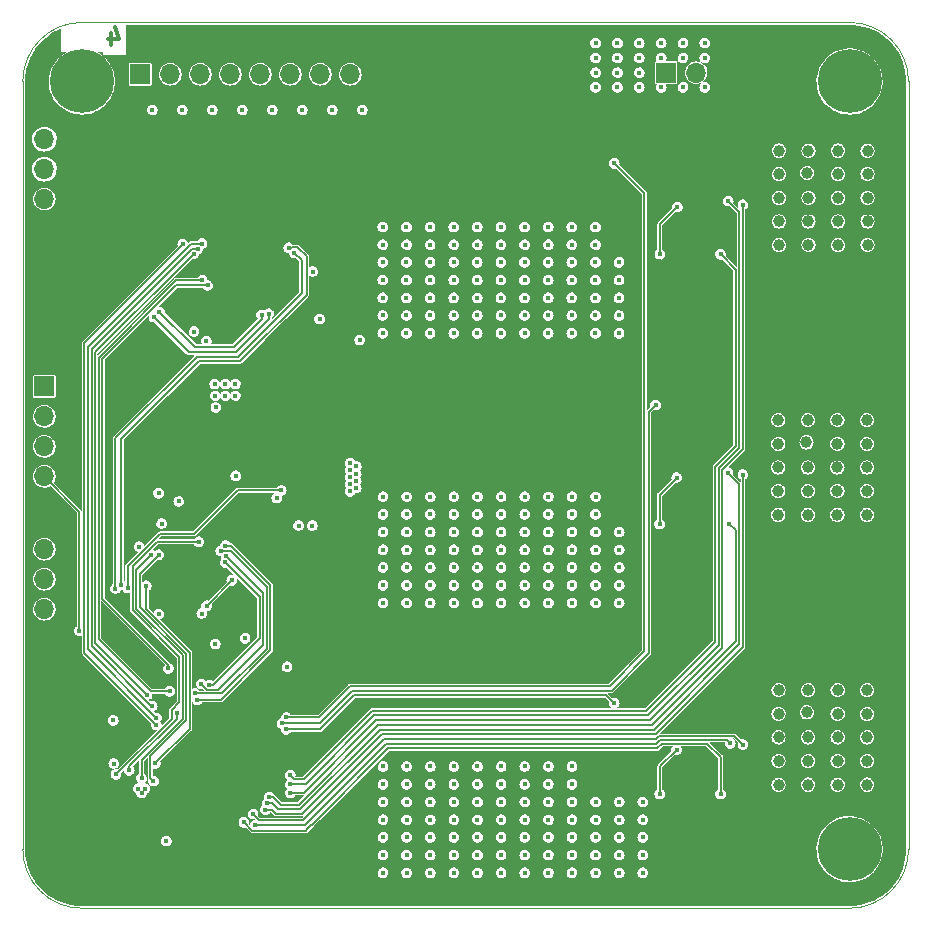
<source format=gbl>
%TF.GenerationSoftware,KiCad,Pcbnew,6.0.4-6f826c9f35~116~ubuntu20.04.1*%
%TF.CreationDate,2022-03-31T23:30:20+02:00*%
%TF.ProjectId,eval_board_tmc6200-ta,6576616c-5f62-46f6-9172-645f746d6336,rev?*%
%TF.SameCoordinates,Original*%
%TF.FileFunction,Copper,L4,Bot*%
%TF.FilePolarity,Positive*%
%FSLAX46Y46*%
G04 Gerber Fmt 4.6, Leading zero omitted, Abs format (unit mm)*
G04 Created by KiCad (PCBNEW 6.0.4-6f826c9f35~116~ubuntu20.04.1) date 2022-03-31 23:30:20*
%MOMM*%
%LPD*%
G01*
G04 APERTURE LIST*
%TA.AperFunction,Profile*%
%ADD10C,0.100000*%
%TD*%
%ADD11C,0.300000*%
%TA.AperFunction,NonConductor*%
%ADD12C,0.300000*%
%TD*%
%TA.AperFunction,ComponentPad*%
%ADD13R,1.700000X1.700000*%
%TD*%
%TA.AperFunction,ComponentPad*%
%ADD14O,1.700000X1.700000*%
%TD*%
%TA.AperFunction,ComponentPad*%
%ADD15C,3.100000*%
%TD*%
%TA.AperFunction,ConnectorPad*%
%ADD16C,5.400000*%
%TD*%
%TA.AperFunction,ViaPad*%
%ADD17C,0.450000*%
%TD*%
%TA.AperFunction,ViaPad*%
%ADD18C,1.000000*%
%TD*%
%TA.AperFunction,Conductor*%
%ADD19C,0.200000*%
%TD*%
G04 APERTURE END LIST*
D10*
X13978000Y-190645000D02*
G75*
G03*
X18978000Y-195645000I5000000J0D01*
G01*
X83978000Y-195645000D02*
G75*
G03*
X88978000Y-190645000I0J5000000D01*
G01*
X18978000Y-120645000D02*
G75*
G03*
X13978000Y-125645000I0J-5000000D01*
G01*
X88978000Y-125645000D02*
G75*
G03*
X83978000Y-120645000I-5000000J0D01*
G01*
X18978000Y-120645000D02*
X83978000Y-120645000D01*
X13978000Y-190645000D02*
X13978000Y-125645000D01*
X83978000Y-195645000D02*
X18978000Y-195645000D01*
X88978000Y-125645000D02*
X88978000Y-190645000D01*
D11*
D12*
X21442285Y-121573571D02*
X21442285Y-122573571D01*
X21799428Y-121002142D02*
X22156571Y-122073571D01*
X21228000Y-122073571D01*
D13*
X23928000Y-125045000D03*
D14*
X23928000Y-122505000D03*
X26468000Y-125045000D03*
X26468000Y-122505000D03*
X29008000Y-125045000D03*
X29008000Y-122505000D03*
X31548000Y-125045000D03*
X31548000Y-122505000D03*
X34088000Y-125045000D03*
X34088000Y-122505000D03*
X36628000Y-125045000D03*
X36628000Y-122505000D03*
X39168000Y-125045000D03*
X39168000Y-122505000D03*
X41708000Y-125045000D03*
X41708000Y-122505000D03*
D15*
X83978000Y-190645000D03*
D16*
X83978000Y-190645000D03*
D13*
X68453000Y-124895000D03*
D14*
X70993000Y-124895000D03*
X73533000Y-124895000D03*
X76073000Y-124895000D03*
D13*
X15803000Y-151470000D03*
D14*
X15803000Y-154010000D03*
X15803000Y-156550000D03*
X15803000Y-159090000D03*
X15803000Y-161630000D03*
D13*
X15803000Y-138145000D03*
D14*
X15803000Y-135605000D03*
X15803000Y-133065000D03*
X15803000Y-130525000D03*
D15*
X83978000Y-125645000D03*
D16*
X83978000Y-125645000D03*
D15*
X18978000Y-125645000D03*
D16*
X18978000Y-125645000D03*
D13*
X15803000Y-172870000D03*
D14*
X15803000Y-170330000D03*
X15803000Y-167790000D03*
X15803000Y-165250000D03*
D15*
X18978000Y-190645000D03*
D16*
X18978000Y-190645000D03*
D17*
X73978000Y-194645000D03*
X75978000Y-194645000D03*
X77978000Y-194645000D03*
X79978000Y-194645000D03*
X81978000Y-194645000D03*
X75692000Y-132080000D03*
X73978000Y-128645000D03*
X71978000Y-128645000D03*
X69978000Y-128645000D03*
X67978000Y-128645000D03*
X30480000Y-147411162D03*
X32094215Y-147109241D03*
X29878000Y-154420000D03*
X41403000Y-161370000D03*
X39978000Y-161945000D03*
X24453000Y-175970000D03*
X51978000Y-122645000D03*
X53978000Y-122645000D03*
X55978000Y-122645000D03*
X57978000Y-122645000D03*
X59978000Y-122645000D03*
X28978000Y-132645000D03*
X30978000Y-128645000D03*
X30978000Y-130645000D03*
X24978596Y-176744990D03*
X49978000Y-132645000D03*
X49978000Y-130645000D03*
X49978000Y-128645000D03*
X57978000Y-132645000D03*
X57978000Y-130645000D03*
X28128000Y-166720000D03*
X26428000Y-168420000D03*
X26428000Y-166720000D03*
X28978000Y-167570000D03*
X27278000Y-167570000D03*
X26428000Y-167570000D03*
X30978000Y-132645000D03*
X32978000Y-132645000D03*
X32978000Y-130645000D03*
X32978000Y-128645000D03*
X34978000Y-128645000D03*
X34978000Y-130645000D03*
X71978000Y-168645000D03*
X67978000Y-172645000D03*
X67978000Y-170645000D03*
X67978000Y-168645000D03*
X67978000Y-166645000D03*
X69978000Y-150645000D03*
X71978000Y-150645000D03*
X71978000Y-152645000D03*
X61978000Y-128645000D03*
X59978000Y-128645000D03*
X40978000Y-128645000D03*
X40978000Y-130645000D03*
X40978000Y-132645000D03*
X40978000Y-134645000D03*
X40978000Y-136645000D03*
X40978000Y-138645000D03*
X40978000Y-140645000D03*
X40978000Y-142645000D03*
X40978000Y-144645000D03*
X28125222Y-191148941D03*
X31057310Y-181766342D03*
X32099020Y-182808051D03*
X32045139Y-180778513D03*
X33086848Y-181820223D03*
X69978000Y-192645000D03*
X71978000Y-190645000D03*
X71978000Y-192645000D03*
X73978000Y-192645000D03*
X73978000Y-190645000D03*
X75978000Y-186645000D03*
X77978000Y-186645000D03*
X79978000Y-186645000D03*
X81978000Y-186645000D03*
X38978000Y-140645000D03*
X38978000Y-144645000D03*
X40978000Y-148645000D03*
X37328000Y-167309800D03*
X38340581Y-136906000D03*
X40457800Y-175767600D03*
X49978000Y-148645000D03*
X51978000Y-148645000D03*
X53978000Y-148645000D03*
X55978000Y-148645000D03*
X57978000Y-148645000D03*
X55978000Y-126645000D03*
X53978000Y-126645000D03*
X36978000Y-148645000D03*
X34978000Y-148645000D03*
X36978000Y-146645000D03*
X38978000Y-150645000D03*
X42503000Y-151400000D03*
X36978000Y-150645000D03*
X34978000Y-150645000D03*
X26978000Y-144645000D03*
X30175200Y-144018000D03*
X39857800Y-175217600D03*
X45978000Y-158645000D03*
X45978000Y-156645000D03*
X45978000Y-154645000D03*
X45978000Y-152645000D03*
X45978000Y-150645000D03*
X75978000Y-192645000D03*
X77978000Y-192645000D03*
X77978000Y-190645000D03*
X79978000Y-190645000D03*
X22978000Y-128645000D03*
X20978000Y-128645000D03*
X20978000Y-130645000D03*
X20978000Y-132645000D03*
X20978000Y-134645000D03*
X18978000Y-132645000D03*
X87978000Y-172645000D03*
X87978000Y-170645000D03*
X87978000Y-168645000D03*
X87978000Y-166645000D03*
X79978000Y-164645000D03*
X46978000Y-174645000D03*
X44978000Y-174645000D03*
X44978000Y-172645000D03*
X46978000Y-172645000D03*
X87978000Y-160645000D03*
X53978000Y-154645000D03*
X51978000Y-152645000D03*
X63978000Y-150645000D03*
X65978000Y-150645000D03*
X65978000Y-152645000D03*
X20978000Y-180645000D03*
X16978000Y-148645000D03*
X16978000Y-146645000D03*
X16978000Y-144645000D03*
X34978000Y-158245000D03*
X34978000Y-157645000D03*
X18978000Y-178645000D03*
X18978000Y-176645000D03*
X14978000Y-186645000D03*
X16978000Y-186645000D03*
X28194000Y-160655000D03*
X83978000Y-194645000D03*
X85978000Y-194645000D03*
X65978000Y-194645000D03*
X63978000Y-194645000D03*
X35193228Y-141327469D03*
X32643228Y-141327469D03*
X33493228Y-139627469D03*
X32643228Y-140477469D03*
X33493228Y-140477469D03*
X31793228Y-140477469D03*
X31793228Y-142177469D03*
X33493228Y-142177469D03*
X32643228Y-142177469D03*
X32643228Y-139627469D03*
X34343228Y-141327469D03*
X34343228Y-140477469D03*
X30943228Y-141327469D03*
X32643228Y-143027469D03*
X33493228Y-141327469D03*
X34343228Y-142177469D03*
X33493228Y-143027469D03*
X30766595Y-135810857D03*
X53978000Y-134645000D03*
X51978000Y-134645000D03*
X49978000Y-134645000D03*
X47978000Y-134645000D03*
X45978000Y-134645000D03*
X25100000Y-148600000D03*
X26978000Y-148645000D03*
X22978000Y-150645000D03*
X25100000Y-150645000D03*
X22978000Y-152645000D03*
X56978000Y-172645000D03*
X54978000Y-172645000D03*
X52978000Y-172645000D03*
X50978000Y-172645000D03*
X75978000Y-150645000D03*
X75978000Y-152645000D03*
X77978000Y-152645000D03*
X79978000Y-152645000D03*
X81978000Y-152645000D03*
X43978000Y-134645000D03*
X43978000Y-132645000D03*
X43978000Y-130645000D03*
X43978000Y-128645000D03*
X45978000Y-128645000D03*
X38978000Y-170645000D03*
X33378000Y-161498200D03*
X18978000Y-136645000D03*
X24978000Y-134645000D03*
X24978000Y-136645000D03*
X24978000Y-138645000D03*
X81978000Y-128645000D03*
X79978000Y-128645000D03*
X77978000Y-128645000D03*
X75978000Y-128645000D03*
X33104809Y-183813840D03*
X31129153Y-185789496D03*
X34092637Y-182826012D03*
X30978000Y-162645000D03*
X32978000Y-162645000D03*
X32978000Y-164645000D03*
X34978000Y-164645000D03*
X59978000Y-194645000D03*
X57978000Y-194645000D03*
X55978000Y-194645000D03*
X53978000Y-194645000D03*
X51978000Y-194645000D03*
X47978000Y-150645000D03*
X47978000Y-152645000D03*
X47978000Y-154645000D03*
X47978000Y-156645000D03*
X47978000Y-158645000D03*
X49978000Y-158645000D03*
X38478000Y-167309800D03*
X22665502Y-173557498D03*
X14978000Y-174645000D03*
X16978000Y-174645000D03*
X18978000Y-174645000D03*
X20978000Y-176645000D03*
X20978000Y-178645000D03*
X14978000Y-148645000D03*
X18978000Y-140645000D03*
X18978000Y-142645000D03*
X18978000Y-144645000D03*
X51978000Y-158645000D03*
X53978000Y-158645000D03*
X55978000Y-158645000D03*
X57978000Y-158645000D03*
X59978000Y-158645000D03*
X61978000Y-158645000D03*
X61978000Y-156645000D03*
X61978000Y-154645000D03*
X61978000Y-152645000D03*
X31902400Y-174015400D03*
X31546800Y-174421800D03*
X29978000Y-194645000D03*
X27978000Y-192645000D03*
X27978000Y-194645000D03*
X25978000Y-194645000D03*
X23978000Y-194645000D03*
X26978000Y-156645000D03*
X21978000Y-194645000D03*
X19978000Y-194645000D03*
X17978000Y-194645000D03*
X21978000Y-192645000D03*
X23978000Y-192645000D03*
X25978000Y-192645000D03*
X34978000Y-166645000D03*
X36978000Y-168645000D03*
X38978000Y-168645000D03*
X40978000Y-168645000D03*
X59978000Y-124645000D03*
X59978000Y-126645000D03*
X57978000Y-124645000D03*
X55978000Y-124645000D03*
X53978000Y-124645000D03*
X29552900Y-162102800D03*
X41978000Y-178645000D03*
X39978000Y-180645000D03*
X16978000Y-172645000D03*
X22978000Y-156645000D03*
X22978000Y-158645000D03*
X22978000Y-160645000D03*
X22978000Y-162645000D03*
X22978000Y-164645000D03*
X59978000Y-150645000D03*
X59978000Y-152645000D03*
X59978000Y-154645000D03*
X59978000Y-156645000D03*
X61978000Y-150645000D03*
X57978000Y-156645000D03*
X57978000Y-154645000D03*
X58115500Y-152507500D03*
X57978000Y-150645000D03*
X51978000Y-126645000D03*
X49978000Y-126645000D03*
X51978000Y-130645000D03*
X53978000Y-130645000D03*
X53978000Y-128645000D03*
X23978000Y-190645000D03*
X15978000Y-192645000D03*
X14978000Y-190645000D03*
X49978000Y-194645000D03*
X85978000Y-168645000D03*
X85978000Y-166645000D03*
X85978000Y-164645000D03*
X83978000Y-164645000D03*
X81978000Y-164645000D03*
X27278000Y-169270000D03*
X27278000Y-165870000D03*
X28978000Y-168420000D03*
X28978000Y-166720000D03*
X28128000Y-168420000D03*
X79978000Y-168645000D03*
X79978000Y-170645000D03*
X75978000Y-176645000D03*
X71978000Y-172645000D03*
X71978000Y-170645000D03*
X83978000Y-186645000D03*
X67978000Y-174645000D03*
X64978000Y-174645000D03*
X64978000Y-172645000D03*
X62978000Y-174645000D03*
X40978000Y-166645000D03*
X40978000Y-164645000D03*
X40978000Y-162645000D03*
X36978000Y-170645000D03*
X79978000Y-188645000D03*
X77978000Y-188645000D03*
X75978000Y-188645000D03*
X73978000Y-188645000D03*
X76628000Y-123645000D03*
X80328000Y-126145000D03*
X78478000Y-123645000D03*
X35978000Y-194645000D03*
X37978000Y-194645000D03*
X33978000Y-194645000D03*
X33978000Y-192645000D03*
X16978000Y-142645000D03*
X16978000Y-140645000D03*
X14978000Y-140645000D03*
X14978000Y-142645000D03*
X14978000Y-144645000D03*
X59978000Y-134645000D03*
X59978000Y-132645000D03*
X57978000Y-134645000D03*
X55978000Y-134645000D03*
X75978000Y-142645000D03*
X75978000Y-144645000D03*
X75978000Y-146645000D03*
X75978000Y-148645000D03*
X21958300Y-169557700D03*
X24472900Y-167640000D03*
X16978000Y-162645000D03*
X16978000Y-158645000D03*
X30353000Y-174170000D03*
X31128000Y-174870000D03*
X28403000Y-173370000D03*
X32603000Y-173495000D03*
X14978000Y-162645000D03*
X76628000Y-122395000D03*
X78478000Y-126145000D03*
X26978000Y-158645000D03*
X26978000Y-160645000D03*
X26978000Y-154645000D03*
X26978000Y-152645000D03*
X28978000Y-152645000D03*
X74778000Y-123645000D03*
X78478000Y-124895000D03*
X80328000Y-124895000D03*
X31793228Y-141327469D03*
X18978000Y-146645000D03*
X22978000Y-136645000D03*
X22978000Y-134645000D03*
X22978000Y-132645000D03*
X22978000Y-130645000D03*
X80328000Y-123645000D03*
X78478000Y-122395000D03*
X74778000Y-126145000D03*
X76628000Y-126145000D03*
X74778000Y-122395000D03*
X80328000Y-122395000D03*
X77978000Y-146645000D03*
X81978000Y-148645000D03*
X81978000Y-144645000D03*
X79978000Y-144645000D03*
X79978000Y-146645000D03*
X79978000Y-148645000D03*
X24978000Y-140645000D03*
X26978000Y-136645000D03*
X26978000Y-138645000D03*
X24978000Y-132645000D03*
X24978000Y-130645000D03*
X24978000Y-128645000D03*
X32258000Y-173761400D03*
X14978000Y-188645000D03*
X14978000Y-184645000D03*
X14978000Y-182645000D03*
X14978000Y-180645000D03*
X45978000Y-130645000D03*
X45978000Y-132645000D03*
X47978000Y-132645000D03*
X47978000Y-130645000D03*
X47978000Y-128645000D03*
X55978000Y-150645000D03*
X53978000Y-150645000D03*
X51978000Y-150645000D03*
X49978000Y-150645000D03*
X49978000Y-152645000D03*
X26631900Y-174713900D03*
X36478000Y-143420006D03*
X43978000Y-126645000D03*
X43978000Y-124645000D03*
X43978000Y-122645000D03*
X45978000Y-122645000D03*
X45978000Y-124645000D03*
X18978000Y-130645000D03*
X16978000Y-128645000D03*
X14978000Y-128645000D03*
X14978000Y-134645000D03*
X75978000Y-190645000D03*
X81978000Y-174645000D03*
X83978000Y-174645000D03*
X83978000Y-172645000D03*
X83978000Y-170645000D03*
X83978000Y-168645000D03*
X85978000Y-186645000D03*
X87978000Y-186645000D03*
X87978000Y-188645000D03*
X87978000Y-190645000D03*
X87978000Y-192645000D03*
X63978000Y-152645000D03*
X63978000Y-154645000D03*
X41978000Y-194645000D03*
X41978000Y-192645000D03*
X39978000Y-192645000D03*
X49978000Y-154645000D03*
X49978000Y-156645000D03*
X51978000Y-156645000D03*
X53978000Y-156645000D03*
X55978000Y-156645000D03*
X51978000Y-124645000D03*
X49978000Y-124645000D03*
X65978000Y-148645000D03*
X63978000Y-148645000D03*
X61978000Y-148645000D03*
X87978000Y-174645000D03*
X60978000Y-174645000D03*
X58978000Y-174645000D03*
X58978000Y-172645000D03*
X60978000Y-172645000D03*
X62978000Y-172645000D03*
X51978000Y-128645000D03*
X55978000Y-128645000D03*
X55978000Y-130645000D03*
X55978000Y-132645000D03*
X53978000Y-132645000D03*
X51978000Y-132645000D03*
X85978000Y-148645000D03*
X85978000Y-146645000D03*
X85978000Y-144645000D03*
X85978000Y-142645000D03*
X27803000Y-171070000D03*
X47978000Y-194645000D03*
X45978000Y-194645000D03*
X67978000Y-192645000D03*
X67978000Y-190645000D03*
X69978000Y-190645000D03*
X31597600Y-171272200D03*
X59965500Y-130657500D03*
X61978000Y-130645000D03*
X61965500Y-132657500D03*
X70784720Y-130906520D03*
X70777100Y-153758900D03*
X81978000Y-146645000D03*
X77978000Y-170645000D03*
X77978000Y-172645000D03*
X79978000Y-172645000D03*
X81978000Y-172645000D03*
X81978000Y-170645000D03*
X14978000Y-146645000D03*
X20978000Y-142645000D03*
X20978000Y-144645000D03*
X22978000Y-140645000D03*
X22978000Y-138645000D03*
X28803600Y-156895800D03*
X28978000Y-158645000D03*
X30978000Y-158645000D03*
X30978000Y-160645000D03*
X57978000Y-128645000D03*
X48978000Y-172645000D03*
X48978000Y-174645000D03*
X50978000Y-174645000D03*
X52978000Y-174645000D03*
X54978000Y-174645000D03*
X56978000Y-174645000D03*
X61978000Y-194645000D03*
X87978000Y-164645000D03*
X87978000Y-162645000D03*
X85978000Y-174645000D03*
X85978000Y-172645000D03*
X85978000Y-170645000D03*
X14978000Y-178645000D03*
X14978000Y-176645000D03*
X16978000Y-176645000D03*
X16978000Y-178645000D03*
X16978000Y-180645000D03*
X71978000Y-146645000D03*
X71978000Y-144645000D03*
X69978000Y-144645000D03*
X16978000Y-182645000D03*
X16978000Y-184645000D03*
X18978000Y-180645000D03*
X32928000Y-161498200D03*
X59978000Y-148645000D03*
X47978000Y-148645000D03*
X45978000Y-148645000D03*
X43978000Y-148645000D03*
X43978000Y-150645000D03*
X31039350Y-179772725D03*
X29063694Y-181748381D03*
X28075865Y-182736209D03*
X30051522Y-180760553D03*
X32116981Y-184801668D03*
X33528000Y-137071100D03*
X28575000Y-136144000D03*
X27533600Y-172491400D03*
X29057600Y-173913800D03*
X33103000Y-145270000D03*
X71978000Y-194645000D03*
X87978000Y-184645000D03*
X87978000Y-182645000D03*
X87978000Y-180645000D03*
X87978000Y-178645000D03*
X87978000Y-176645000D03*
X33978000Y-190645000D03*
X31978000Y-192645000D03*
X31978000Y-194645000D03*
X29978000Y-192645000D03*
X29978000Y-190645000D03*
X69978000Y-148645000D03*
X71978000Y-148645000D03*
X67978000Y-150645000D03*
X67978000Y-152645000D03*
X69978000Y-152645000D03*
X14978000Y-136645000D03*
X16978000Y-138645000D03*
X16978000Y-136645000D03*
X16978000Y-134645000D03*
X18978000Y-138645000D03*
X87978000Y-136645000D03*
X87978000Y-134645000D03*
X87978000Y-132645000D03*
X87978000Y-130645000D03*
X87978000Y-128645000D03*
X87978000Y-148645000D03*
X87978000Y-146645000D03*
X87978000Y-144645000D03*
X87978000Y-142645000D03*
X87978000Y-140645000D03*
X87978000Y-138645000D03*
X81978000Y-168645000D03*
X87978000Y-158645000D03*
X87978000Y-156645000D03*
X87978000Y-154645000D03*
X87978000Y-152645000D03*
X87978000Y-150645000D03*
X29828000Y-167570000D03*
X25578000Y-167570000D03*
X24390297Y-174581365D03*
X34978000Y-158845000D03*
X55978000Y-154645000D03*
X56115500Y-152507500D03*
X54115500Y-152507500D03*
X51978000Y-154645000D03*
X39378000Y-138195000D03*
X77978000Y-164645000D03*
X75978000Y-164645000D03*
X75978000Y-166645000D03*
X75978000Y-168645000D03*
X43978000Y-152645000D03*
X43978000Y-154645000D03*
X43978000Y-156645000D03*
X43978000Y-158645000D03*
X26682700Y-182778400D03*
X65978000Y-128645000D03*
X63978000Y-128645000D03*
X63978000Y-130645000D03*
X75978000Y-140645000D03*
X83978000Y-142645000D03*
X81978000Y-142645000D03*
X79978000Y-142645000D03*
X77978000Y-142645000D03*
X77978000Y-144645000D03*
X61978000Y-134645000D03*
X45978000Y-126645000D03*
X47978000Y-126645000D03*
X47978000Y-124645000D03*
X47978000Y-122645000D03*
X49978000Y-122645000D03*
X79978000Y-192645000D03*
X83978000Y-166645000D03*
X81978000Y-166645000D03*
X79978000Y-166645000D03*
X77978000Y-166645000D03*
X77978000Y-168645000D03*
X26978000Y-130645000D03*
X26978000Y-128645000D03*
X26978000Y-132645000D03*
X26978000Y-134645000D03*
X28978000Y-134645000D03*
X83978000Y-152645000D03*
X83978000Y-150645000D03*
X83978000Y-148645000D03*
X83978000Y-146645000D03*
X83978000Y-144645000D03*
X87978000Y-126645000D03*
X87978000Y-124645000D03*
X85978000Y-128645000D03*
X85978000Y-152645000D03*
X85978000Y-150645000D03*
X22978000Y-148645000D03*
X77978000Y-148645000D03*
X77978000Y-150645000D03*
X79978000Y-150645000D03*
X81978000Y-150645000D03*
X30988000Y-134874000D03*
X67978000Y-144645000D03*
X67978000Y-146645000D03*
X69978000Y-146645000D03*
X67978000Y-148645000D03*
X75978000Y-170645000D03*
X75978000Y-172645000D03*
X75978000Y-174645000D03*
X77978000Y-174645000D03*
X79978000Y-174645000D03*
X14978000Y-166645000D03*
X28978000Y-150645000D03*
X29728000Y-155295000D03*
X29081654Y-183741998D03*
X30123364Y-184783708D03*
X30069482Y-182754170D03*
X31111192Y-183795879D03*
X39978000Y-194645000D03*
X37978000Y-192645000D03*
X37978000Y-190645000D03*
X39978000Y-190645000D03*
X41978000Y-190645000D03*
X39978000Y-188645000D03*
X41978000Y-186645000D03*
X41978000Y-188645000D03*
X35978000Y-190645000D03*
X35978000Y-192645000D03*
X21463000Y-171450000D03*
X23178000Y-170945000D03*
X67978000Y-194645000D03*
X69978000Y-194645000D03*
X40978000Y-170645000D03*
X40978000Y-172645000D03*
X38978000Y-172645000D03*
X36978000Y-172645000D03*
X36978000Y-174645000D03*
X38978000Y-174645000D03*
X40978000Y-174645000D03*
X14978000Y-125645000D03*
X14978000Y-160645000D03*
X27278000Y-168420000D03*
X35255200Y-144437100D03*
X37846000Y-175437800D03*
X36906200Y-182994300D03*
X69215000Y-131445000D03*
X71978000Y-188645000D03*
X72644000Y-178054000D03*
X39624000Y-153035000D03*
X39624000Y-155829000D03*
X40978000Y-146645000D03*
X73978000Y-186645000D03*
X29497020Y-160606740D03*
X33395920Y-149176740D03*
X73970000Y-138580000D03*
X67818000Y-140843000D03*
X85978000Y-122645000D03*
X81978000Y-122645000D03*
X25400000Y-162179000D03*
X29845000Y-164211000D03*
X38036500Y-134823200D03*
X28128000Y-169270000D03*
X39257413Y-142381413D03*
X36969700Y-133997700D03*
X69978000Y-188645000D03*
X39624000Y-154432000D03*
X23037798Y-179362100D03*
X75692000Y-136906000D03*
X27317700Y-163385500D03*
X30467300Y-174815500D03*
X72898000Y-181991000D03*
X72771000Y-135890000D03*
X30365700Y-138442700D03*
X35800000Y-146700000D03*
X31780443Y-145854457D03*
X29311600Y-174548800D03*
X17119600Y-169862500D03*
X71970000Y-142580000D03*
X36931600Y-141300200D03*
X34582098Y-134543800D03*
X28651200Y-175145700D03*
X31216600Y-188379100D03*
X31038800Y-178371500D03*
X25298400Y-175818800D03*
X22669500Y-178358800D03*
X28128000Y-165870000D03*
X23837878Y-186563000D03*
X28128000Y-167570000D03*
X27278000Y-166720000D03*
X32194500Y-135051800D03*
X39624000Y-157226000D03*
X67978000Y-188645000D03*
X56478000Y-186645000D03*
X54478000Y-162295000D03*
X52478000Y-162295000D03*
X56478000Y-162295000D03*
X50478000Y-162295000D03*
X54478000Y-163795000D03*
X52478000Y-163795000D03*
X56478000Y-163795000D03*
X50478000Y-163795000D03*
X64328000Y-124895000D03*
X42503000Y-147525000D03*
X58478000Y-188145000D03*
X46478000Y-186645000D03*
X48478000Y-191145000D03*
X44478000Y-185145000D03*
X62478000Y-188145000D03*
X48478000Y-192645000D03*
X46478000Y-188145000D03*
X52478000Y-160795000D03*
X56478000Y-160795000D03*
X60478000Y-160795000D03*
X58478000Y-160795000D03*
X54478000Y-160795000D03*
X62478000Y-160795000D03*
X46463000Y-145460000D03*
X62463000Y-146960000D03*
X44463000Y-142460000D03*
X44463000Y-143960000D03*
X52463000Y-137960000D03*
X44463000Y-137960000D03*
X58463000Y-139460000D03*
X54478000Y-183645000D03*
X60478000Y-188145000D03*
X46478000Y-189645000D03*
X58478000Y-191145000D03*
X60478000Y-192645000D03*
X60478000Y-189645000D03*
X56463000Y-139460000D03*
X52463000Y-140960000D03*
X50463000Y-143960000D03*
X52463000Y-145460000D03*
X56463000Y-143960000D03*
X52463000Y-139460000D03*
X62478000Y-186645000D03*
X56478000Y-183645000D03*
X60478000Y-191145000D03*
X48478000Y-186645000D03*
X44478000Y-160795000D03*
X48478000Y-168295000D03*
X54478000Y-168295000D03*
X58478000Y-168295000D03*
X60478000Y-168295000D03*
X50478000Y-168295000D03*
X56478000Y-168295000D03*
X58478000Y-166795000D03*
X60478000Y-166795000D03*
X50478000Y-166795000D03*
X56478000Y-166795000D03*
X62478000Y-166795000D03*
X52478000Y-165295000D03*
X58463000Y-143960000D03*
X46463000Y-137960000D03*
X58463000Y-146960000D03*
X48463000Y-143960000D03*
X46463000Y-139460000D03*
X44463000Y-146960000D03*
X62463000Y-145460000D03*
X44478000Y-165295000D03*
X46478000Y-165295000D03*
X48478000Y-165295000D03*
X54478000Y-165295000D03*
X58478000Y-165295000D03*
X60478000Y-165295000D03*
X54463000Y-139460000D03*
X56463000Y-140960000D03*
X50478000Y-186645000D03*
X54478000Y-189645000D03*
X50478000Y-192645000D03*
X52478000Y-192645000D03*
X56478000Y-192645000D03*
X62463000Y-137960000D03*
X48463000Y-140960000D03*
X50463000Y-140960000D03*
X54463000Y-143960000D03*
X50463000Y-146960000D03*
X52463000Y-146960000D03*
X56478000Y-165295000D03*
X62478000Y-165295000D03*
X44478000Y-163795000D03*
X58478000Y-163795000D03*
X62478000Y-163795000D03*
X62478000Y-122395000D03*
X62478000Y-123645000D03*
X62478000Y-124895000D03*
X62478000Y-126145000D03*
X50478000Y-165295000D03*
X46478000Y-162295000D03*
X60478000Y-162295000D03*
X48478000Y-162295000D03*
X46478000Y-191145000D03*
X62478000Y-192645000D03*
X44478000Y-188145000D03*
X56463000Y-146960000D03*
X50463000Y-139460000D03*
X54463000Y-142460000D03*
X52463000Y-142460000D03*
X52463000Y-143960000D03*
X56463000Y-142460000D03*
X54463000Y-140960000D03*
X24320500Y-185508900D03*
X46478000Y-185145000D03*
X44478000Y-192645000D03*
X62478000Y-191145000D03*
X48478000Y-183645000D03*
X44478000Y-191145000D03*
X31978000Y-152245000D03*
X31978000Y-151245000D03*
X31128000Y-152245000D03*
X60478000Y-169795000D03*
X62478000Y-168295000D03*
X52478000Y-166795000D03*
X44478000Y-166795000D03*
X46478000Y-166795000D03*
X48478000Y-166795000D03*
X54478000Y-166795000D03*
X62478000Y-189645000D03*
X44478000Y-186645000D03*
X46478000Y-192645000D03*
X58478000Y-183645000D03*
X60478000Y-183645000D03*
X69878000Y-126145000D03*
X66178000Y-126145000D03*
X68028000Y-126145000D03*
X71728000Y-126145000D03*
X64328000Y-126145000D03*
X66178000Y-124895000D03*
X31128000Y-151245000D03*
X30278000Y-152245000D03*
X30228000Y-151245000D03*
X46478000Y-160795000D03*
X50478000Y-160795000D03*
X48478000Y-160795000D03*
X50478000Y-169795000D03*
X56478000Y-169795000D03*
X62478000Y-169795000D03*
X52478000Y-168295000D03*
X44478000Y-168295000D03*
X46478000Y-168295000D03*
X46478000Y-163795000D03*
X60478000Y-163795000D03*
X48478000Y-163795000D03*
X44478000Y-162295000D03*
X58478000Y-162295000D03*
X62478000Y-162295000D03*
X52478000Y-169795000D03*
X44478000Y-169795000D03*
X46478000Y-169795000D03*
X48478000Y-169795000D03*
X54478000Y-169795000D03*
X58478000Y-169795000D03*
X50478000Y-185145000D03*
X54478000Y-188145000D03*
X52478000Y-188145000D03*
X52478000Y-189645000D03*
X56478000Y-188145000D03*
X54478000Y-186645000D03*
X52478000Y-186645000D03*
X50478000Y-189645000D03*
X52478000Y-191145000D03*
X56478000Y-189645000D03*
X52478000Y-185145000D03*
X54478000Y-185145000D03*
X50478000Y-188145000D03*
X50478000Y-191145000D03*
X56478000Y-191145000D03*
X54478000Y-191145000D03*
X54478000Y-192645000D03*
X56478000Y-185145000D03*
X69878000Y-122395000D03*
X66178000Y-122395000D03*
X68028000Y-122395000D03*
X71728000Y-122395000D03*
X62463000Y-142460000D03*
X48463000Y-146960000D03*
X46463000Y-142460000D03*
X54463000Y-137960000D03*
X60463000Y-142460000D03*
X46463000Y-143960000D03*
X62463000Y-139460000D03*
X58463000Y-137960000D03*
X60463000Y-137960000D03*
X60463000Y-139460000D03*
X48463000Y-139460000D03*
X48463000Y-142460000D03*
X58463000Y-145460000D03*
X60463000Y-146960000D03*
X60463000Y-143960000D03*
X62463000Y-143960000D03*
X44463000Y-140960000D03*
X46463000Y-146960000D03*
X60463000Y-140960000D03*
X50463000Y-137960000D03*
X58463000Y-140960000D03*
X62463000Y-140960000D03*
X56463000Y-137960000D03*
X60463000Y-145460000D03*
X60478000Y-185145000D03*
X48478000Y-185145000D03*
X48478000Y-188145000D03*
X60478000Y-186645000D03*
X50478000Y-183645000D03*
X58478000Y-186645000D03*
X64328000Y-122395000D03*
X69878000Y-123645000D03*
X66178000Y-123645000D03*
X68028000Y-123645000D03*
X71728000Y-123645000D03*
X64328000Y-123645000D03*
X50463000Y-142460000D03*
X50463000Y-145460000D03*
X56463000Y-145460000D03*
X54463000Y-145460000D03*
X54463000Y-146960000D03*
X48463000Y-137960000D03*
X44463000Y-145460000D03*
X58463000Y-142460000D03*
X46463000Y-140960000D03*
X48463000Y-145460000D03*
X44463000Y-139460000D03*
X44478000Y-189645000D03*
X52478000Y-183645000D03*
X58478000Y-185145000D03*
X58478000Y-189645000D03*
X46478000Y-183645000D03*
X58478000Y-192645000D03*
X48478000Y-189645000D03*
X30328000Y-153245000D03*
X44478000Y-183645000D03*
X64478000Y-191145000D03*
X66478000Y-186645000D03*
X64478000Y-186645000D03*
X66478000Y-189645000D03*
X64478000Y-189645000D03*
X64478000Y-192645000D03*
X64478000Y-188145000D03*
X66478000Y-188145000D03*
X66478000Y-191145000D03*
X66478000Y-192645000D03*
X64478000Y-163795000D03*
X64478000Y-165295000D03*
X64478000Y-166795000D03*
X64478000Y-168295000D03*
X64478000Y-169795000D03*
X64463000Y-140960000D03*
X64463000Y-143960000D03*
X64463000Y-142460000D03*
X64463000Y-145460000D03*
X64463000Y-146960000D03*
X23761700Y-185508900D03*
X24041100Y-185864500D03*
X26136600Y-189953900D03*
X67919600Y-140284200D03*
X69391200Y-136271000D03*
X67899280Y-163118800D03*
X69340400Y-159181800D03*
X69329292Y-182219600D03*
X67904360Y-185968640D03*
X36624630Y-185166249D03*
X73706260Y-135772840D03*
X34675856Y-186751644D03*
X73685500Y-158775400D03*
X23828000Y-165025000D03*
X25478000Y-160520000D03*
X29528000Y-147644989D03*
X40188000Y-128045000D03*
X41703000Y-157945000D03*
X41703000Y-158545000D03*
X41703000Y-159145000D03*
X25738000Y-163075000D03*
X24948000Y-128045000D03*
X27488000Y-128045000D03*
X30028000Y-128045000D03*
X41703000Y-159745000D03*
X41703000Y-160345000D03*
X42203000Y-158245000D03*
X42203000Y-158845000D03*
X42203000Y-159445000D03*
X42203000Y-160045000D03*
X32568000Y-128045000D03*
X35108000Y-128045000D03*
X37648000Y-128045000D03*
X38478000Y-163245000D03*
X42728000Y-128045000D03*
X21628000Y-179745000D03*
X32802990Y-172795000D03*
X21678000Y-183395000D03*
X36353000Y-175195000D03*
X32018000Y-159025000D03*
X35478000Y-160895000D03*
X37328000Y-163245000D03*
X28478000Y-146820000D03*
X27178000Y-161195000D03*
X38516486Y-141736412D03*
X39110455Y-145738636D03*
X29137376Y-170695000D03*
X30278000Y-173270000D03*
X25502992Y-170755010D03*
X22987001Y-183959500D03*
X27022395Y-179073962D03*
X33678000Y-188575000D03*
X73875900Y-181686200D03*
X31681420Y-167883840D03*
X29537376Y-170027884D03*
X18777990Y-172148500D03*
X36628000Y-184395000D03*
X73063100Y-140284200D03*
X36302998Y-179495000D03*
X64053720Y-132567680D03*
X34844776Y-186228224D03*
X73812400Y-163123880D03*
X67559040Y-153034940D03*
X35928000Y-179995000D03*
X32703000Y-188370000D03*
X73060560Y-185973720D03*
X36278000Y-180495000D03*
X64053720Y-178274980D03*
X28878000Y-164620000D03*
X21869400Y-184315100D03*
X29637620Y-142919600D03*
X26303000Y-175345000D03*
X29178000Y-142470000D03*
X26428006Y-177270000D03*
X24505811Y-177550302D03*
X28460700Y-140233400D03*
X24944536Y-178528394D03*
X28803600Y-139801600D03*
X25296794Y-179517035D03*
X29159200Y-139369800D03*
X25278000Y-180120000D03*
X27528940Y-139433341D03*
X24426679Y-168346438D03*
X25202999Y-183370767D03*
D18*
X83000000Y-139500000D03*
X78000000Y-133500000D03*
X83000000Y-135500000D03*
X85500000Y-135500000D03*
X85500000Y-139500000D03*
X85500000Y-133500000D03*
X83000000Y-137500000D03*
X78000000Y-135500000D03*
X85500000Y-131500000D03*
X83000000Y-131500000D03*
X80500000Y-139500000D03*
X80382676Y-133379829D03*
X78000000Y-137500000D03*
X85500000Y-137500000D03*
X80500000Y-137500000D03*
X83000000Y-133500000D03*
X78000000Y-139500000D03*
X80500000Y-131500000D03*
X80500000Y-135500000D03*
X78000000Y-131500000D03*
D17*
X74948000Y-136075000D03*
X36628000Y-185870000D03*
D18*
X82948000Y-158325000D03*
X85448000Y-154325000D03*
X85448000Y-156325000D03*
X77948000Y-154325000D03*
X77948000Y-158325000D03*
X85448000Y-160325000D03*
X85448000Y-158325000D03*
X82948000Y-160325000D03*
X85448000Y-162325000D03*
X82948000Y-162325000D03*
X80330676Y-156204829D03*
X80448000Y-162325000D03*
X80448000Y-154325000D03*
X77948000Y-162325000D03*
X77948000Y-156325000D03*
X80448000Y-160325000D03*
X82948000Y-156325000D03*
X82948000Y-154325000D03*
X80448000Y-158325000D03*
X77948000Y-160325000D03*
D17*
X74948000Y-158925000D03*
X34509080Y-187293420D03*
D18*
X80468760Y-183179600D03*
X85468760Y-179179600D03*
X77968760Y-179179600D03*
X85468760Y-181179600D03*
X80351436Y-179059429D03*
X77968760Y-185179600D03*
X77968760Y-183179600D03*
X85468760Y-177179600D03*
X82968760Y-179179600D03*
X82968760Y-183179600D03*
X77968760Y-181179600D03*
X82968760Y-181179600D03*
X80468760Y-177179600D03*
X77968760Y-177179600D03*
X85468760Y-183179600D03*
X80468760Y-181179600D03*
X82968760Y-185179600D03*
X80468760Y-185179600D03*
X82968760Y-177179600D03*
X85468760Y-185179600D03*
D17*
X74953000Y-181785000D03*
X33478000Y-187670000D03*
X35853000Y-160270000D03*
X22852957Y-168545000D03*
X29778000Y-176719968D03*
X31115000Y-166370000D03*
X29103000Y-176670000D03*
X31191200Y-165823900D03*
X28744507Y-177993050D03*
X31140400Y-164934900D03*
X28553010Y-177445212D03*
X30734000Y-165379400D03*
X25487339Y-165707893D03*
X25044400Y-184873900D03*
X24041100Y-184645300D03*
X24838593Y-165755584D03*
X25553000Y-145170000D03*
X34200000Y-145400000D03*
X25078500Y-145573031D03*
X34800000Y-145300000D03*
X36503000Y-139720000D03*
X22328000Y-168245000D03*
X36978010Y-140170000D03*
X21828000Y-168577821D03*
D19*
X67914520Y-137747680D02*
X67914520Y-140284200D01*
X69391200Y-136271000D02*
X67914520Y-137747680D01*
X67894200Y-163118800D02*
X67894200Y-160628000D01*
X67894200Y-160628000D02*
X69340400Y-159181800D01*
X67904360Y-183644532D02*
X69329292Y-182219600D01*
X67904360Y-185968640D02*
X67904360Y-183644532D01*
X66918722Y-179319978D02*
X72898000Y-173340700D01*
X74647990Y-136714570D02*
X73706260Y-135772840D01*
X74647990Y-156644230D02*
X74647990Y-136714570D01*
X37943634Y-185120066D02*
X43743722Y-179319978D01*
X72898000Y-173340700D02*
X72898000Y-158394220D01*
X43743722Y-179319978D02*
X66918722Y-179319978D01*
X72898000Y-158394220D02*
X74647990Y-156644230D01*
X36653070Y-185120066D02*
X37943634Y-185120066D01*
X44240789Y-180520011D02*
X67418689Y-180520011D01*
X67418689Y-180520011D02*
X74647990Y-173290710D01*
X74647990Y-173290710D02*
X74647990Y-159737890D01*
X35603011Y-187270011D02*
X37490789Y-187270011D01*
X34675856Y-186751644D02*
X35084644Y-186751644D01*
X74647990Y-159737890D02*
X73685500Y-158775400D01*
X37490789Y-187270011D02*
X44240789Y-180520011D01*
X35084644Y-186751644D02*
X35603011Y-187270011D01*
X22987001Y-183641302D02*
X27022395Y-179605908D01*
X22987001Y-183959500D02*
X22987001Y-183641302D01*
X27022395Y-179605908D02*
X27022395Y-179073962D01*
X73587401Y-181397701D02*
X73875900Y-181686200D01*
X44737856Y-181720044D02*
X67632912Y-181720044D01*
X33678000Y-188575000D02*
X37882900Y-188575000D01*
X37882900Y-188575000D02*
X44737856Y-181720044D01*
X67955255Y-181397701D02*
X73587401Y-181397701D01*
X67632912Y-181720044D02*
X67955255Y-181397701D01*
X18777990Y-162064990D02*
X18777990Y-172148500D01*
X15803000Y-159090000D02*
X18777990Y-162064990D01*
X29537376Y-170027884D02*
X31681420Y-167883840D01*
X74347980Y-141569080D02*
X74347980Y-156519962D01*
X36953000Y-184720000D02*
X36628000Y-184395000D01*
X66753033Y-178919967D02*
X43578033Y-178919967D01*
X72597990Y-158269952D02*
X72597990Y-173075010D01*
X73063100Y-140284200D02*
X74347980Y-141569080D01*
X74347980Y-156519962D02*
X72597990Y-158269952D01*
X43578033Y-178919967D02*
X37778000Y-184720000D01*
X37778000Y-184720000D02*
X36953000Y-184720000D01*
X72597990Y-173075010D02*
X66753033Y-178919967D01*
X39028000Y-179495000D02*
X36302998Y-179495000D01*
X41703000Y-176820000D02*
X39028000Y-179495000D01*
X63662300Y-176820000D02*
X41703000Y-176820000D01*
X66602989Y-173879311D02*
X63662300Y-176820000D01*
X66602989Y-173879311D02*
X66602989Y-135116949D01*
X64053720Y-132567680D02*
X66602989Y-135116949D01*
X44075100Y-180120000D02*
X67253000Y-180120000D01*
X74345800Y-173027200D02*
X74345800Y-163657280D01*
X74345800Y-163657280D02*
X73812400Y-163123880D01*
X37325100Y-186870000D02*
X44075100Y-180120000D01*
X67253000Y-180120000D02*
X74345800Y-173027200D01*
X34844776Y-186228224D02*
X35162974Y-186228224D01*
X35804750Y-186870000D02*
X37325100Y-186870000D01*
X35162974Y-186228224D02*
X35804750Y-186870000D01*
X41893689Y-177220011D02*
X39118700Y-179995000D01*
X67003000Y-174045000D02*
X63827989Y-177220011D01*
X39118700Y-179995000D02*
X35928000Y-179995000D01*
X63827989Y-177220011D02*
X41893689Y-177220011D01*
X67003000Y-153590980D02*
X67559040Y-153034940D01*
X67003000Y-174045000D02*
X67003000Y-153590980D01*
X33408001Y-189075001D02*
X32703000Y-188370000D01*
X38059389Y-188970010D02*
X37963147Y-189075001D01*
X37963147Y-189075001D02*
X33408001Y-189075001D01*
X38493700Y-188535700D02*
X38631200Y-188398200D01*
X38631200Y-188398200D02*
X38059389Y-188970010D01*
X38493700Y-188535700D02*
X38059389Y-188970010D01*
X73060560Y-182819040D02*
X71943542Y-181702022D01*
X73060560Y-185973720D02*
X73060560Y-182819040D01*
X68106978Y-181702022D02*
X67688945Y-182120055D01*
X67688945Y-182120055D02*
X44909345Y-182120055D01*
X44909345Y-182120055D02*
X38631200Y-188398200D01*
X71943542Y-181702022D02*
X68106978Y-181702022D01*
X36278000Y-180495000D02*
X39184400Y-180495000D01*
X39184400Y-180495000D02*
X42059378Y-177620022D01*
X64053720Y-178274980D02*
X63398762Y-177620022D01*
X63398762Y-177620022D02*
X42059378Y-177620022D01*
X23277967Y-170419968D02*
X23277967Y-166687206D01*
X23277967Y-166687206D02*
X25345173Y-164620000D01*
X25345173Y-164620000D02*
X28878000Y-164620000D01*
X26597385Y-178850615D02*
X27227967Y-178220033D01*
X21869400Y-184315100D02*
X26597385Y-179587115D01*
X26597385Y-179587115D02*
X26597385Y-178850615D01*
X27227967Y-178220033D02*
X27227967Y-174369968D01*
X27227967Y-174369968D02*
X23277967Y-170419968D01*
X26926956Y-142919600D02*
X20703044Y-149143512D01*
X20703044Y-149143512D02*
X20703044Y-169426846D01*
X29637620Y-142919600D02*
X26926956Y-142919600D01*
X20703044Y-169426846D02*
X26303000Y-175026802D01*
X26303000Y-175026802D02*
X26303000Y-175345000D01*
X29178000Y-142470000D02*
X26952278Y-142470000D01*
X26952278Y-142470000D02*
X20403033Y-149019245D01*
X20403033Y-149019245D02*
X20403033Y-172846468D01*
X24826565Y-177270000D02*
X26428006Y-177270000D01*
X20403033Y-172846468D02*
X24826565Y-177270000D01*
X20103022Y-173147513D02*
X20103022Y-148591078D01*
X20103022Y-148591078D02*
X28460700Y-140233400D01*
X24505811Y-177550302D02*
X20103022Y-173147513D01*
X28796802Y-139808398D02*
X28803600Y-139801600D01*
X24854899Y-178528394D02*
X19803011Y-173476506D01*
X19803011Y-148274785D02*
X28269398Y-139808398D01*
X19803011Y-173476506D02*
X19803011Y-148274785D01*
X28269398Y-139808398D02*
X28796802Y-139808398D01*
X24944536Y-178528394D02*
X24854899Y-178528394D01*
X25296794Y-179517035D02*
X19503000Y-173723241D01*
X19503000Y-148123602D02*
X28256802Y-139369800D01*
X19503000Y-173723241D02*
X19503000Y-148123602D01*
X28256802Y-139369800D02*
X29159200Y-139369800D01*
X19203000Y-174045000D02*
X19203000Y-147759281D01*
X19203000Y-147759281D02*
X27528940Y-139433341D01*
X25278000Y-180120000D02*
X19203000Y-174045000D01*
X24426679Y-170295843D02*
X24426679Y-168346438D01*
X25202999Y-183370767D02*
X28128000Y-180445766D01*
X28128000Y-180445766D02*
X28128000Y-173997164D01*
X28128000Y-173997164D02*
X24426679Y-170295843D01*
X73214279Y-173590121D02*
X73214279Y-158502219D01*
X67084411Y-179719989D02*
X73214279Y-173590121D01*
X73214279Y-158502219D02*
X74948000Y-156768498D01*
X36628000Y-185870000D02*
X37759400Y-185870000D01*
X37759400Y-185870000D02*
X43909411Y-179719989D01*
X43909411Y-179719989D02*
X67084411Y-179719989D01*
X74948000Y-156768498D02*
X74948000Y-136075000D01*
X74948000Y-173556400D02*
X74948000Y-158925000D01*
X34509080Y-187293420D02*
X35051420Y-187293420D01*
X35051420Y-187293420D02*
X35428022Y-187670022D01*
X35428022Y-187670022D02*
X37656478Y-187670022D01*
X37656478Y-187670022D02*
X44406478Y-180920022D01*
X44406478Y-180920022D02*
X67584378Y-180920022D01*
X67584378Y-180920022D02*
X74948000Y-173556400D01*
X74953000Y-181785000D02*
X74235376Y-181067376D01*
X67861302Y-181067376D02*
X67608645Y-181320033D01*
X37722200Y-188170000D02*
X33978000Y-188170000D01*
X67608645Y-181320033D02*
X44572167Y-181320033D01*
X44572167Y-181320033D02*
X37722200Y-188170000D01*
X74235376Y-181067376D02*
X67861302Y-181067376D01*
X33978000Y-188170000D02*
X33478000Y-187670000D01*
X32178000Y-160270000D02*
X28503000Y-163945000D01*
X25595894Y-163945000D02*
X22852957Y-166687937D01*
X22852957Y-166687937D02*
X22852957Y-168545000D01*
X28503000Y-163945000D02*
X25595894Y-163945000D01*
X35853000Y-160270000D02*
X32178000Y-160270000D01*
X34023300Y-169278300D02*
X31115000Y-166370000D01*
X30096198Y-176719968D02*
X34023300Y-172792866D01*
X34023300Y-172792866D02*
X34023300Y-169278300D01*
X29778000Y-176719968D02*
X30096198Y-176719968D01*
X34328100Y-173359179D02*
X34328100Y-168960800D01*
X30542301Y-177144978D02*
X34328100Y-173359179D01*
X34328100Y-168960800D02*
X31191200Y-165823900D01*
X29577978Y-177144978D02*
X30542301Y-177144978D01*
X29103000Y-176670000D02*
X29577978Y-177144978D01*
X34937700Y-173809579D02*
X34937700Y-168299702D01*
X28744507Y-177993050D02*
X30754229Y-177993050D01*
X34937700Y-168299702D02*
X31572898Y-164934900D01*
X30754229Y-177993050D02*
X34937700Y-173809579D01*
X31572898Y-164934900D02*
X31140400Y-164934900D01*
X30734000Y-165379400D02*
X31587400Y-165379400D01*
X34632900Y-173690100D02*
X30877788Y-177445212D01*
X34632900Y-168424900D02*
X34632900Y-173690100D01*
X30877788Y-177445212D02*
X28553010Y-177445212D01*
X31587400Y-165379400D02*
X34632900Y-168424900D01*
X24777989Y-184607489D02*
X25044400Y-184873900D01*
X27827989Y-174121432D02*
X27827989Y-179728732D01*
X23877989Y-167317243D02*
X23877989Y-170171432D01*
X27827989Y-179728732D02*
X24777989Y-182778730D01*
X24777989Y-182778730D02*
X24777989Y-184607489D01*
X23877989Y-170171432D02*
X27827989Y-174121432D01*
X25487339Y-165707893D02*
X23877989Y-167317243D01*
X23577978Y-167016199D02*
X24838593Y-165755584D01*
X24041100Y-184645300D02*
X24041100Y-183091342D01*
X24041100Y-183091342D02*
X27527978Y-179604464D01*
X27527978Y-174245699D02*
X23577978Y-170295700D01*
X27527978Y-179604464D02*
X27527978Y-174245699D01*
X23577978Y-170295700D02*
X23577978Y-167016199D01*
X31853010Y-148144990D02*
X34200000Y-145798000D01*
X34200000Y-145798000D02*
X34200000Y-145400000D01*
X28527990Y-148144990D02*
X31853010Y-148144990D01*
X25553000Y-145170000D02*
X28527990Y-148144990D01*
X34800000Y-145763700D02*
X32018699Y-148545001D01*
X34800000Y-145300000D02*
X34800000Y-145763700D01*
X32018699Y-148545001D02*
X28050470Y-148545001D01*
X28050470Y-148545001D02*
X25078500Y-145573031D01*
X36503000Y-139720000D02*
X36688008Y-139720000D01*
X36688008Y-139720000D02*
X36738009Y-139669999D01*
X36738009Y-139669999D02*
X37218011Y-139669999D01*
X37218011Y-139669999D02*
X38003000Y-140454988D01*
X38003000Y-140454988D02*
X38003000Y-143360702D01*
X38003000Y-143360702D02*
X38003008Y-143360710D01*
X38003008Y-143360710D02*
X38003008Y-143692090D01*
X38003008Y-143692090D02*
X32350077Y-149345022D01*
X28868676Y-149345022D02*
X22328000Y-155885698D01*
X32350077Y-149345022D02*
X28868676Y-149345022D01*
X22328000Y-155885698D02*
X22328000Y-168245000D01*
X36978010Y-140170000D02*
X37603000Y-140794990D01*
X37603000Y-140794990D02*
X37603000Y-143526400D01*
X37603000Y-143526400D02*
X32184388Y-148945012D01*
X32184388Y-148945012D02*
X28702988Y-148945012D01*
X28702988Y-148945012D02*
X21828000Y-155820000D01*
X21828000Y-155820000D02*
X21828000Y-168577821D01*
%TA.AperFunction,Conductor*%
G36*
X83956515Y-120845798D02*
G01*
X83976356Y-120850361D01*
X83976358Y-120850361D01*
X83977641Y-120850656D01*
X83978927Y-120850365D01*
X83978929Y-120850365D01*
X83995273Y-120846667D01*
X83998362Y-120846389D01*
X84230102Y-120856507D01*
X84395794Y-120863742D01*
X84396811Y-120863831D01*
X84810915Y-120918348D01*
X84811921Y-120918525D01*
X85219720Y-121008932D01*
X85220690Y-121009193D01*
X85619038Y-121134791D01*
X85619995Y-121135139D01*
X86005886Y-121294981D01*
X86006801Y-121295408D01*
X86377305Y-121488279D01*
X86378167Y-121488777D01*
X86644587Y-121658505D01*
X86730448Y-121713205D01*
X86731285Y-121713791D01*
X87032740Y-121945105D01*
X87062659Y-121968063D01*
X87063438Y-121968718D01*
X87128251Y-122028108D01*
X87371382Y-122250896D01*
X87372104Y-122251618D01*
X87654281Y-122559560D01*
X87654937Y-122560341D01*
X87909209Y-122891715D01*
X87909795Y-122892552D01*
X87957886Y-122968039D01*
X88134223Y-123244833D01*
X88134721Y-123245695D01*
X88298491Y-123560296D01*
X88327590Y-123616194D01*
X88328019Y-123617114D01*
X88487860Y-124003003D01*
X88488208Y-124003959D01*
X88612351Y-124397689D01*
X88613805Y-124402302D01*
X88614068Y-124403280D01*
X88668885Y-124650542D01*
X88704475Y-124811080D01*
X88704652Y-124812085D01*
X88759169Y-125226189D01*
X88759258Y-125227206D01*
X88776595Y-125624271D01*
X88776308Y-125627402D01*
X88772344Y-125644641D01*
X88777213Y-125666158D01*
X88777500Y-125668732D01*
X88777500Y-190620893D01*
X88777202Y-190623515D01*
X88772344Y-190644641D01*
X88772635Y-190645927D01*
X88772635Y-190645929D01*
X88776333Y-190662273D01*
X88776611Y-190665362D01*
X88769809Y-190821143D01*
X88759258Y-191062794D01*
X88759169Y-191063811D01*
X88704652Y-191477915D01*
X88704475Y-191478920D01*
X88699423Y-191501706D01*
X88630395Y-191813076D01*
X88614070Y-191886712D01*
X88613807Y-191887690D01*
X88505297Y-192231841D01*
X88488209Y-192286038D01*
X88487861Y-192286995D01*
X88334964Y-192656120D01*
X88328021Y-192672881D01*
X88327592Y-192673801D01*
X88134721Y-193044305D01*
X88134223Y-193045167D01*
X87975507Y-193294302D01*
X87909795Y-193397448D01*
X87909209Y-193398285D01*
X87654937Y-193729659D01*
X87654281Y-193730440D01*
X87372104Y-194038382D01*
X87371382Y-194039104D01*
X87063440Y-194321281D01*
X87062659Y-194321937D01*
X86731285Y-194576209D01*
X86730448Y-194576795D01*
X86378167Y-194801223D01*
X86377305Y-194801721D01*
X86006806Y-194994590D01*
X86005886Y-194995019D01*
X85988052Y-195002406D01*
X85619997Y-195154860D01*
X85619041Y-195155208D01*
X85220690Y-195280807D01*
X85219720Y-195281068D01*
X84851148Y-195362778D01*
X84811920Y-195371475D01*
X84810915Y-195371652D01*
X84396811Y-195426169D01*
X84395794Y-195426258D01*
X84119386Y-195438327D01*
X83998728Y-195443595D01*
X83995598Y-195443308D01*
X83978359Y-195439344D01*
X83956842Y-195444213D01*
X83954268Y-195444500D01*
X19002107Y-195444500D01*
X18999485Y-195444202D01*
X18979644Y-195439639D01*
X18979642Y-195439639D01*
X18978359Y-195439344D01*
X18977073Y-195439635D01*
X18977071Y-195439635D01*
X18960727Y-195443333D01*
X18957638Y-195443611D01*
X18725898Y-195433493D01*
X18560206Y-195426258D01*
X18559189Y-195426169D01*
X18145085Y-195371652D01*
X18144080Y-195371475D01*
X18104852Y-195362778D01*
X17736280Y-195281068D01*
X17735310Y-195280807D01*
X17336959Y-195155208D01*
X17336003Y-195154860D01*
X16967948Y-195002406D01*
X16950114Y-194995019D01*
X16949194Y-194994590D01*
X16578695Y-194801721D01*
X16577833Y-194801223D01*
X16225552Y-194576795D01*
X16224715Y-194576209D01*
X15893341Y-194321937D01*
X15892560Y-194321281D01*
X15584618Y-194039104D01*
X15583896Y-194038382D01*
X15301719Y-193730440D01*
X15301063Y-193729659D01*
X15046791Y-193398285D01*
X15046205Y-193397448D01*
X14980493Y-193294302D01*
X14821777Y-193045167D01*
X14821279Y-193044305D01*
X14628408Y-192673801D01*
X14627979Y-192672881D01*
X14621037Y-192656120D01*
X14614128Y-192639440D01*
X44022901Y-192639440D01*
X44039633Y-192767394D01*
X44039969Y-192768157D01*
X44039969Y-192768158D01*
X44048540Y-192787636D01*
X44091605Y-192885510D01*
X44092144Y-192886151D01*
X44172163Y-192981345D01*
X44174639Y-192984291D01*
X44175332Y-192984753D01*
X44175334Y-192984754D01*
X44191646Y-192995612D01*
X44282060Y-193055796D01*
X44405233Y-193094278D01*
X44478422Y-193095620D01*
X44533424Y-193096628D01*
X44533426Y-193096628D01*
X44534255Y-193096643D01*
X44658755Y-193062700D01*
X44670000Y-193055796D01*
X44768019Y-192995612D01*
X44768020Y-192995612D01*
X44768724Y-192995179D01*
X44855322Y-192899507D01*
X44911588Y-192783375D01*
X44919592Y-192735803D01*
X44932923Y-192656560D01*
X44932997Y-192656120D01*
X44933133Y-192645000D01*
X44932337Y-192639440D01*
X46022901Y-192639440D01*
X46039633Y-192767394D01*
X46039969Y-192768157D01*
X46039969Y-192768158D01*
X46048540Y-192787636D01*
X46091605Y-192885510D01*
X46092144Y-192886151D01*
X46172163Y-192981345D01*
X46174639Y-192984291D01*
X46175332Y-192984753D01*
X46175334Y-192984754D01*
X46191646Y-192995612D01*
X46282060Y-193055796D01*
X46405233Y-193094278D01*
X46478422Y-193095620D01*
X46533424Y-193096628D01*
X46533426Y-193096628D01*
X46534255Y-193096643D01*
X46658755Y-193062700D01*
X46670000Y-193055796D01*
X46768019Y-192995612D01*
X46768020Y-192995612D01*
X46768724Y-192995179D01*
X46855322Y-192899507D01*
X46911588Y-192783375D01*
X46919592Y-192735803D01*
X46932923Y-192656560D01*
X46932997Y-192656120D01*
X46933133Y-192645000D01*
X46932337Y-192639440D01*
X48022901Y-192639440D01*
X48039633Y-192767394D01*
X48039969Y-192768157D01*
X48039969Y-192768158D01*
X48048540Y-192787636D01*
X48091605Y-192885510D01*
X48092144Y-192886151D01*
X48172163Y-192981345D01*
X48174639Y-192984291D01*
X48175332Y-192984753D01*
X48175334Y-192984754D01*
X48191646Y-192995612D01*
X48282060Y-193055796D01*
X48405233Y-193094278D01*
X48478422Y-193095620D01*
X48533424Y-193096628D01*
X48533426Y-193096628D01*
X48534255Y-193096643D01*
X48658755Y-193062700D01*
X48670000Y-193055796D01*
X48768019Y-192995612D01*
X48768020Y-192995612D01*
X48768724Y-192995179D01*
X48855322Y-192899507D01*
X48911588Y-192783375D01*
X48919592Y-192735803D01*
X48932923Y-192656560D01*
X48932997Y-192656120D01*
X48933133Y-192645000D01*
X48932337Y-192639440D01*
X50022901Y-192639440D01*
X50039633Y-192767394D01*
X50039969Y-192768157D01*
X50039969Y-192768158D01*
X50048540Y-192787636D01*
X50091605Y-192885510D01*
X50092144Y-192886151D01*
X50172163Y-192981345D01*
X50174639Y-192984291D01*
X50175332Y-192984753D01*
X50175334Y-192984754D01*
X50191646Y-192995612D01*
X50282060Y-193055796D01*
X50405233Y-193094278D01*
X50478422Y-193095620D01*
X50533424Y-193096628D01*
X50533426Y-193096628D01*
X50534255Y-193096643D01*
X50658755Y-193062700D01*
X50670000Y-193055796D01*
X50768019Y-192995612D01*
X50768020Y-192995612D01*
X50768724Y-192995179D01*
X50855322Y-192899507D01*
X50911588Y-192783375D01*
X50919592Y-192735803D01*
X50932923Y-192656560D01*
X50932997Y-192656120D01*
X50933133Y-192645000D01*
X50932337Y-192639440D01*
X52022901Y-192639440D01*
X52039633Y-192767394D01*
X52039969Y-192768157D01*
X52039969Y-192768158D01*
X52048540Y-192787636D01*
X52091605Y-192885510D01*
X52092144Y-192886151D01*
X52172163Y-192981345D01*
X52174639Y-192984291D01*
X52175332Y-192984753D01*
X52175334Y-192984754D01*
X52191646Y-192995612D01*
X52282060Y-193055796D01*
X52405233Y-193094278D01*
X52478422Y-193095620D01*
X52533424Y-193096628D01*
X52533426Y-193096628D01*
X52534255Y-193096643D01*
X52658755Y-193062700D01*
X52670000Y-193055796D01*
X52768019Y-192995612D01*
X52768020Y-192995612D01*
X52768724Y-192995179D01*
X52855322Y-192899507D01*
X52911588Y-192783375D01*
X52919592Y-192735803D01*
X52932923Y-192656560D01*
X52932997Y-192656120D01*
X52933133Y-192645000D01*
X52932337Y-192639440D01*
X54022901Y-192639440D01*
X54039633Y-192767394D01*
X54039969Y-192768157D01*
X54039969Y-192768158D01*
X54048540Y-192787636D01*
X54091605Y-192885510D01*
X54092144Y-192886151D01*
X54172163Y-192981345D01*
X54174639Y-192984291D01*
X54175332Y-192984753D01*
X54175334Y-192984754D01*
X54191646Y-192995612D01*
X54282060Y-193055796D01*
X54405233Y-193094278D01*
X54478422Y-193095620D01*
X54533424Y-193096628D01*
X54533426Y-193096628D01*
X54534255Y-193096643D01*
X54658755Y-193062700D01*
X54670000Y-193055796D01*
X54768019Y-192995612D01*
X54768020Y-192995612D01*
X54768724Y-192995179D01*
X54855322Y-192899507D01*
X54911588Y-192783375D01*
X54919592Y-192735803D01*
X54932923Y-192656560D01*
X54932997Y-192656120D01*
X54933133Y-192645000D01*
X54932337Y-192639440D01*
X56022901Y-192639440D01*
X56039633Y-192767394D01*
X56039969Y-192768157D01*
X56039969Y-192768158D01*
X56048540Y-192787636D01*
X56091605Y-192885510D01*
X56092144Y-192886151D01*
X56172163Y-192981345D01*
X56174639Y-192984291D01*
X56175332Y-192984753D01*
X56175334Y-192984754D01*
X56191646Y-192995612D01*
X56282060Y-193055796D01*
X56405233Y-193094278D01*
X56478422Y-193095620D01*
X56533424Y-193096628D01*
X56533426Y-193096628D01*
X56534255Y-193096643D01*
X56658755Y-193062700D01*
X56670000Y-193055796D01*
X56768019Y-192995612D01*
X56768020Y-192995612D01*
X56768724Y-192995179D01*
X56855322Y-192899507D01*
X56911588Y-192783375D01*
X56919592Y-192735803D01*
X56932923Y-192656560D01*
X56932997Y-192656120D01*
X56933133Y-192645000D01*
X56932337Y-192639440D01*
X58022901Y-192639440D01*
X58039633Y-192767394D01*
X58039969Y-192768157D01*
X58039969Y-192768158D01*
X58048540Y-192787636D01*
X58091605Y-192885510D01*
X58092144Y-192886151D01*
X58172163Y-192981345D01*
X58174639Y-192984291D01*
X58175332Y-192984753D01*
X58175334Y-192984754D01*
X58191646Y-192995612D01*
X58282060Y-193055796D01*
X58405233Y-193094278D01*
X58478422Y-193095620D01*
X58533424Y-193096628D01*
X58533426Y-193096628D01*
X58534255Y-193096643D01*
X58658755Y-193062700D01*
X58670000Y-193055796D01*
X58768019Y-192995612D01*
X58768020Y-192995612D01*
X58768724Y-192995179D01*
X58855322Y-192899507D01*
X58911588Y-192783375D01*
X58919592Y-192735803D01*
X58932923Y-192656560D01*
X58932997Y-192656120D01*
X58933133Y-192645000D01*
X58932337Y-192639440D01*
X60022901Y-192639440D01*
X60039633Y-192767394D01*
X60039969Y-192768157D01*
X60039969Y-192768158D01*
X60048540Y-192787636D01*
X60091605Y-192885510D01*
X60092144Y-192886151D01*
X60172163Y-192981345D01*
X60174639Y-192984291D01*
X60175332Y-192984753D01*
X60175334Y-192984754D01*
X60191646Y-192995612D01*
X60282060Y-193055796D01*
X60405233Y-193094278D01*
X60478422Y-193095620D01*
X60533424Y-193096628D01*
X60533426Y-193096628D01*
X60534255Y-193096643D01*
X60658755Y-193062700D01*
X60670000Y-193055796D01*
X60768019Y-192995612D01*
X60768020Y-192995612D01*
X60768724Y-192995179D01*
X60855322Y-192899507D01*
X60911588Y-192783375D01*
X60919592Y-192735803D01*
X60932923Y-192656560D01*
X60932997Y-192656120D01*
X60933133Y-192645000D01*
X60932337Y-192639440D01*
X62022901Y-192639440D01*
X62039633Y-192767394D01*
X62039969Y-192768157D01*
X62039969Y-192768158D01*
X62048540Y-192787636D01*
X62091605Y-192885510D01*
X62092144Y-192886151D01*
X62172163Y-192981345D01*
X62174639Y-192984291D01*
X62175332Y-192984753D01*
X62175334Y-192984754D01*
X62191646Y-192995612D01*
X62282060Y-193055796D01*
X62405233Y-193094278D01*
X62478422Y-193095620D01*
X62533424Y-193096628D01*
X62533426Y-193096628D01*
X62534255Y-193096643D01*
X62658755Y-193062700D01*
X62670000Y-193055796D01*
X62768019Y-192995612D01*
X62768020Y-192995612D01*
X62768724Y-192995179D01*
X62855322Y-192899507D01*
X62911588Y-192783375D01*
X62919592Y-192735803D01*
X62932923Y-192656560D01*
X62932997Y-192656120D01*
X62933133Y-192645000D01*
X62932337Y-192639440D01*
X64022901Y-192639440D01*
X64039633Y-192767394D01*
X64039969Y-192768157D01*
X64039969Y-192768158D01*
X64048540Y-192787636D01*
X64091605Y-192885510D01*
X64092144Y-192886151D01*
X64172163Y-192981345D01*
X64174639Y-192984291D01*
X64175332Y-192984753D01*
X64175334Y-192984754D01*
X64191646Y-192995612D01*
X64282060Y-193055796D01*
X64405233Y-193094278D01*
X64478422Y-193095620D01*
X64533424Y-193096628D01*
X64533426Y-193096628D01*
X64534255Y-193096643D01*
X64658755Y-193062700D01*
X64670000Y-193055796D01*
X64768019Y-192995612D01*
X64768020Y-192995612D01*
X64768724Y-192995179D01*
X64855322Y-192899507D01*
X64911588Y-192783375D01*
X64919592Y-192735803D01*
X64932923Y-192656560D01*
X64932997Y-192656120D01*
X64933133Y-192645000D01*
X64932337Y-192639440D01*
X66022901Y-192639440D01*
X66039633Y-192767394D01*
X66039969Y-192768157D01*
X66039969Y-192768158D01*
X66048540Y-192787636D01*
X66091605Y-192885510D01*
X66092144Y-192886151D01*
X66172163Y-192981345D01*
X66174639Y-192984291D01*
X66175332Y-192984753D01*
X66175334Y-192984754D01*
X66191646Y-192995612D01*
X66282060Y-193055796D01*
X66405233Y-193094278D01*
X66478422Y-193095620D01*
X66533424Y-193096628D01*
X66533426Y-193096628D01*
X66534255Y-193096643D01*
X66658755Y-193062700D01*
X66670000Y-193055796D01*
X66768019Y-192995612D01*
X66768020Y-192995612D01*
X66768724Y-192995179D01*
X66855322Y-192899507D01*
X66911588Y-192783375D01*
X66919592Y-192735803D01*
X66932923Y-192656560D01*
X66932997Y-192656120D01*
X66933133Y-192645000D01*
X66914839Y-192517259D01*
X66861428Y-192399788D01*
X66830660Y-192364080D01*
X66777736Y-192302658D01*
X66777735Y-192302657D01*
X66777193Y-192302028D01*
X66668906Y-192231841D01*
X66607089Y-192213353D01*
X66546073Y-192195105D01*
X66546071Y-192195105D01*
X66545273Y-192194866D01*
X66478428Y-192194458D01*
X66417063Y-192194083D01*
X66417062Y-192194083D01*
X66416231Y-192194078D01*
X66339041Y-192216139D01*
X66292952Y-192229311D01*
X66292951Y-192229312D01*
X66292155Y-192229539D01*
X66291453Y-192229982D01*
X66183725Y-192297953D01*
X66183723Y-192297955D01*
X66183019Y-192298399D01*
X66182471Y-192299020D01*
X66182467Y-192299023D01*
X66150656Y-192335043D01*
X66097596Y-192395122D01*
X66042754Y-192511932D01*
X66022901Y-192639440D01*
X64932337Y-192639440D01*
X64914839Y-192517259D01*
X64861428Y-192399788D01*
X64830660Y-192364080D01*
X64777736Y-192302658D01*
X64777735Y-192302657D01*
X64777193Y-192302028D01*
X64668906Y-192231841D01*
X64607089Y-192213353D01*
X64546073Y-192195105D01*
X64546071Y-192195105D01*
X64545273Y-192194866D01*
X64478428Y-192194458D01*
X64417063Y-192194083D01*
X64417062Y-192194083D01*
X64416231Y-192194078D01*
X64339041Y-192216139D01*
X64292952Y-192229311D01*
X64292951Y-192229312D01*
X64292155Y-192229539D01*
X64291453Y-192229982D01*
X64183725Y-192297953D01*
X64183723Y-192297955D01*
X64183019Y-192298399D01*
X64182471Y-192299020D01*
X64182467Y-192299023D01*
X64150656Y-192335043D01*
X64097596Y-192395122D01*
X64042754Y-192511932D01*
X64022901Y-192639440D01*
X62932337Y-192639440D01*
X62914839Y-192517259D01*
X62861428Y-192399788D01*
X62830660Y-192364080D01*
X62777736Y-192302658D01*
X62777735Y-192302657D01*
X62777193Y-192302028D01*
X62668906Y-192231841D01*
X62607089Y-192213353D01*
X62546073Y-192195105D01*
X62546071Y-192195105D01*
X62545273Y-192194866D01*
X62478428Y-192194458D01*
X62417063Y-192194083D01*
X62417062Y-192194083D01*
X62416231Y-192194078D01*
X62339041Y-192216139D01*
X62292952Y-192229311D01*
X62292951Y-192229312D01*
X62292155Y-192229539D01*
X62291453Y-192229982D01*
X62183725Y-192297953D01*
X62183723Y-192297955D01*
X62183019Y-192298399D01*
X62182471Y-192299020D01*
X62182467Y-192299023D01*
X62150656Y-192335043D01*
X62097596Y-192395122D01*
X62042754Y-192511932D01*
X62022901Y-192639440D01*
X60932337Y-192639440D01*
X60914839Y-192517259D01*
X60861428Y-192399788D01*
X60830660Y-192364080D01*
X60777736Y-192302658D01*
X60777735Y-192302657D01*
X60777193Y-192302028D01*
X60668906Y-192231841D01*
X60607089Y-192213353D01*
X60546073Y-192195105D01*
X60546071Y-192195105D01*
X60545273Y-192194866D01*
X60478428Y-192194458D01*
X60417063Y-192194083D01*
X60417062Y-192194083D01*
X60416231Y-192194078D01*
X60339041Y-192216139D01*
X60292952Y-192229311D01*
X60292951Y-192229312D01*
X60292155Y-192229539D01*
X60291453Y-192229982D01*
X60183725Y-192297953D01*
X60183723Y-192297955D01*
X60183019Y-192298399D01*
X60182471Y-192299020D01*
X60182467Y-192299023D01*
X60150656Y-192335043D01*
X60097596Y-192395122D01*
X60042754Y-192511932D01*
X60022901Y-192639440D01*
X58932337Y-192639440D01*
X58914839Y-192517259D01*
X58861428Y-192399788D01*
X58830660Y-192364080D01*
X58777736Y-192302658D01*
X58777735Y-192302657D01*
X58777193Y-192302028D01*
X58668906Y-192231841D01*
X58607089Y-192213353D01*
X58546073Y-192195105D01*
X58546071Y-192195105D01*
X58545273Y-192194866D01*
X58478428Y-192194458D01*
X58417063Y-192194083D01*
X58417062Y-192194083D01*
X58416231Y-192194078D01*
X58339041Y-192216139D01*
X58292952Y-192229311D01*
X58292951Y-192229312D01*
X58292155Y-192229539D01*
X58291453Y-192229982D01*
X58183725Y-192297953D01*
X58183723Y-192297955D01*
X58183019Y-192298399D01*
X58182471Y-192299020D01*
X58182467Y-192299023D01*
X58150656Y-192335043D01*
X58097596Y-192395122D01*
X58042754Y-192511932D01*
X58022901Y-192639440D01*
X56932337Y-192639440D01*
X56914839Y-192517259D01*
X56861428Y-192399788D01*
X56830660Y-192364080D01*
X56777736Y-192302658D01*
X56777735Y-192302657D01*
X56777193Y-192302028D01*
X56668906Y-192231841D01*
X56607089Y-192213353D01*
X56546073Y-192195105D01*
X56546071Y-192195105D01*
X56545273Y-192194866D01*
X56478428Y-192194458D01*
X56417063Y-192194083D01*
X56417062Y-192194083D01*
X56416231Y-192194078D01*
X56339041Y-192216139D01*
X56292952Y-192229311D01*
X56292951Y-192229312D01*
X56292155Y-192229539D01*
X56291453Y-192229982D01*
X56183725Y-192297953D01*
X56183723Y-192297955D01*
X56183019Y-192298399D01*
X56182471Y-192299020D01*
X56182467Y-192299023D01*
X56150656Y-192335043D01*
X56097596Y-192395122D01*
X56042754Y-192511932D01*
X56022901Y-192639440D01*
X54932337Y-192639440D01*
X54914839Y-192517259D01*
X54861428Y-192399788D01*
X54830660Y-192364080D01*
X54777736Y-192302658D01*
X54777735Y-192302657D01*
X54777193Y-192302028D01*
X54668906Y-192231841D01*
X54607089Y-192213353D01*
X54546073Y-192195105D01*
X54546071Y-192195105D01*
X54545273Y-192194866D01*
X54478428Y-192194458D01*
X54417063Y-192194083D01*
X54417062Y-192194083D01*
X54416231Y-192194078D01*
X54339041Y-192216139D01*
X54292952Y-192229311D01*
X54292951Y-192229312D01*
X54292155Y-192229539D01*
X54291453Y-192229982D01*
X54183725Y-192297953D01*
X54183723Y-192297955D01*
X54183019Y-192298399D01*
X54182471Y-192299020D01*
X54182467Y-192299023D01*
X54150656Y-192335043D01*
X54097596Y-192395122D01*
X54042754Y-192511932D01*
X54022901Y-192639440D01*
X52932337Y-192639440D01*
X52914839Y-192517259D01*
X52861428Y-192399788D01*
X52830660Y-192364080D01*
X52777736Y-192302658D01*
X52777735Y-192302657D01*
X52777193Y-192302028D01*
X52668906Y-192231841D01*
X52607089Y-192213353D01*
X52546073Y-192195105D01*
X52546071Y-192195105D01*
X52545273Y-192194866D01*
X52478428Y-192194458D01*
X52417063Y-192194083D01*
X52417062Y-192194083D01*
X52416231Y-192194078D01*
X52339041Y-192216139D01*
X52292952Y-192229311D01*
X52292951Y-192229312D01*
X52292155Y-192229539D01*
X52291453Y-192229982D01*
X52183725Y-192297953D01*
X52183723Y-192297955D01*
X52183019Y-192298399D01*
X52182471Y-192299020D01*
X52182467Y-192299023D01*
X52150656Y-192335043D01*
X52097596Y-192395122D01*
X52042754Y-192511932D01*
X52022901Y-192639440D01*
X50932337Y-192639440D01*
X50914839Y-192517259D01*
X50861428Y-192399788D01*
X50830660Y-192364080D01*
X50777736Y-192302658D01*
X50777735Y-192302657D01*
X50777193Y-192302028D01*
X50668906Y-192231841D01*
X50607089Y-192213353D01*
X50546073Y-192195105D01*
X50546071Y-192195105D01*
X50545273Y-192194866D01*
X50478428Y-192194458D01*
X50417063Y-192194083D01*
X50417062Y-192194083D01*
X50416231Y-192194078D01*
X50339041Y-192216139D01*
X50292952Y-192229311D01*
X50292951Y-192229312D01*
X50292155Y-192229539D01*
X50291453Y-192229982D01*
X50183725Y-192297953D01*
X50183723Y-192297955D01*
X50183019Y-192298399D01*
X50182471Y-192299020D01*
X50182467Y-192299023D01*
X50150656Y-192335043D01*
X50097596Y-192395122D01*
X50042754Y-192511932D01*
X50022901Y-192639440D01*
X48932337Y-192639440D01*
X48914839Y-192517259D01*
X48861428Y-192399788D01*
X48830660Y-192364080D01*
X48777736Y-192302658D01*
X48777735Y-192302657D01*
X48777193Y-192302028D01*
X48668906Y-192231841D01*
X48607089Y-192213353D01*
X48546073Y-192195105D01*
X48546071Y-192195105D01*
X48545273Y-192194866D01*
X48478428Y-192194458D01*
X48417063Y-192194083D01*
X48417062Y-192194083D01*
X48416231Y-192194078D01*
X48339041Y-192216139D01*
X48292952Y-192229311D01*
X48292951Y-192229312D01*
X48292155Y-192229539D01*
X48291453Y-192229982D01*
X48183725Y-192297953D01*
X48183723Y-192297955D01*
X48183019Y-192298399D01*
X48182471Y-192299020D01*
X48182467Y-192299023D01*
X48150656Y-192335043D01*
X48097596Y-192395122D01*
X48042754Y-192511932D01*
X48022901Y-192639440D01*
X46932337Y-192639440D01*
X46914839Y-192517259D01*
X46861428Y-192399788D01*
X46830660Y-192364080D01*
X46777736Y-192302658D01*
X46777735Y-192302657D01*
X46777193Y-192302028D01*
X46668906Y-192231841D01*
X46607089Y-192213353D01*
X46546073Y-192195105D01*
X46546071Y-192195105D01*
X46545273Y-192194866D01*
X46478428Y-192194458D01*
X46417063Y-192194083D01*
X46417062Y-192194083D01*
X46416231Y-192194078D01*
X46339041Y-192216139D01*
X46292952Y-192229311D01*
X46292951Y-192229312D01*
X46292155Y-192229539D01*
X46291453Y-192229982D01*
X46183725Y-192297953D01*
X46183723Y-192297955D01*
X46183019Y-192298399D01*
X46182471Y-192299020D01*
X46182467Y-192299023D01*
X46150656Y-192335043D01*
X46097596Y-192395122D01*
X46042754Y-192511932D01*
X46022901Y-192639440D01*
X44932337Y-192639440D01*
X44914839Y-192517259D01*
X44861428Y-192399788D01*
X44830660Y-192364080D01*
X44777736Y-192302658D01*
X44777735Y-192302657D01*
X44777193Y-192302028D01*
X44668906Y-192231841D01*
X44607089Y-192213353D01*
X44546073Y-192195105D01*
X44546071Y-192195105D01*
X44545273Y-192194866D01*
X44478428Y-192194458D01*
X44417063Y-192194083D01*
X44417062Y-192194083D01*
X44416231Y-192194078D01*
X44339041Y-192216139D01*
X44292952Y-192229311D01*
X44292951Y-192229312D01*
X44292155Y-192229539D01*
X44291453Y-192229982D01*
X44183725Y-192297953D01*
X44183723Y-192297955D01*
X44183019Y-192298399D01*
X44182471Y-192299020D01*
X44182467Y-192299023D01*
X44150656Y-192335043D01*
X44097596Y-192395122D01*
X44042754Y-192511932D01*
X44022901Y-192639440D01*
X14614128Y-192639440D01*
X14468139Y-192286995D01*
X14467791Y-192286038D01*
X14450703Y-192231841D01*
X14342193Y-191887690D01*
X14341930Y-191886712D01*
X14325606Y-191813076D01*
X14256577Y-191501706D01*
X14251525Y-191478920D01*
X14251348Y-191477915D01*
X14206788Y-191139440D01*
X44022901Y-191139440D01*
X44039633Y-191267394D01*
X44039969Y-191268157D01*
X44039969Y-191268158D01*
X44080105Y-191359375D01*
X44091605Y-191385510D01*
X44174639Y-191484291D01*
X44175332Y-191484753D01*
X44175334Y-191484754D01*
X44272369Y-191549345D01*
X44282060Y-191555796D01*
X44405233Y-191594278D01*
X44478422Y-191595620D01*
X44533424Y-191596628D01*
X44533426Y-191596628D01*
X44534255Y-191596643D01*
X44658755Y-191562700D01*
X44670000Y-191555796D01*
X44768019Y-191495612D01*
X44768020Y-191495612D01*
X44768724Y-191495179D01*
X44855322Y-191399507D01*
X44911588Y-191283375D01*
X44932997Y-191156120D01*
X44933133Y-191145000D01*
X44932337Y-191139440D01*
X46022901Y-191139440D01*
X46039633Y-191267394D01*
X46039969Y-191268157D01*
X46039969Y-191268158D01*
X46080105Y-191359375D01*
X46091605Y-191385510D01*
X46174639Y-191484291D01*
X46175332Y-191484753D01*
X46175334Y-191484754D01*
X46272369Y-191549345D01*
X46282060Y-191555796D01*
X46405233Y-191594278D01*
X46478422Y-191595620D01*
X46533424Y-191596628D01*
X46533426Y-191596628D01*
X46534255Y-191596643D01*
X46658755Y-191562700D01*
X46670000Y-191555796D01*
X46768019Y-191495612D01*
X46768020Y-191495612D01*
X46768724Y-191495179D01*
X46855322Y-191399507D01*
X46911588Y-191283375D01*
X46932997Y-191156120D01*
X46933133Y-191145000D01*
X46932337Y-191139440D01*
X48022901Y-191139440D01*
X48039633Y-191267394D01*
X48039969Y-191268157D01*
X48039969Y-191268158D01*
X48080105Y-191359375D01*
X48091605Y-191385510D01*
X48174639Y-191484291D01*
X48175332Y-191484753D01*
X48175334Y-191484754D01*
X48272369Y-191549345D01*
X48282060Y-191555796D01*
X48405233Y-191594278D01*
X48478422Y-191595620D01*
X48533424Y-191596628D01*
X48533426Y-191596628D01*
X48534255Y-191596643D01*
X48658755Y-191562700D01*
X48670000Y-191555796D01*
X48768019Y-191495612D01*
X48768020Y-191495612D01*
X48768724Y-191495179D01*
X48855322Y-191399507D01*
X48911588Y-191283375D01*
X48932997Y-191156120D01*
X48933133Y-191145000D01*
X48932337Y-191139440D01*
X50022901Y-191139440D01*
X50039633Y-191267394D01*
X50039969Y-191268157D01*
X50039969Y-191268158D01*
X50080105Y-191359375D01*
X50091605Y-191385510D01*
X50174639Y-191484291D01*
X50175332Y-191484753D01*
X50175334Y-191484754D01*
X50272369Y-191549345D01*
X50282060Y-191555796D01*
X50405233Y-191594278D01*
X50478422Y-191595620D01*
X50533424Y-191596628D01*
X50533426Y-191596628D01*
X50534255Y-191596643D01*
X50658755Y-191562700D01*
X50670000Y-191555796D01*
X50768019Y-191495612D01*
X50768020Y-191495612D01*
X50768724Y-191495179D01*
X50855322Y-191399507D01*
X50911588Y-191283375D01*
X50932997Y-191156120D01*
X50933133Y-191145000D01*
X50932337Y-191139440D01*
X52022901Y-191139440D01*
X52039633Y-191267394D01*
X52039969Y-191268157D01*
X52039969Y-191268158D01*
X52080105Y-191359375D01*
X52091605Y-191385510D01*
X52174639Y-191484291D01*
X52175332Y-191484753D01*
X52175334Y-191484754D01*
X52272369Y-191549345D01*
X52282060Y-191555796D01*
X52405233Y-191594278D01*
X52478422Y-191595620D01*
X52533424Y-191596628D01*
X52533426Y-191596628D01*
X52534255Y-191596643D01*
X52658755Y-191562700D01*
X52670000Y-191555796D01*
X52768019Y-191495612D01*
X52768020Y-191495612D01*
X52768724Y-191495179D01*
X52855322Y-191399507D01*
X52911588Y-191283375D01*
X52932997Y-191156120D01*
X52933133Y-191145000D01*
X52932337Y-191139440D01*
X54022901Y-191139440D01*
X54039633Y-191267394D01*
X54039969Y-191268157D01*
X54039969Y-191268158D01*
X54080105Y-191359375D01*
X54091605Y-191385510D01*
X54174639Y-191484291D01*
X54175332Y-191484753D01*
X54175334Y-191484754D01*
X54272369Y-191549345D01*
X54282060Y-191555796D01*
X54405233Y-191594278D01*
X54478422Y-191595620D01*
X54533424Y-191596628D01*
X54533426Y-191596628D01*
X54534255Y-191596643D01*
X54658755Y-191562700D01*
X54670000Y-191555796D01*
X54768019Y-191495612D01*
X54768020Y-191495612D01*
X54768724Y-191495179D01*
X54855322Y-191399507D01*
X54911588Y-191283375D01*
X54932997Y-191156120D01*
X54933133Y-191145000D01*
X54932337Y-191139440D01*
X56022901Y-191139440D01*
X56039633Y-191267394D01*
X56039969Y-191268157D01*
X56039969Y-191268158D01*
X56080105Y-191359375D01*
X56091605Y-191385510D01*
X56174639Y-191484291D01*
X56175332Y-191484753D01*
X56175334Y-191484754D01*
X56272369Y-191549345D01*
X56282060Y-191555796D01*
X56405233Y-191594278D01*
X56478422Y-191595620D01*
X56533424Y-191596628D01*
X56533426Y-191596628D01*
X56534255Y-191596643D01*
X56658755Y-191562700D01*
X56670000Y-191555796D01*
X56768019Y-191495612D01*
X56768020Y-191495612D01*
X56768724Y-191495179D01*
X56855322Y-191399507D01*
X56911588Y-191283375D01*
X56932997Y-191156120D01*
X56933133Y-191145000D01*
X56932337Y-191139440D01*
X58022901Y-191139440D01*
X58039633Y-191267394D01*
X58039969Y-191268157D01*
X58039969Y-191268158D01*
X58080105Y-191359375D01*
X58091605Y-191385510D01*
X58174639Y-191484291D01*
X58175332Y-191484753D01*
X58175334Y-191484754D01*
X58272369Y-191549345D01*
X58282060Y-191555796D01*
X58405233Y-191594278D01*
X58478422Y-191595620D01*
X58533424Y-191596628D01*
X58533426Y-191596628D01*
X58534255Y-191596643D01*
X58658755Y-191562700D01*
X58670000Y-191555796D01*
X58768019Y-191495612D01*
X58768020Y-191495612D01*
X58768724Y-191495179D01*
X58855322Y-191399507D01*
X58911588Y-191283375D01*
X58932997Y-191156120D01*
X58933133Y-191145000D01*
X58932337Y-191139440D01*
X60022901Y-191139440D01*
X60039633Y-191267394D01*
X60039969Y-191268157D01*
X60039969Y-191268158D01*
X60080105Y-191359375D01*
X60091605Y-191385510D01*
X60174639Y-191484291D01*
X60175332Y-191484753D01*
X60175334Y-191484754D01*
X60272369Y-191549345D01*
X60282060Y-191555796D01*
X60405233Y-191594278D01*
X60478422Y-191595620D01*
X60533424Y-191596628D01*
X60533426Y-191596628D01*
X60534255Y-191596643D01*
X60658755Y-191562700D01*
X60670000Y-191555796D01*
X60768019Y-191495612D01*
X60768020Y-191495612D01*
X60768724Y-191495179D01*
X60855322Y-191399507D01*
X60911588Y-191283375D01*
X60932997Y-191156120D01*
X60933133Y-191145000D01*
X60932337Y-191139440D01*
X62022901Y-191139440D01*
X62039633Y-191267394D01*
X62039969Y-191268157D01*
X62039969Y-191268158D01*
X62080105Y-191359375D01*
X62091605Y-191385510D01*
X62174639Y-191484291D01*
X62175332Y-191484753D01*
X62175334Y-191484754D01*
X62272369Y-191549345D01*
X62282060Y-191555796D01*
X62405233Y-191594278D01*
X62478422Y-191595620D01*
X62533424Y-191596628D01*
X62533426Y-191596628D01*
X62534255Y-191596643D01*
X62658755Y-191562700D01*
X62670000Y-191555796D01*
X62768019Y-191495612D01*
X62768020Y-191495612D01*
X62768724Y-191495179D01*
X62855322Y-191399507D01*
X62911588Y-191283375D01*
X62932997Y-191156120D01*
X62933133Y-191145000D01*
X62932337Y-191139440D01*
X64022901Y-191139440D01*
X64039633Y-191267394D01*
X64039969Y-191268157D01*
X64039969Y-191268158D01*
X64080105Y-191359375D01*
X64091605Y-191385510D01*
X64174639Y-191484291D01*
X64175332Y-191484753D01*
X64175334Y-191484754D01*
X64272369Y-191549345D01*
X64282060Y-191555796D01*
X64405233Y-191594278D01*
X64478422Y-191595620D01*
X64533424Y-191596628D01*
X64533426Y-191596628D01*
X64534255Y-191596643D01*
X64658755Y-191562700D01*
X64670000Y-191555796D01*
X64768019Y-191495612D01*
X64768020Y-191495612D01*
X64768724Y-191495179D01*
X64855322Y-191399507D01*
X64911588Y-191283375D01*
X64932997Y-191156120D01*
X64933133Y-191145000D01*
X64932337Y-191139440D01*
X66022901Y-191139440D01*
X66039633Y-191267394D01*
X66039969Y-191268157D01*
X66039969Y-191268158D01*
X66080105Y-191359375D01*
X66091605Y-191385510D01*
X66174639Y-191484291D01*
X66175332Y-191484753D01*
X66175334Y-191484754D01*
X66272369Y-191549345D01*
X66282060Y-191555796D01*
X66405233Y-191594278D01*
X66478422Y-191595620D01*
X66533424Y-191596628D01*
X66533426Y-191596628D01*
X66534255Y-191596643D01*
X66658755Y-191562700D01*
X66670000Y-191555796D01*
X66768019Y-191495612D01*
X66768020Y-191495612D01*
X66768724Y-191495179D01*
X66855322Y-191399507D01*
X66911588Y-191283375D01*
X66932997Y-191156120D01*
X66933133Y-191145000D01*
X66914839Y-191017259D01*
X66861428Y-190899788D01*
X66793886Y-190821401D01*
X66777736Y-190802658D01*
X66777735Y-190802657D01*
X66777193Y-190802028D01*
X66668906Y-190731841D01*
X66607090Y-190713354D01*
X66546073Y-190695105D01*
X66546071Y-190695105D01*
X66545273Y-190694866D01*
X66478428Y-190694458D01*
X66417063Y-190694083D01*
X66417062Y-190694083D01*
X66416231Y-190694078D01*
X66339041Y-190716139D01*
X66292952Y-190729311D01*
X66292951Y-190729312D01*
X66292155Y-190729539D01*
X66291453Y-190729982D01*
X66183725Y-190797953D01*
X66183723Y-190797955D01*
X66183019Y-190798399D01*
X66182471Y-190799020D01*
X66182467Y-190799023D01*
X66162932Y-190821143D01*
X66097596Y-190895122D01*
X66042754Y-191011932D01*
X66022901Y-191139440D01*
X64932337Y-191139440D01*
X64914839Y-191017259D01*
X64861428Y-190899788D01*
X64793886Y-190821401D01*
X64777736Y-190802658D01*
X64777735Y-190802657D01*
X64777193Y-190802028D01*
X64668906Y-190731841D01*
X64607090Y-190713354D01*
X64546073Y-190695105D01*
X64546071Y-190695105D01*
X64545273Y-190694866D01*
X64478428Y-190694458D01*
X64417063Y-190694083D01*
X64417062Y-190694083D01*
X64416231Y-190694078D01*
X64339041Y-190716139D01*
X64292952Y-190729311D01*
X64292951Y-190729312D01*
X64292155Y-190729539D01*
X64291453Y-190729982D01*
X64183725Y-190797953D01*
X64183723Y-190797955D01*
X64183019Y-190798399D01*
X64182471Y-190799020D01*
X64182467Y-190799023D01*
X64162932Y-190821143D01*
X64097596Y-190895122D01*
X64042754Y-191011932D01*
X64022901Y-191139440D01*
X62932337Y-191139440D01*
X62914839Y-191017259D01*
X62861428Y-190899788D01*
X62793886Y-190821401D01*
X62777736Y-190802658D01*
X62777735Y-190802657D01*
X62777193Y-190802028D01*
X62668906Y-190731841D01*
X62607090Y-190713354D01*
X62546073Y-190695105D01*
X62546071Y-190695105D01*
X62545273Y-190694866D01*
X62478428Y-190694458D01*
X62417063Y-190694083D01*
X62417062Y-190694083D01*
X62416231Y-190694078D01*
X62339041Y-190716139D01*
X62292952Y-190729311D01*
X62292951Y-190729312D01*
X62292155Y-190729539D01*
X62291453Y-190729982D01*
X62183725Y-190797953D01*
X62183723Y-190797955D01*
X62183019Y-190798399D01*
X62182471Y-190799020D01*
X62182467Y-190799023D01*
X62162932Y-190821143D01*
X62097596Y-190895122D01*
X62042754Y-191011932D01*
X62022901Y-191139440D01*
X60932337Y-191139440D01*
X60914839Y-191017259D01*
X60861428Y-190899788D01*
X60793886Y-190821401D01*
X60777736Y-190802658D01*
X60777735Y-190802657D01*
X60777193Y-190802028D01*
X60668906Y-190731841D01*
X60607090Y-190713354D01*
X60546073Y-190695105D01*
X60546071Y-190695105D01*
X60545273Y-190694866D01*
X60478428Y-190694458D01*
X60417063Y-190694083D01*
X60417062Y-190694083D01*
X60416231Y-190694078D01*
X60339041Y-190716139D01*
X60292952Y-190729311D01*
X60292951Y-190729312D01*
X60292155Y-190729539D01*
X60291453Y-190729982D01*
X60183725Y-190797953D01*
X60183723Y-190797955D01*
X60183019Y-190798399D01*
X60182471Y-190799020D01*
X60182467Y-190799023D01*
X60162932Y-190821143D01*
X60097596Y-190895122D01*
X60042754Y-191011932D01*
X60022901Y-191139440D01*
X58932337Y-191139440D01*
X58914839Y-191017259D01*
X58861428Y-190899788D01*
X58793886Y-190821401D01*
X58777736Y-190802658D01*
X58777735Y-190802657D01*
X58777193Y-190802028D01*
X58668906Y-190731841D01*
X58607090Y-190713354D01*
X58546073Y-190695105D01*
X58546071Y-190695105D01*
X58545273Y-190694866D01*
X58478428Y-190694458D01*
X58417063Y-190694083D01*
X58417062Y-190694083D01*
X58416231Y-190694078D01*
X58339041Y-190716139D01*
X58292952Y-190729311D01*
X58292951Y-190729312D01*
X58292155Y-190729539D01*
X58291453Y-190729982D01*
X58183725Y-190797953D01*
X58183723Y-190797955D01*
X58183019Y-190798399D01*
X58182471Y-190799020D01*
X58182467Y-190799023D01*
X58162932Y-190821143D01*
X58097596Y-190895122D01*
X58042754Y-191011932D01*
X58022901Y-191139440D01*
X56932337Y-191139440D01*
X56914839Y-191017259D01*
X56861428Y-190899788D01*
X56793886Y-190821401D01*
X56777736Y-190802658D01*
X56777735Y-190802657D01*
X56777193Y-190802028D01*
X56668906Y-190731841D01*
X56607090Y-190713354D01*
X56546073Y-190695105D01*
X56546071Y-190695105D01*
X56545273Y-190694866D01*
X56478428Y-190694458D01*
X56417063Y-190694083D01*
X56417062Y-190694083D01*
X56416231Y-190694078D01*
X56339041Y-190716139D01*
X56292952Y-190729311D01*
X56292951Y-190729312D01*
X56292155Y-190729539D01*
X56291453Y-190729982D01*
X56183725Y-190797953D01*
X56183723Y-190797955D01*
X56183019Y-190798399D01*
X56182471Y-190799020D01*
X56182467Y-190799023D01*
X56162932Y-190821143D01*
X56097596Y-190895122D01*
X56042754Y-191011932D01*
X56022901Y-191139440D01*
X54932337Y-191139440D01*
X54914839Y-191017259D01*
X54861428Y-190899788D01*
X54793886Y-190821401D01*
X54777736Y-190802658D01*
X54777735Y-190802657D01*
X54777193Y-190802028D01*
X54668906Y-190731841D01*
X54607090Y-190713354D01*
X54546073Y-190695105D01*
X54546071Y-190695105D01*
X54545273Y-190694866D01*
X54478428Y-190694458D01*
X54417063Y-190694083D01*
X54417062Y-190694083D01*
X54416231Y-190694078D01*
X54339041Y-190716139D01*
X54292952Y-190729311D01*
X54292951Y-190729312D01*
X54292155Y-190729539D01*
X54291453Y-190729982D01*
X54183725Y-190797953D01*
X54183723Y-190797955D01*
X54183019Y-190798399D01*
X54182471Y-190799020D01*
X54182467Y-190799023D01*
X54162932Y-190821143D01*
X54097596Y-190895122D01*
X54042754Y-191011932D01*
X54022901Y-191139440D01*
X52932337Y-191139440D01*
X52914839Y-191017259D01*
X52861428Y-190899788D01*
X52793886Y-190821401D01*
X52777736Y-190802658D01*
X52777735Y-190802657D01*
X52777193Y-190802028D01*
X52668906Y-190731841D01*
X52607090Y-190713354D01*
X52546073Y-190695105D01*
X52546071Y-190695105D01*
X52545273Y-190694866D01*
X52478428Y-190694458D01*
X52417063Y-190694083D01*
X52417062Y-190694083D01*
X52416231Y-190694078D01*
X52339041Y-190716139D01*
X52292952Y-190729311D01*
X52292951Y-190729312D01*
X52292155Y-190729539D01*
X52291453Y-190729982D01*
X52183725Y-190797953D01*
X52183723Y-190797955D01*
X52183019Y-190798399D01*
X52182471Y-190799020D01*
X52182467Y-190799023D01*
X52162932Y-190821143D01*
X52097596Y-190895122D01*
X52042754Y-191011932D01*
X52022901Y-191139440D01*
X50932337Y-191139440D01*
X50914839Y-191017259D01*
X50861428Y-190899788D01*
X50793886Y-190821401D01*
X50777736Y-190802658D01*
X50777735Y-190802657D01*
X50777193Y-190802028D01*
X50668906Y-190731841D01*
X50607090Y-190713354D01*
X50546073Y-190695105D01*
X50546071Y-190695105D01*
X50545273Y-190694866D01*
X50478428Y-190694458D01*
X50417063Y-190694083D01*
X50417062Y-190694083D01*
X50416231Y-190694078D01*
X50339041Y-190716139D01*
X50292952Y-190729311D01*
X50292951Y-190729312D01*
X50292155Y-190729539D01*
X50291453Y-190729982D01*
X50183725Y-190797953D01*
X50183723Y-190797955D01*
X50183019Y-190798399D01*
X50182471Y-190799020D01*
X50182467Y-190799023D01*
X50162932Y-190821143D01*
X50097596Y-190895122D01*
X50042754Y-191011932D01*
X50022901Y-191139440D01*
X48932337Y-191139440D01*
X48914839Y-191017259D01*
X48861428Y-190899788D01*
X48793886Y-190821401D01*
X48777736Y-190802658D01*
X48777735Y-190802657D01*
X48777193Y-190802028D01*
X48668906Y-190731841D01*
X48607090Y-190713354D01*
X48546073Y-190695105D01*
X48546071Y-190695105D01*
X48545273Y-190694866D01*
X48478428Y-190694458D01*
X48417063Y-190694083D01*
X48417062Y-190694083D01*
X48416231Y-190694078D01*
X48339041Y-190716139D01*
X48292952Y-190729311D01*
X48292951Y-190729312D01*
X48292155Y-190729539D01*
X48291453Y-190729982D01*
X48183725Y-190797953D01*
X48183723Y-190797955D01*
X48183019Y-190798399D01*
X48182471Y-190799020D01*
X48182467Y-190799023D01*
X48162932Y-190821143D01*
X48097596Y-190895122D01*
X48042754Y-191011932D01*
X48022901Y-191139440D01*
X46932337Y-191139440D01*
X46914839Y-191017259D01*
X46861428Y-190899788D01*
X46793886Y-190821401D01*
X46777736Y-190802658D01*
X46777735Y-190802657D01*
X46777193Y-190802028D01*
X46668906Y-190731841D01*
X46607090Y-190713354D01*
X46546073Y-190695105D01*
X46546071Y-190695105D01*
X46545273Y-190694866D01*
X46478428Y-190694458D01*
X46417063Y-190694083D01*
X46417062Y-190694083D01*
X46416231Y-190694078D01*
X46339041Y-190716139D01*
X46292952Y-190729311D01*
X46292951Y-190729312D01*
X46292155Y-190729539D01*
X46291453Y-190729982D01*
X46183725Y-190797953D01*
X46183723Y-190797955D01*
X46183019Y-190798399D01*
X46182471Y-190799020D01*
X46182467Y-190799023D01*
X46162932Y-190821143D01*
X46097596Y-190895122D01*
X46042754Y-191011932D01*
X46022901Y-191139440D01*
X44932337Y-191139440D01*
X44914839Y-191017259D01*
X44861428Y-190899788D01*
X44793886Y-190821401D01*
X44777736Y-190802658D01*
X44777735Y-190802657D01*
X44777193Y-190802028D01*
X44668906Y-190731841D01*
X44607090Y-190713354D01*
X44546073Y-190695105D01*
X44546071Y-190695105D01*
X44545273Y-190694866D01*
X44478428Y-190694458D01*
X44417063Y-190694083D01*
X44417062Y-190694083D01*
X44416231Y-190694078D01*
X44339041Y-190716139D01*
X44292952Y-190729311D01*
X44292951Y-190729312D01*
X44292155Y-190729539D01*
X44291453Y-190729982D01*
X44183725Y-190797953D01*
X44183723Y-190797955D01*
X44183019Y-190798399D01*
X44182471Y-190799020D01*
X44182467Y-190799023D01*
X44162932Y-190821143D01*
X44097596Y-190895122D01*
X44042754Y-191011932D01*
X44022901Y-191139440D01*
X14206788Y-191139440D01*
X14196831Y-191063811D01*
X14196742Y-191062794D01*
X14179413Y-190665915D01*
X14179704Y-190662763D01*
X14183506Y-190646359D01*
X14183655Y-190645718D01*
X14183656Y-190645000D01*
X14178793Y-190623681D01*
X14178500Y-190621079D01*
X14178500Y-190556885D01*
X81174138Y-190556885D01*
X81182592Y-190879737D01*
X81182639Y-190880070D01*
X81182640Y-190880077D01*
X81221927Y-191156120D01*
X81228098Y-191199477D01*
X81310053Y-191511869D01*
X81310173Y-191512177D01*
X81310175Y-191512183D01*
X81343099Y-191596628D01*
X81427369Y-191812770D01*
X81427531Y-191813076D01*
X81551718Y-192047623D01*
X81578493Y-192098193D01*
X81761421Y-192364355D01*
X81973728Y-192607728D01*
X82212601Y-192825086D01*
X82474874Y-193013548D01*
X82623773Y-193096424D01*
X82709833Y-193144324D01*
X82757070Y-193170616D01*
X83055448Y-193294208D01*
X83366055Y-193382687D01*
X83444977Y-193395611D01*
X83684433Y-193434824D01*
X83684442Y-193434825D01*
X83684772Y-193434879D01*
X84007376Y-193450092D01*
X84007698Y-193450070D01*
X84007705Y-193450070D01*
X84230298Y-193434895D01*
X84329591Y-193428126D01*
X84647145Y-193369271D01*
X84675194Y-193360642D01*
X84955512Y-193274405D01*
X84955515Y-193274404D01*
X84955830Y-193274307D01*
X85191747Y-193170746D01*
X85251248Y-193144627D01*
X85251251Y-193144625D01*
X85251555Y-193144492D01*
X85530399Y-192981549D01*
X85657458Y-192886151D01*
X85788396Y-192787841D01*
X85788404Y-192787834D01*
X85788668Y-192787636D01*
X85944833Y-192639440D01*
X86022695Y-192565552D01*
X86022698Y-192565549D01*
X86022936Y-192565323D01*
X86164616Y-192395876D01*
X86229888Y-192317812D01*
X86229890Y-192317810D01*
X86230101Y-192317557D01*
X86407414Y-192047623D01*
X86552527Y-191759098D01*
X86627094Y-191555336D01*
X86663402Y-191456120D01*
X86663403Y-191456116D01*
X86663517Y-191455805D01*
X86738911Y-191141766D01*
X86768269Y-190899160D01*
X86777679Y-190821401D01*
X86777679Y-190821396D01*
X86777710Y-190821143D01*
X86783217Y-190645929D01*
X86783238Y-190645260D01*
X86783238Y-190645256D01*
X86783246Y-190645000D01*
X86769438Y-190405528D01*
X86764674Y-190322896D01*
X86764673Y-190322890D01*
X86764655Y-190322573D01*
X86725221Y-190096628D01*
X86709186Y-190004751D01*
X86709185Y-190004747D01*
X86709128Y-190004420D01*
X86643652Y-189783375D01*
X86617500Y-189695086D01*
X86617497Y-189695077D01*
X86617402Y-189694757D01*
X86600732Y-189655673D01*
X86490822Y-189397993D01*
X86490820Y-189397988D01*
X86490692Y-189397689D01*
X86489228Y-189395122D01*
X86330844Y-189117446D01*
X86330840Y-189117440D01*
X86330677Y-189117154D01*
X86276751Y-189043743D01*
X86139672Y-188857131D01*
X86139667Y-188857125D01*
X86139479Y-188856869D01*
X86104561Y-188819293D01*
X85919863Y-188620533D01*
X85919858Y-188620528D01*
X85919632Y-188620285D01*
X85674049Y-188410538D01*
X85405986Y-188230407D01*
X85118996Y-188082280D01*
X85027496Y-188047705D01*
X84817199Y-187968240D01*
X84817193Y-187968238D01*
X84816883Y-187968121D01*
X84547838Y-187900542D01*
X84503966Y-187889522D01*
X84503964Y-187889522D01*
X84503651Y-187889443D01*
X84503330Y-187889401D01*
X84503326Y-187889400D01*
X84312207Y-187864239D01*
X84183451Y-187847288D01*
X84106958Y-187846086D01*
X83860868Y-187842220D01*
X83860862Y-187842220D01*
X83860528Y-187842215D01*
X83860190Y-187842249D01*
X83860184Y-187842249D01*
X83603414Y-187867878D01*
X83539163Y-187874291D01*
X83538844Y-187874361D01*
X83538835Y-187874362D01*
X83223952Y-187943018D01*
X83223947Y-187943019D01*
X83223614Y-187943092D01*
X82918064Y-188047705D01*
X82917766Y-188047847D01*
X82917759Y-188047850D01*
X82768530Y-188119029D01*
X82626562Y-188186744D01*
X82626272Y-188186926D01*
X82626270Y-188186927D01*
X82406962Y-188324499D01*
X82352974Y-188358366D01*
X82352709Y-188358578D01*
X82352708Y-188358579D01*
X82247638Y-188442756D01*
X82100924Y-188560296D01*
X81976354Y-188686178D01*
X81874069Y-188789540D01*
X81873754Y-188789858D01*
X81873540Y-188790130D01*
X81873539Y-188790132D01*
X81850881Y-188819029D01*
X81674474Y-189044008D01*
X81674302Y-189044289D01*
X81674299Y-189044293D01*
X81560781Y-189229539D01*
X81505727Y-189319379D01*
X81505583Y-189319690D01*
X81505581Y-189319693D01*
X81371789Y-189607923D01*
X81369748Y-189612320D01*
X81369645Y-189612632D01*
X81369644Y-189612634D01*
X81298755Y-189826984D01*
X81268340Y-189918949D01*
X81202848Y-190235201D01*
X81174138Y-190556885D01*
X14178500Y-190556885D01*
X14178500Y-189948340D01*
X25681501Y-189948340D01*
X25698233Y-190076294D01*
X25698569Y-190077057D01*
X25698569Y-190077058D01*
X25706146Y-190094278D01*
X25750205Y-190194410D01*
X25833239Y-190293191D01*
X25833932Y-190293653D01*
X25833934Y-190293654D01*
X25850246Y-190304512D01*
X25940660Y-190364696D01*
X26063833Y-190403178D01*
X26137022Y-190404520D01*
X26192024Y-190405528D01*
X26192026Y-190405528D01*
X26192855Y-190405543D01*
X26317355Y-190371600D01*
X26328600Y-190364696D01*
X26426619Y-190304512D01*
X26426620Y-190304512D01*
X26427324Y-190304079D01*
X26513922Y-190208407D01*
X26570188Y-190092275D01*
X26584969Y-190004420D01*
X26591523Y-189965460D01*
X26591597Y-189965020D01*
X26591733Y-189953900D01*
X26573439Y-189826159D01*
X26553611Y-189782550D01*
X26520371Y-189709442D01*
X26520370Y-189709441D01*
X26520028Y-189708688D01*
X26461072Y-189640266D01*
X26460360Y-189639440D01*
X44022901Y-189639440D01*
X44039633Y-189767394D01*
X44039969Y-189768157D01*
X44039969Y-189768158D01*
X44063146Y-189820832D01*
X44091605Y-189885510D01*
X44174639Y-189984291D01*
X44175332Y-189984753D01*
X44175334Y-189984754D01*
X44272369Y-190049345D01*
X44282060Y-190055796D01*
X44405233Y-190094278D01*
X44478422Y-190095620D01*
X44533424Y-190096628D01*
X44533426Y-190096628D01*
X44534255Y-190096643D01*
X44658755Y-190062700D01*
X44670000Y-190055796D01*
X44768019Y-189995612D01*
X44768020Y-189995612D01*
X44768724Y-189995179D01*
X44855322Y-189899507D01*
X44911588Y-189783375D01*
X44926442Y-189695086D01*
X44932923Y-189656560D01*
X44932997Y-189656120D01*
X44933133Y-189645000D01*
X44932337Y-189639440D01*
X46022901Y-189639440D01*
X46039633Y-189767394D01*
X46039969Y-189768157D01*
X46039969Y-189768158D01*
X46063146Y-189820832D01*
X46091605Y-189885510D01*
X46174639Y-189984291D01*
X46175332Y-189984753D01*
X46175334Y-189984754D01*
X46272369Y-190049345D01*
X46282060Y-190055796D01*
X46405233Y-190094278D01*
X46478422Y-190095620D01*
X46533424Y-190096628D01*
X46533426Y-190096628D01*
X46534255Y-190096643D01*
X46658755Y-190062700D01*
X46670000Y-190055796D01*
X46768019Y-189995612D01*
X46768020Y-189995612D01*
X46768724Y-189995179D01*
X46855322Y-189899507D01*
X46911588Y-189783375D01*
X46926442Y-189695086D01*
X46932923Y-189656560D01*
X46932997Y-189656120D01*
X46933133Y-189645000D01*
X46932337Y-189639440D01*
X48022901Y-189639440D01*
X48039633Y-189767394D01*
X48039969Y-189768157D01*
X48039969Y-189768158D01*
X48063146Y-189820832D01*
X48091605Y-189885510D01*
X48174639Y-189984291D01*
X48175332Y-189984753D01*
X48175334Y-189984754D01*
X48272369Y-190049345D01*
X48282060Y-190055796D01*
X48405233Y-190094278D01*
X48478422Y-190095620D01*
X48533424Y-190096628D01*
X48533426Y-190096628D01*
X48534255Y-190096643D01*
X48658755Y-190062700D01*
X48670000Y-190055796D01*
X48768019Y-189995612D01*
X48768020Y-189995612D01*
X48768724Y-189995179D01*
X48855322Y-189899507D01*
X48911588Y-189783375D01*
X48926442Y-189695086D01*
X48932923Y-189656560D01*
X48932997Y-189656120D01*
X48933133Y-189645000D01*
X48932337Y-189639440D01*
X50022901Y-189639440D01*
X50039633Y-189767394D01*
X50039969Y-189768157D01*
X50039969Y-189768158D01*
X50063146Y-189820832D01*
X50091605Y-189885510D01*
X50174639Y-189984291D01*
X50175332Y-189984753D01*
X50175334Y-189984754D01*
X50272369Y-190049345D01*
X50282060Y-190055796D01*
X50405233Y-190094278D01*
X50478422Y-190095620D01*
X50533424Y-190096628D01*
X50533426Y-190096628D01*
X50534255Y-190096643D01*
X50658755Y-190062700D01*
X50670000Y-190055796D01*
X50768019Y-189995612D01*
X50768020Y-189995612D01*
X50768724Y-189995179D01*
X50855322Y-189899507D01*
X50911588Y-189783375D01*
X50926442Y-189695086D01*
X50932923Y-189656560D01*
X50932997Y-189656120D01*
X50933133Y-189645000D01*
X50932337Y-189639440D01*
X52022901Y-189639440D01*
X52039633Y-189767394D01*
X52039969Y-189768157D01*
X52039969Y-189768158D01*
X52063146Y-189820832D01*
X52091605Y-189885510D01*
X52174639Y-189984291D01*
X52175332Y-189984753D01*
X52175334Y-189984754D01*
X52272369Y-190049345D01*
X52282060Y-190055796D01*
X52405233Y-190094278D01*
X52478422Y-190095620D01*
X52533424Y-190096628D01*
X52533426Y-190096628D01*
X52534255Y-190096643D01*
X52658755Y-190062700D01*
X52670000Y-190055796D01*
X52768019Y-189995612D01*
X52768020Y-189995612D01*
X52768724Y-189995179D01*
X52855322Y-189899507D01*
X52911588Y-189783375D01*
X52926442Y-189695086D01*
X52932923Y-189656560D01*
X52932997Y-189656120D01*
X52933133Y-189645000D01*
X52932337Y-189639440D01*
X54022901Y-189639440D01*
X54039633Y-189767394D01*
X54039969Y-189768157D01*
X54039969Y-189768158D01*
X54063146Y-189820832D01*
X54091605Y-189885510D01*
X54174639Y-189984291D01*
X54175332Y-189984753D01*
X54175334Y-189984754D01*
X54272369Y-190049345D01*
X54282060Y-190055796D01*
X54405233Y-190094278D01*
X54478422Y-190095620D01*
X54533424Y-190096628D01*
X54533426Y-190096628D01*
X54534255Y-190096643D01*
X54658755Y-190062700D01*
X54670000Y-190055796D01*
X54768019Y-189995612D01*
X54768020Y-189995612D01*
X54768724Y-189995179D01*
X54855322Y-189899507D01*
X54911588Y-189783375D01*
X54926442Y-189695086D01*
X54932923Y-189656560D01*
X54932997Y-189656120D01*
X54933133Y-189645000D01*
X54932337Y-189639440D01*
X56022901Y-189639440D01*
X56039633Y-189767394D01*
X56039969Y-189768157D01*
X56039969Y-189768158D01*
X56063146Y-189820832D01*
X56091605Y-189885510D01*
X56174639Y-189984291D01*
X56175332Y-189984753D01*
X56175334Y-189984754D01*
X56272369Y-190049345D01*
X56282060Y-190055796D01*
X56405233Y-190094278D01*
X56478422Y-190095620D01*
X56533424Y-190096628D01*
X56533426Y-190096628D01*
X56534255Y-190096643D01*
X56658755Y-190062700D01*
X56670000Y-190055796D01*
X56768019Y-189995612D01*
X56768020Y-189995612D01*
X56768724Y-189995179D01*
X56855322Y-189899507D01*
X56911588Y-189783375D01*
X56926442Y-189695086D01*
X56932923Y-189656560D01*
X56932997Y-189656120D01*
X56933133Y-189645000D01*
X56932337Y-189639440D01*
X58022901Y-189639440D01*
X58039633Y-189767394D01*
X58039969Y-189768157D01*
X58039969Y-189768158D01*
X58063146Y-189820832D01*
X58091605Y-189885510D01*
X58174639Y-189984291D01*
X58175332Y-189984753D01*
X58175334Y-189984754D01*
X58272369Y-190049345D01*
X58282060Y-190055796D01*
X58405233Y-190094278D01*
X58478422Y-190095620D01*
X58533424Y-190096628D01*
X58533426Y-190096628D01*
X58534255Y-190096643D01*
X58658755Y-190062700D01*
X58670000Y-190055796D01*
X58768019Y-189995612D01*
X58768020Y-189995612D01*
X58768724Y-189995179D01*
X58855322Y-189899507D01*
X58911588Y-189783375D01*
X58926442Y-189695086D01*
X58932923Y-189656560D01*
X58932997Y-189656120D01*
X58933133Y-189645000D01*
X58932337Y-189639440D01*
X60022901Y-189639440D01*
X60039633Y-189767394D01*
X60039969Y-189768157D01*
X60039969Y-189768158D01*
X60063146Y-189820832D01*
X60091605Y-189885510D01*
X60174639Y-189984291D01*
X60175332Y-189984753D01*
X60175334Y-189984754D01*
X60272369Y-190049345D01*
X60282060Y-190055796D01*
X60405233Y-190094278D01*
X60478422Y-190095620D01*
X60533424Y-190096628D01*
X60533426Y-190096628D01*
X60534255Y-190096643D01*
X60658755Y-190062700D01*
X60670000Y-190055796D01*
X60768019Y-189995612D01*
X60768020Y-189995612D01*
X60768724Y-189995179D01*
X60855322Y-189899507D01*
X60911588Y-189783375D01*
X60926442Y-189695086D01*
X60932923Y-189656560D01*
X60932997Y-189656120D01*
X60933133Y-189645000D01*
X60932337Y-189639440D01*
X62022901Y-189639440D01*
X62039633Y-189767394D01*
X62039969Y-189768157D01*
X62039969Y-189768158D01*
X62063146Y-189820832D01*
X62091605Y-189885510D01*
X62174639Y-189984291D01*
X62175332Y-189984753D01*
X62175334Y-189984754D01*
X62272369Y-190049345D01*
X62282060Y-190055796D01*
X62405233Y-190094278D01*
X62478422Y-190095620D01*
X62533424Y-190096628D01*
X62533426Y-190096628D01*
X62534255Y-190096643D01*
X62658755Y-190062700D01*
X62670000Y-190055796D01*
X62768019Y-189995612D01*
X62768020Y-189995612D01*
X62768724Y-189995179D01*
X62855322Y-189899507D01*
X62911588Y-189783375D01*
X62926442Y-189695086D01*
X62932923Y-189656560D01*
X62932997Y-189656120D01*
X62933133Y-189645000D01*
X62932337Y-189639440D01*
X64022901Y-189639440D01*
X64039633Y-189767394D01*
X64039969Y-189768157D01*
X64039969Y-189768158D01*
X64063146Y-189820832D01*
X64091605Y-189885510D01*
X64174639Y-189984291D01*
X64175332Y-189984753D01*
X64175334Y-189984754D01*
X64272369Y-190049345D01*
X64282060Y-190055796D01*
X64405233Y-190094278D01*
X64478422Y-190095620D01*
X64533424Y-190096628D01*
X64533426Y-190096628D01*
X64534255Y-190096643D01*
X64658755Y-190062700D01*
X64670000Y-190055796D01*
X64768019Y-189995612D01*
X64768020Y-189995612D01*
X64768724Y-189995179D01*
X64855322Y-189899507D01*
X64911588Y-189783375D01*
X64926442Y-189695086D01*
X64932923Y-189656560D01*
X64932997Y-189656120D01*
X64933133Y-189645000D01*
X64932337Y-189639440D01*
X66022901Y-189639440D01*
X66039633Y-189767394D01*
X66039969Y-189768157D01*
X66039969Y-189768158D01*
X66063146Y-189820832D01*
X66091605Y-189885510D01*
X66174639Y-189984291D01*
X66175332Y-189984753D01*
X66175334Y-189984754D01*
X66272369Y-190049345D01*
X66282060Y-190055796D01*
X66405233Y-190094278D01*
X66478422Y-190095620D01*
X66533424Y-190096628D01*
X66533426Y-190096628D01*
X66534255Y-190096643D01*
X66658755Y-190062700D01*
X66670000Y-190055796D01*
X66768019Y-189995612D01*
X66768020Y-189995612D01*
X66768724Y-189995179D01*
X66855322Y-189899507D01*
X66911588Y-189783375D01*
X66926442Y-189695086D01*
X66932923Y-189656560D01*
X66932997Y-189656120D01*
X66933133Y-189645000D01*
X66928254Y-189610928D01*
X66917872Y-189538439D01*
X66914839Y-189517259D01*
X66861428Y-189399788D01*
X66859881Y-189397993D01*
X66777736Y-189302658D01*
X66777735Y-189302657D01*
X66777193Y-189302028D01*
X66668906Y-189231841D01*
X66573494Y-189203306D01*
X66546073Y-189195105D01*
X66546071Y-189195105D01*
X66545273Y-189194866D01*
X66478428Y-189194458D01*
X66417063Y-189194083D01*
X66417062Y-189194083D01*
X66416231Y-189194078D01*
X66339041Y-189216139D01*
X66292952Y-189229311D01*
X66292951Y-189229312D01*
X66292155Y-189229539D01*
X66287052Y-189232759D01*
X66183725Y-189297953D01*
X66183723Y-189297955D01*
X66183019Y-189298399D01*
X66182471Y-189299020D01*
X66182467Y-189299023D01*
X66137384Y-189350071D01*
X66097596Y-189395122D01*
X66042754Y-189511932D01*
X66022901Y-189639440D01*
X64932337Y-189639440D01*
X64928254Y-189610928D01*
X64917872Y-189538439D01*
X64914839Y-189517259D01*
X64861428Y-189399788D01*
X64859881Y-189397993D01*
X64777736Y-189302658D01*
X64777735Y-189302657D01*
X64777193Y-189302028D01*
X64668906Y-189231841D01*
X64573494Y-189203306D01*
X64546073Y-189195105D01*
X64546071Y-189195105D01*
X64545273Y-189194866D01*
X64478428Y-189194458D01*
X64417063Y-189194083D01*
X64417062Y-189194083D01*
X64416231Y-189194078D01*
X64339041Y-189216139D01*
X64292952Y-189229311D01*
X64292951Y-189229312D01*
X64292155Y-189229539D01*
X64287052Y-189232759D01*
X64183725Y-189297953D01*
X64183723Y-189297955D01*
X64183019Y-189298399D01*
X64182471Y-189299020D01*
X64182467Y-189299023D01*
X64137384Y-189350071D01*
X64097596Y-189395122D01*
X64042754Y-189511932D01*
X64022901Y-189639440D01*
X62932337Y-189639440D01*
X62928254Y-189610928D01*
X62917872Y-189538439D01*
X62914839Y-189517259D01*
X62861428Y-189399788D01*
X62859881Y-189397993D01*
X62777736Y-189302658D01*
X62777735Y-189302657D01*
X62777193Y-189302028D01*
X62668906Y-189231841D01*
X62573494Y-189203306D01*
X62546073Y-189195105D01*
X62546071Y-189195105D01*
X62545273Y-189194866D01*
X62478428Y-189194458D01*
X62417063Y-189194083D01*
X62417062Y-189194083D01*
X62416231Y-189194078D01*
X62339041Y-189216139D01*
X62292952Y-189229311D01*
X62292951Y-189229312D01*
X62292155Y-189229539D01*
X62287052Y-189232759D01*
X62183725Y-189297953D01*
X62183723Y-189297955D01*
X62183019Y-189298399D01*
X62182471Y-189299020D01*
X62182467Y-189299023D01*
X62137384Y-189350071D01*
X62097596Y-189395122D01*
X62042754Y-189511932D01*
X62022901Y-189639440D01*
X60932337Y-189639440D01*
X60928254Y-189610928D01*
X60917872Y-189538439D01*
X60914839Y-189517259D01*
X60861428Y-189399788D01*
X60859881Y-189397993D01*
X60777736Y-189302658D01*
X60777735Y-189302657D01*
X60777193Y-189302028D01*
X60668906Y-189231841D01*
X60573494Y-189203306D01*
X60546073Y-189195105D01*
X60546071Y-189195105D01*
X60545273Y-189194866D01*
X60478428Y-189194458D01*
X60417063Y-189194083D01*
X60417062Y-189194083D01*
X60416231Y-189194078D01*
X60339041Y-189216139D01*
X60292952Y-189229311D01*
X60292951Y-189229312D01*
X60292155Y-189229539D01*
X60287052Y-189232759D01*
X60183725Y-189297953D01*
X60183723Y-189297955D01*
X60183019Y-189298399D01*
X60182471Y-189299020D01*
X60182467Y-189299023D01*
X60137384Y-189350071D01*
X60097596Y-189395122D01*
X60042754Y-189511932D01*
X60022901Y-189639440D01*
X58932337Y-189639440D01*
X58928254Y-189610928D01*
X58917872Y-189538439D01*
X58914839Y-189517259D01*
X58861428Y-189399788D01*
X58859881Y-189397993D01*
X58777736Y-189302658D01*
X58777735Y-189302657D01*
X58777193Y-189302028D01*
X58668906Y-189231841D01*
X58573494Y-189203306D01*
X58546073Y-189195105D01*
X58546071Y-189195105D01*
X58545273Y-189194866D01*
X58478428Y-189194458D01*
X58417063Y-189194083D01*
X58417062Y-189194083D01*
X58416231Y-189194078D01*
X58339041Y-189216139D01*
X58292952Y-189229311D01*
X58292951Y-189229312D01*
X58292155Y-189229539D01*
X58287052Y-189232759D01*
X58183725Y-189297953D01*
X58183723Y-189297955D01*
X58183019Y-189298399D01*
X58182471Y-189299020D01*
X58182467Y-189299023D01*
X58137384Y-189350071D01*
X58097596Y-189395122D01*
X58042754Y-189511932D01*
X58022901Y-189639440D01*
X56932337Y-189639440D01*
X56928254Y-189610928D01*
X56917872Y-189538439D01*
X56914839Y-189517259D01*
X56861428Y-189399788D01*
X56859881Y-189397993D01*
X56777736Y-189302658D01*
X56777735Y-189302657D01*
X56777193Y-189302028D01*
X56668906Y-189231841D01*
X56573494Y-189203306D01*
X56546073Y-189195105D01*
X56546071Y-189195105D01*
X56545273Y-189194866D01*
X56478428Y-189194458D01*
X56417063Y-189194083D01*
X56417062Y-189194083D01*
X56416231Y-189194078D01*
X56339041Y-189216139D01*
X56292952Y-189229311D01*
X56292951Y-189229312D01*
X56292155Y-189229539D01*
X56287052Y-189232759D01*
X56183725Y-189297953D01*
X56183723Y-189297955D01*
X56183019Y-189298399D01*
X56182471Y-189299020D01*
X56182467Y-189299023D01*
X56137384Y-189350071D01*
X56097596Y-189395122D01*
X56042754Y-189511932D01*
X56022901Y-189639440D01*
X54932337Y-189639440D01*
X54928254Y-189610928D01*
X54917872Y-189538439D01*
X54914839Y-189517259D01*
X54861428Y-189399788D01*
X54859881Y-189397993D01*
X54777736Y-189302658D01*
X54777735Y-189302657D01*
X54777193Y-189302028D01*
X54668906Y-189231841D01*
X54573494Y-189203306D01*
X54546073Y-189195105D01*
X54546071Y-189195105D01*
X54545273Y-189194866D01*
X54478428Y-189194458D01*
X54417063Y-189194083D01*
X54417062Y-189194083D01*
X54416231Y-189194078D01*
X54339041Y-189216139D01*
X54292952Y-189229311D01*
X54292951Y-189229312D01*
X54292155Y-189229539D01*
X54287052Y-189232759D01*
X54183725Y-189297953D01*
X54183723Y-189297955D01*
X54183019Y-189298399D01*
X54182471Y-189299020D01*
X54182467Y-189299023D01*
X54137384Y-189350071D01*
X54097596Y-189395122D01*
X54042754Y-189511932D01*
X54022901Y-189639440D01*
X52932337Y-189639440D01*
X52928254Y-189610928D01*
X52917872Y-189538439D01*
X52914839Y-189517259D01*
X52861428Y-189399788D01*
X52859881Y-189397993D01*
X52777736Y-189302658D01*
X52777735Y-189302657D01*
X52777193Y-189302028D01*
X52668906Y-189231841D01*
X52573494Y-189203306D01*
X52546073Y-189195105D01*
X52546071Y-189195105D01*
X52545273Y-189194866D01*
X52478428Y-189194458D01*
X52417063Y-189194083D01*
X52417062Y-189194083D01*
X52416231Y-189194078D01*
X52339041Y-189216139D01*
X52292952Y-189229311D01*
X52292951Y-189229312D01*
X52292155Y-189229539D01*
X52287052Y-189232759D01*
X52183725Y-189297953D01*
X52183723Y-189297955D01*
X52183019Y-189298399D01*
X52182471Y-189299020D01*
X52182467Y-189299023D01*
X52137384Y-189350071D01*
X52097596Y-189395122D01*
X52042754Y-189511932D01*
X52022901Y-189639440D01*
X50932337Y-189639440D01*
X50928254Y-189610928D01*
X50917872Y-189538439D01*
X50914839Y-189517259D01*
X50861428Y-189399788D01*
X50859881Y-189397993D01*
X50777736Y-189302658D01*
X50777735Y-189302657D01*
X50777193Y-189302028D01*
X50668906Y-189231841D01*
X50573494Y-189203306D01*
X50546073Y-189195105D01*
X50546071Y-189195105D01*
X50545273Y-189194866D01*
X50478428Y-189194458D01*
X50417063Y-189194083D01*
X50417062Y-189194083D01*
X50416231Y-189194078D01*
X50339041Y-189216139D01*
X50292952Y-189229311D01*
X50292951Y-189229312D01*
X50292155Y-189229539D01*
X50287052Y-189232759D01*
X50183725Y-189297953D01*
X50183723Y-189297955D01*
X50183019Y-189298399D01*
X50182471Y-189299020D01*
X50182467Y-189299023D01*
X50137384Y-189350071D01*
X50097596Y-189395122D01*
X50042754Y-189511932D01*
X50022901Y-189639440D01*
X48932337Y-189639440D01*
X48928254Y-189610928D01*
X48917872Y-189538439D01*
X48914839Y-189517259D01*
X48861428Y-189399788D01*
X48859881Y-189397993D01*
X48777736Y-189302658D01*
X48777735Y-189302657D01*
X48777193Y-189302028D01*
X48668906Y-189231841D01*
X48573494Y-189203306D01*
X48546073Y-189195105D01*
X48546071Y-189195105D01*
X48545273Y-189194866D01*
X48478428Y-189194458D01*
X48417063Y-189194083D01*
X48417062Y-189194083D01*
X48416231Y-189194078D01*
X48339041Y-189216139D01*
X48292952Y-189229311D01*
X48292951Y-189229312D01*
X48292155Y-189229539D01*
X48287052Y-189232759D01*
X48183725Y-189297953D01*
X48183723Y-189297955D01*
X48183019Y-189298399D01*
X48182471Y-189299020D01*
X48182467Y-189299023D01*
X48137384Y-189350071D01*
X48097596Y-189395122D01*
X48042754Y-189511932D01*
X48022901Y-189639440D01*
X46932337Y-189639440D01*
X46928254Y-189610928D01*
X46917872Y-189538439D01*
X46914839Y-189517259D01*
X46861428Y-189399788D01*
X46859881Y-189397993D01*
X46777736Y-189302658D01*
X46777735Y-189302657D01*
X46777193Y-189302028D01*
X46668906Y-189231841D01*
X46573494Y-189203306D01*
X46546073Y-189195105D01*
X46546071Y-189195105D01*
X46545273Y-189194866D01*
X46478428Y-189194458D01*
X46417063Y-189194083D01*
X46417062Y-189194083D01*
X46416231Y-189194078D01*
X46339041Y-189216139D01*
X46292952Y-189229311D01*
X46292951Y-189229312D01*
X46292155Y-189229539D01*
X46287052Y-189232759D01*
X46183725Y-189297953D01*
X46183723Y-189297955D01*
X46183019Y-189298399D01*
X46182471Y-189299020D01*
X46182467Y-189299023D01*
X46137384Y-189350071D01*
X46097596Y-189395122D01*
X46042754Y-189511932D01*
X46022901Y-189639440D01*
X44932337Y-189639440D01*
X44928254Y-189610928D01*
X44917872Y-189538439D01*
X44914839Y-189517259D01*
X44861428Y-189399788D01*
X44859881Y-189397993D01*
X44777736Y-189302658D01*
X44777735Y-189302657D01*
X44777193Y-189302028D01*
X44668906Y-189231841D01*
X44573494Y-189203306D01*
X44546073Y-189195105D01*
X44546071Y-189195105D01*
X44545273Y-189194866D01*
X44478428Y-189194458D01*
X44417063Y-189194083D01*
X44417062Y-189194083D01*
X44416231Y-189194078D01*
X44339041Y-189216139D01*
X44292952Y-189229311D01*
X44292951Y-189229312D01*
X44292155Y-189229539D01*
X44287052Y-189232759D01*
X44183725Y-189297953D01*
X44183723Y-189297955D01*
X44183019Y-189298399D01*
X44182471Y-189299020D01*
X44182467Y-189299023D01*
X44137384Y-189350071D01*
X44097596Y-189395122D01*
X44042754Y-189511932D01*
X44022901Y-189639440D01*
X26460360Y-189639440D01*
X26436336Y-189611558D01*
X26436335Y-189611557D01*
X26435793Y-189610928D01*
X26327506Y-189540741D01*
X26251748Y-189518084D01*
X26204673Y-189504005D01*
X26204671Y-189504005D01*
X26203873Y-189503766D01*
X26137028Y-189503358D01*
X26075663Y-189502983D01*
X26075662Y-189502983D01*
X26074831Y-189502978D01*
X26024863Y-189517259D01*
X25951552Y-189538211D01*
X25951551Y-189538212D01*
X25950755Y-189538439D01*
X25950053Y-189538882D01*
X25842325Y-189606853D01*
X25842323Y-189606855D01*
X25841619Y-189607299D01*
X25841071Y-189607920D01*
X25841067Y-189607923D01*
X25807928Y-189645447D01*
X25756196Y-189704022D01*
X25701354Y-189820832D01*
X25681501Y-189948340D01*
X14178500Y-189948340D01*
X14178500Y-188364440D01*
X32247901Y-188364440D01*
X32264633Y-188492394D01*
X32264969Y-188493157D01*
X32264969Y-188493158D01*
X32274071Y-188513844D01*
X32316605Y-188610510D01*
X32399639Y-188709291D01*
X32400332Y-188709753D01*
X32400334Y-188709754D01*
X32476287Y-188760312D01*
X32507060Y-188780796D01*
X32630233Y-188819278D01*
X32703422Y-188820620D01*
X32758424Y-188821628D01*
X32758426Y-188821628D01*
X32759255Y-188821643D01*
X32760058Y-188821424D01*
X32760059Y-188821424D01*
X32840585Y-188799470D01*
X32849468Y-188800600D01*
X32851935Y-188802485D01*
X33240633Y-189191183D01*
X33242907Y-189194391D01*
X33247053Y-189203025D01*
X33248082Y-189203848D01*
X33273616Y-189224268D01*
X33274582Y-189225132D01*
X33282209Y-189232759D01*
X33282760Y-189233105D01*
X33282762Y-189233107D01*
X33291108Y-189238352D01*
X33292186Y-189239119D01*
X33318493Y-189260157D01*
X33328087Y-189262363D01*
X33331690Y-189263859D01*
X33340029Y-189269100D01*
X33358729Y-189271214D01*
X33373507Y-189272885D01*
X33374806Y-189273107D01*
X33385220Y-189275501D01*
X33395995Y-189275501D01*
X33397308Y-189275575D01*
X33430925Y-189279375D01*
X33440146Y-189276155D01*
X33444003Y-189275501D01*
X37931681Y-189275501D01*
X37935074Y-189276004D01*
X37948764Y-189280153D01*
X37950063Y-189279951D01*
X37950064Y-189279951D01*
X37977785Y-189275640D01*
X37979583Y-189275501D01*
X37985750Y-189275501D01*
X38000496Y-189272137D01*
X38001299Y-189271983D01*
X38039153Y-189266097D01*
X38043345Y-189263211D01*
X38047375Y-189261444D01*
X38049131Y-189261043D01*
X38051044Y-189260607D01*
X38051045Y-189260606D01*
X38052332Y-189260313D01*
X38053565Y-189259331D01*
X38082289Y-189236442D01*
X38082946Y-189235955D01*
X38087589Y-189232759D01*
X38095553Y-189227277D01*
X38099717Y-189222734D01*
X38101051Y-189221490D01*
X38123871Y-189203306D01*
X38129038Y-189192594D01*
X38130168Y-189190252D01*
X38132081Y-189187429D01*
X38204081Y-189108883D01*
X38204433Y-189108516D01*
X38412449Y-188900500D01*
X38651458Y-188661492D01*
X38651458Y-188661491D01*
X38756862Y-188556087D01*
X38756865Y-188556085D01*
X39173510Y-188139440D01*
X44022901Y-188139440D01*
X44039633Y-188267394D01*
X44039969Y-188268157D01*
X44039969Y-188268158D01*
X44067280Y-188330228D01*
X44091605Y-188385510D01*
X44174639Y-188484291D01*
X44175332Y-188484753D01*
X44175334Y-188484754D01*
X44231464Y-188522117D01*
X44282060Y-188555796D01*
X44405233Y-188594278D01*
X44478422Y-188595620D01*
X44533424Y-188596628D01*
X44533426Y-188596628D01*
X44534255Y-188596643D01*
X44658755Y-188562700D01*
X44662285Y-188560533D01*
X44768019Y-188495612D01*
X44768020Y-188495612D01*
X44768724Y-188495179D01*
X44770554Y-188493158D01*
X44845337Y-188410538D01*
X44855322Y-188399507D01*
X44911588Y-188283375D01*
X44918367Y-188243084D01*
X44932923Y-188156560D01*
X44932997Y-188156120D01*
X44933133Y-188145000D01*
X44932337Y-188139440D01*
X46022901Y-188139440D01*
X46039633Y-188267394D01*
X46039969Y-188268157D01*
X46039969Y-188268158D01*
X46067280Y-188330228D01*
X46091605Y-188385510D01*
X46174639Y-188484291D01*
X46175332Y-188484753D01*
X46175334Y-188484754D01*
X46231464Y-188522117D01*
X46282060Y-188555796D01*
X46405233Y-188594278D01*
X46478422Y-188595620D01*
X46533424Y-188596628D01*
X46533426Y-188596628D01*
X46534255Y-188596643D01*
X46658755Y-188562700D01*
X46662285Y-188560533D01*
X46768019Y-188495612D01*
X46768020Y-188495612D01*
X46768724Y-188495179D01*
X46770554Y-188493158D01*
X46845337Y-188410538D01*
X46855322Y-188399507D01*
X46911588Y-188283375D01*
X46918367Y-188243084D01*
X46932923Y-188156560D01*
X46932997Y-188156120D01*
X46933133Y-188145000D01*
X46932337Y-188139440D01*
X48022901Y-188139440D01*
X48039633Y-188267394D01*
X48039969Y-188268157D01*
X48039969Y-188268158D01*
X48067280Y-188330228D01*
X48091605Y-188385510D01*
X48174639Y-188484291D01*
X48175332Y-188484753D01*
X48175334Y-188484754D01*
X48231464Y-188522117D01*
X48282060Y-188555796D01*
X48405233Y-188594278D01*
X48478422Y-188595620D01*
X48533424Y-188596628D01*
X48533426Y-188596628D01*
X48534255Y-188596643D01*
X48658755Y-188562700D01*
X48662285Y-188560533D01*
X48768019Y-188495612D01*
X48768020Y-188495612D01*
X48768724Y-188495179D01*
X48770554Y-188493158D01*
X48845337Y-188410538D01*
X48855322Y-188399507D01*
X48911588Y-188283375D01*
X48918367Y-188243084D01*
X48932923Y-188156560D01*
X48932997Y-188156120D01*
X48933133Y-188145000D01*
X48932337Y-188139440D01*
X50022901Y-188139440D01*
X50039633Y-188267394D01*
X50039969Y-188268157D01*
X50039969Y-188268158D01*
X50067280Y-188330228D01*
X50091605Y-188385510D01*
X50174639Y-188484291D01*
X50175332Y-188484753D01*
X50175334Y-188484754D01*
X50231464Y-188522117D01*
X50282060Y-188555796D01*
X50405233Y-188594278D01*
X50478422Y-188595620D01*
X50533424Y-188596628D01*
X50533426Y-188596628D01*
X50534255Y-188596643D01*
X50658755Y-188562700D01*
X50662285Y-188560533D01*
X50768019Y-188495612D01*
X50768020Y-188495612D01*
X50768724Y-188495179D01*
X50770554Y-188493158D01*
X50845337Y-188410538D01*
X50855322Y-188399507D01*
X50911588Y-188283375D01*
X50918367Y-188243084D01*
X50932923Y-188156560D01*
X50932997Y-188156120D01*
X50933133Y-188145000D01*
X50932337Y-188139440D01*
X52022901Y-188139440D01*
X52039633Y-188267394D01*
X52039969Y-188268157D01*
X52039969Y-188268158D01*
X52067280Y-188330228D01*
X52091605Y-188385510D01*
X52174639Y-188484291D01*
X52175332Y-188484753D01*
X52175334Y-188484754D01*
X52231464Y-188522117D01*
X52282060Y-188555796D01*
X52405233Y-188594278D01*
X52478422Y-188595620D01*
X52533424Y-188596628D01*
X52533426Y-188596628D01*
X52534255Y-188596643D01*
X52658755Y-188562700D01*
X52662285Y-188560533D01*
X52768019Y-188495612D01*
X52768020Y-188495612D01*
X52768724Y-188495179D01*
X52770554Y-188493158D01*
X52845337Y-188410538D01*
X52855322Y-188399507D01*
X52911588Y-188283375D01*
X52918367Y-188243084D01*
X52932923Y-188156560D01*
X52932997Y-188156120D01*
X52933133Y-188145000D01*
X52932337Y-188139440D01*
X54022901Y-188139440D01*
X54039633Y-188267394D01*
X54039969Y-188268157D01*
X54039969Y-188268158D01*
X54067280Y-188330228D01*
X54091605Y-188385510D01*
X54174639Y-188484291D01*
X54175332Y-188484753D01*
X54175334Y-188484754D01*
X54231464Y-188522117D01*
X54282060Y-188555796D01*
X54405233Y-188594278D01*
X54478422Y-188595620D01*
X54533424Y-188596628D01*
X54533426Y-188596628D01*
X54534255Y-188596643D01*
X54658755Y-188562700D01*
X54662285Y-188560533D01*
X54768019Y-188495612D01*
X54768020Y-188495612D01*
X54768724Y-188495179D01*
X54770554Y-188493158D01*
X54845337Y-188410538D01*
X54855322Y-188399507D01*
X54911588Y-188283375D01*
X54918367Y-188243084D01*
X54932923Y-188156560D01*
X54932997Y-188156120D01*
X54933133Y-188145000D01*
X54932337Y-188139440D01*
X56022901Y-188139440D01*
X56039633Y-188267394D01*
X56039969Y-188268157D01*
X56039969Y-188268158D01*
X56067280Y-188330228D01*
X56091605Y-188385510D01*
X56174639Y-188484291D01*
X56175332Y-188484753D01*
X56175334Y-188484754D01*
X56231464Y-188522117D01*
X56282060Y-188555796D01*
X56405233Y-188594278D01*
X56478422Y-188595620D01*
X56533424Y-188596628D01*
X56533426Y-188596628D01*
X56534255Y-188596643D01*
X56658755Y-188562700D01*
X56662285Y-188560533D01*
X56768019Y-188495612D01*
X56768020Y-188495612D01*
X56768724Y-188495179D01*
X56770554Y-188493158D01*
X56845337Y-188410538D01*
X56855322Y-188399507D01*
X56911588Y-188283375D01*
X56918367Y-188243084D01*
X56932923Y-188156560D01*
X56932997Y-188156120D01*
X56933133Y-188145000D01*
X56932337Y-188139440D01*
X58022901Y-188139440D01*
X58039633Y-188267394D01*
X58039969Y-188268157D01*
X58039969Y-188268158D01*
X58067280Y-188330228D01*
X58091605Y-188385510D01*
X58174639Y-188484291D01*
X58175332Y-188484753D01*
X58175334Y-188484754D01*
X58231464Y-188522117D01*
X58282060Y-188555796D01*
X58405233Y-188594278D01*
X58478422Y-188595620D01*
X58533424Y-188596628D01*
X58533426Y-188596628D01*
X58534255Y-188596643D01*
X58658755Y-188562700D01*
X58662285Y-188560533D01*
X58768019Y-188495612D01*
X58768020Y-188495612D01*
X58768724Y-188495179D01*
X58770554Y-188493158D01*
X58845337Y-188410538D01*
X58855322Y-188399507D01*
X58911588Y-188283375D01*
X58918367Y-188243084D01*
X58932923Y-188156560D01*
X58932997Y-188156120D01*
X58933133Y-188145000D01*
X58932337Y-188139440D01*
X60022901Y-188139440D01*
X60039633Y-188267394D01*
X60039969Y-188268157D01*
X60039969Y-188268158D01*
X60067280Y-188330228D01*
X60091605Y-188385510D01*
X60174639Y-188484291D01*
X60175332Y-188484753D01*
X60175334Y-188484754D01*
X60231464Y-188522117D01*
X60282060Y-188555796D01*
X60405233Y-188594278D01*
X60478422Y-188595620D01*
X60533424Y-188596628D01*
X60533426Y-188596628D01*
X60534255Y-188596643D01*
X60658755Y-188562700D01*
X60662285Y-188560533D01*
X60768019Y-188495612D01*
X60768020Y-188495612D01*
X60768724Y-188495179D01*
X60770554Y-188493158D01*
X60845337Y-188410538D01*
X60855322Y-188399507D01*
X60911588Y-188283375D01*
X60918367Y-188243084D01*
X60932923Y-188156560D01*
X60932997Y-188156120D01*
X60933133Y-188145000D01*
X60932337Y-188139440D01*
X62022901Y-188139440D01*
X62039633Y-188267394D01*
X62039969Y-188268157D01*
X62039969Y-188268158D01*
X62067280Y-188330228D01*
X62091605Y-188385510D01*
X62174639Y-188484291D01*
X62175332Y-188484753D01*
X62175334Y-188484754D01*
X62231464Y-188522117D01*
X62282060Y-188555796D01*
X62405233Y-188594278D01*
X62478422Y-188595620D01*
X62533424Y-188596628D01*
X62533426Y-188596628D01*
X62534255Y-188596643D01*
X62658755Y-188562700D01*
X62662285Y-188560533D01*
X62768019Y-188495612D01*
X62768020Y-188495612D01*
X62768724Y-188495179D01*
X62770554Y-188493158D01*
X62845337Y-188410538D01*
X62855322Y-188399507D01*
X62911588Y-188283375D01*
X62918367Y-188243084D01*
X62932923Y-188156560D01*
X62932997Y-188156120D01*
X62933133Y-188145000D01*
X62932337Y-188139440D01*
X64022901Y-188139440D01*
X64039633Y-188267394D01*
X64039969Y-188268157D01*
X64039969Y-188268158D01*
X64067280Y-188330228D01*
X64091605Y-188385510D01*
X64174639Y-188484291D01*
X64175332Y-188484753D01*
X64175334Y-188484754D01*
X64231464Y-188522117D01*
X64282060Y-188555796D01*
X64405233Y-188594278D01*
X64478422Y-188595620D01*
X64533424Y-188596628D01*
X64533426Y-188596628D01*
X64534255Y-188596643D01*
X64658755Y-188562700D01*
X64662285Y-188560533D01*
X64768019Y-188495612D01*
X64768020Y-188495612D01*
X64768724Y-188495179D01*
X64770554Y-188493158D01*
X64845337Y-188410538D01*
X64855322Y-188399507D01*
X64911588Y-188283375D01*
X64918367Y-188243084D01*
X64932923Y-188156560D01*
X64932997Y-188156120D01*
X64933133Y-188145000D01*
X64932337Y-188139440D01*
X66022901Y-188139440D01*
X66039633Y-188267394D01*
X66039969Y-188268157D01*
X66039969Y-188268158D01*
X66067280Y-188330228D01*
X66091605Y-188385510D01*
X66174639Y-188484291D01*
X66175332Y-188484753D01*
X66175334Y-188484754D01*
X66231464Y-188522117D01*
X66282060Y-188555796D01*
X66405233Y-188594278D01*
X66478422Y-188595620D01*
X66533424Y-188596628D01*
X66533426Y-188596628D01*
X66534255Y-188596643D01*
X66658755Y-188562700D01*
X66662285Y-188560533D01*
X66768019Y-188495612D01*
X66768020Y-188495612D01*
X66768724Y-188495179D01*
X66770554Y-188493158D01*
X66845337Y-188410538D01*
X66855322Y-188399507D01*
X66911588Y-188283375D01*
X66918367Y-188243084D01*
X66932923Y-188156560D01*
X66932997Y-188156120D01*
X66933133Y-188145000D01*
X66930239Y-188124788D01*
X66914957Y-188018084D01*
X66914839Y-188017259D01*
X66891566Y-187966073D01*
X66861771Y-187900542D01*
X66861770Y-187900541D01*
X66861428Y-187899788D01*
X66839520Y-187874362D01*
X66777736Y-187802658D01*
X66777735Y-187802657D01*
X66777193Y-187802028D01*
X66668906Y-187731841D01*
X66598160Y-187710683D01*
X66546073Y-187695105D01*
X66546071Y-187695105D01*
X66545273Y-187694866D01*
X66478428Y-187694458D01*
X66417063Y-187694083D01*
X66417062Y-187694083D01*
X66416231Y-187694078D01*
X66339041Y-187716139D01*
X66292952Y-187729311D01*
X66292951Y-187729312D01*
X66292155Y-187729539D01*
X66291453Y-187729982D01*
X66183725Y-187797953D01*
X66183723Y-187797955D01*
X66183019Y-187798399D01*
X66182471Y-187799020D01*
X66182467Y-187799023D01*
X66144292Y-187842249D01*
X66097596Y-187895122D01*
X66042754Y-188011932D01*
X66022901Y-188139440D01*
X64932337Y-188139440D01*
X64930239Y-188124788D01*
X64914957Y-188018084D01*
X64914839Y-188017259D01*
X64891566Y-187966073D01*
X64861771Y-187900542D01*
X64861770Y-187900541D01*
X64861428Y-187899788D01*
X64839520Y-187874362D01*
X64777736Y-187802658D01*
X64777735Y-187802657D01*
X64777193Y-187802028D01*
X64668906Y-187731841D01*
X64598160Y-187710683D01*
X64546073Y-187695105D01*
X64546071Y-187695105D01*
X64545273Y-187694866D01*
X64478428Y-187694458D01*
X64417063Y-187694083D01*
X64417062Y-187694083D01*
X64416231Y-187694078D01*
X64339041Y-187716139D01*
X64292952Y-187729311D01*
X64292951Y-187729312D01*
X64292155Y-187729539D01*
X64291453Y-187729982D01*
X64183725Y-187797953D01*
X64183723Y-187797955D01*
X64183019Y-187798399D01*
X64182471Y-187799020D01*
X64182467Y-187799023D01*
X64144292Y-187842249D01*
X64097596Y-187895122D01*
X64042754Y-188011932D01*
X64022901Y-188139440D01*
X62932337Y-188139440D01*
X62930239Y-188124788D01*
X62914957Y-188018084D01*
X62914839Y-188017259D01*
X62891566Y-187966073D01*
X62861771Y-187900542D01*
X62861770Y-187900541D01*
X62861428Y-187899788D01*
X62839520Y-187874362D01*
X62777736Y-187802658D01*
X62777735Y-187802657D01*
X62777193Y-187802028D01*
X62668906Y-187731841D01*
X62598160Y-187710683D01*
X62546073Y-187695105D01*
X62546071Y-187695105D01*
X62545273Y-187694866D01*
X62478428Y-187694458D01*
X62417063Y-187694083D01*
X62417062Y-187694083D01*
X62416231Y-187694078D01*
X62339041Y-187716139D01*
X62292952Y-187729311D01*
X62292951Y-187729312D01*
X62292155Y-187729539D01*
X62291453Y-187729982D01*
X62183725Y-187797953D01*
X62183723Y-187797955D01*
X62183019Y-187798399D01*
X62182471Y-187799020D01*
X62182467Y-187799023D01*
X62144292Y-187842249D01*
X62097596Y-187895122D01*
X62042754Y-188011932D01*
X62022901Y-188139440D01*
X60932337Y-188139440D01*
X60930239Y-188124788D01*
X60914957Y-188018084D01*
X60914839Y-188017259D01*
X60891566Y-187966073D01*
X60861771Y-187900542D01*
X60861770Y-187900541D01*
X60861428Y-187899788D01*
X60839520Y-187874362D01*
X60777736Y-187802658D01*
X60777735Y-187802657D01*
X60777193Y-187802028D01*
X60668906Y-187731841D01*
X60598160Y-187710683D01*
X60546073Y-187695105D01*
X60546071Y-187695105D01*
X60545273Y-187694866D01*
X60478428Y-187694458D01*
X60417063Y-187694083D01*
X60417062Y-187694083D01*
X60416231Y-187694078D01*
X60339041Y-187716139D01*
X60292952Y-187729311D01*
X60292951Y-187729312D01*
X60292155Y-187729539D01*
X60291453Y-187729982D01*
X60183725Y-187797953D01*
X60183723Y-187797955D01*
X60183019Y-187798399D01*
X60182471Y-187799020D01*
X60182467Y-187799023D01*
X60144292Y-187842249D01*
X60097596Y-187895122D01*
X60042754Y-188011932D01*
X60022901Y-188139440D01*
X58932337Y-188139440D01*
X58930239Y-188124788D01*
X58914957Y-188018084D01*
X58914839Y-188017259D01*
X58891566Y-187966073D01*
X58861771Y-187900542D01*
X58861770Y-187900541D01*
X58861428Y-187899788D01*
X58839520Y-187874362D01*
X58777736Y-187802658D01*
X58777735Y-187802657D01*
X58777193Y-187802028D01*
X58668906Y-187731841D01*
X58598160Y-187710683D01*
X58546073Y-187695105D01*
X58546071Y-187695105D01*
X58545273Y-187694866D01*
X58478428Y-187694458D01*
X58417063Y-187694083D01*
X58417062Y-187694083D01*
X58416231Y-187694078D01*
X58339041Y-187716139D01*
X58292952Y-187729311D01*
X58292951Y-187729312D01*
X58292155Y-187729539D01*
X58291453Y-187729982D01*
X58183725Y-187797953D01*
X58183723Y-187797955D01*
X58183019Y-187798399D01*
X58182471Y-187799020D01*
X58182467Y-187799023D01*
X58144292Y-187842249D01*
X58097596Y-187895122D01*
X58042754Y-188011932D01*
X58022901Y-188139440D01*
X56932337Y-188139440D01*
X56930239Y-188124788D01*
X56914957Y-188018084D01*
X56914839Y-188017259D01*
X56891566Y-187966073D01*
X56861771Y-187900542D01*
X56861770Y-187900541D01*
X56861428Y-187899788D01*
X56839520Y-187874362D01*
X56777736Y-187802658D01*
X56777735Y-187802657D01*
X56777193Y-187802028D01*
X56668906Y-187731841D01*
X56598160Y-187710683D01*
X56546073Y-187695105D01*
X56546071Y-187695105D01*
X56545273Y-187694866D01*
X56478428Y-187694458D01*
X56417063Y-187694083D01*
X56417062Y-187694083D01*
X56416231Y-187694078D01*
X56339041Y-187716139D01*
X56292952Y-187729311D01*
X56292951Y-187729312D01*
X56292155Y-187729539D01*
X56291453Y-187729982D01*
X56183725Y-187797953D01*
X56183723Y-187797955D01*
X56183019Y-187798399D01*
X56182471Y-187799020D01*
X56182467Y-187799023D01*
X56144292Y-187842249D01*
X56097596Y-187895122D01*
X56042754Y-188011932D01*
X56022901Y-188139440D01*
X54932337Y-188139440D01*
X54930239Y-188124788D01*
X54914957Y-188018084D01*
X54914839Y-188017259D01*
X54891566Y-187966073D01*
X54861771Y-187900542D01*
X54861770Y-187900541D01*
X54861428Y-187899788D01*
X54839520Y-187874362D01*
X54777736Y-187802658D01*
X54777735Y-187802657D01*
X54777193Y-187802028D01*
X54668906Y-187731841D01*
X54598160Y-187710683D01*
X54546073Y-187695105D01*
X54546071Y-187695105D01*
X54545273Y-187694866D01*
X54478428Y-187694458D01*
X54417063Y-187694083D01*
X54417062Y-187694083D01*
X54416231Y-187694078D01*
X54339041Y-187716139D01*
X54292952Y-187729311D01*
X54292951Y-187729312D01*
X54292155Y-187729539D01*
X54291453Y-187729982D01*
X54183725Y-187797953D01*
X54183723Y-187797955D01*
X54183019Y-187798399D01*
X54182471Y-187799020D01*
X54182467Y-187799023D01*
X54144292Y-187842249D01*
X54097596Y-187895122D01*
X54042754Y-188011932D01*
X54022901Y-188139440D01*
X52932337Y-188139440D01*
X52930239Y-188124788D01*
X52914957Y-188018084D01*
X52914839Y-188017259D01*
X52891566Y-187966073D01*
X52861771Y-187900542D01*
X52861770Y-187900541D01*
X52861428Y-187899788D01*
X52839520Y-187874362D01*
X52777736Y-187802658D01*
X52777735Y-187802657D01*
X52777193Y-187802028D01*
X52668906Y-187731841D01*
X52598160Y-187710683D01*
X52546073Y-187695105D01*
X52546071Y-187695105D01*
X52545273Y-187694866D01*
X52478428Y-187694458D01*
X52417063Y-187694083D01*
X52417062Y-187694083D01*
X52416231Y-187694078D01*
X52339041Y-187716139D01*
X52292952Y-187729311D01*
X52292951Y-187729312D01*
X52292155Y-187729539D01*
X52291453Y-187729982D01*
X52183725Y-187797953D01*
X52183723Y-187797955D01*
X52183019Y-187798399D01*
X52182471Y-187799020D01*
X52182467Y-187799023D01*
X52144292Y-187842249D01*
X52097596Y-187895122D01*
X52042754Y-188011932D01*
X52022901Y-188139440D01*
X50932337Y-188139440D01*
X50930239Y-188124788D01*
X50914957Y-188018084D01*
X50914839Y-188017259D01*
X50891566Y-187966073D01*
X50861771Y-187900542D01*
X50861770Y-187900541D01*
X50861428Y-187899788D01*
X50839520Y-187874362D01*
X50777736Y-187802658D01*
X50777735Y-187802657D01*
X50777193Y-187802028D01*
X50668906Y-187731841D01*
X50598160Y-187710683D01*
X50546073Y-187695105D01*
X50546071Y-187695105D01*
X50545273Y-187694866D01*
X50478428Y-187694458D01*
X50417063Y-187694083D01*
X50417062Y-187694083D01*
X50416231Y-187694078D01*
X50339041Y-187716139D01*
X50292952Y-187729311D01*
X50292951Y-187729312D01*
X50292155Y-187729539D01*
X50291453Y-187729982D01*
X50183725Y-187797953D01*
X50183723Y-187797955D01*
X50183019Y-187798399D01*
X50182471Y-187799020D01*
X50182467Y-187799023D01*
X50144292Y-187842249D01*
X50097596Y-187895122D01*
X50042754Y-188011932D01*
X50022901Y-188139440D01*
X48932337Y-188139440D01*
X48930239Y-188124788D01*
X48914957Y-188018084D01*
X48914839Y-188017259D01*
X48891566Y-187966073D01*
X48861771Y-187900542D01*
X48861770Y-187900541D01*
X48861428Y-187899788D01*
X48839520Y-187874362D01*
X48777736Y-187802658D01*
X48777735Y-187802657D01*
X48777193Y-187802028D01*
X48668906Y-187731841D01*
X48598160Y-187710683D01*
X48546073Y-187695105D01*
X48546071Y-187695105D01*
X48545273Y-187694866D01*
X48478428Y-187694458D01*
X48417063Y-187694083D01*
X48417062Y-187694083D01*
X48416231Y-187694078D01*
X48339041Y-187716139D01*
X48292952Y-187729311D01*
X48292951Y-187729312D01*
X48292155Y-187729539D01*
X48291453Y-187729982D01*
X48183725Y-187797953D01*
X48183723Y-187797955D01*
X48183019Y-187798399D01*
X48182471Y-187799020D01*
X48182467Y-187799023D01*
X48144292Y-187842249D01*
X48097596Y-187895122D01*
X48042754Y-188011932D01*
X48022901Y-188139440D01*
X46932337Y-188139440D01*
X46930239Y-188124788D01*
X46914957Y-188018084D01*
X46914839Y-188017259D01*
X46891566Y-187966073D01*
X46861771Y-187900542D01*
X46861770Y-187900541D01*
X46861428Y-187899788D01*
X46839520Y-187874362D01*
X46777736Y-187802658D01*
X46777735Y-187802657D01*
X46777193Y-187802028D01*
X46668906Y-187731841D01*
X46598160Y-187710683D01*
X46546073Y-187695105D01*
X46546071Y-187695105D01*
X46545273Y-187694866D01*
X46478428Y-187694458D01*
X46417063Y-187694083D01*
X46417062Y-187694083D01*
X46416231Y-187694078D01*
X46339041Y-187716139D01*
X46292952Y-187729311D01*
X46292951Y-187729312D01*
X46292155Y-187729539D01*
X46291453Y-187729982D01*
X46183725Y-187797953D01*
X46183723Y-187797955D01*
X46183019Y-187798399D01*
X46182471Y-187799020D01*
X46182467Y-187799023D01*
X46144292Y-187842249D01*
X46097596Y-187895122D01*
X46042754Y-188011932D01*
X46022901Y-188139440D01*
X44932337Y-188139440D01*
X44930239Y-188124788D01*
X44914957Y-188018084D01*
X44914839Y-188017259D01*
X44891566Y-187966073D01*
X44861771Y-187900542D01*
X44861770Y-187900541D01*
X44861428Y-187899788D01*
X44839520Y-187874362D01*
X44777736Y-187802658D01*
X44777735Y-187802657D01*
X44777193Y-187802028D01*
X44668906Y-187731841D01*
X44598160Y-187710683D01*
X44546073Y-187695105D01*
X44546071Y-187695105D01*
X44545273Y-187694866D01*
X44478428Y-187694458D01*
X44417063Y-187694083D01*
X44417062Y-187694083D01*
X44416231Y-187694078D01*
X44339041Y-187716139D01*
X44292952Y-187729311D01*
X44292951Y-187729312D01*
X44292155Y-187729539D01*
X44291453Y-187729982D01*
X44183725Y-187797953D01*
X44183723Y-187797955D01*
X44183019Y-187798399D01*
X44182471Y-187799020D01*
X44182467Y-187799023D01*
X44144292Y-187842249D01*
X44097596Y-187895122D01*
X44042754Y-188011932D01*
X44022901Y-188139440D01*
X39173510Y-188139440D01*
X40673510Y-186639440D01*
X44022901Y-186639440D01*
X44039633Y-186767394D01*
X44039969Y-186768157D01*
X44039969Y-186768158D01*
X44080105Y-186859375D01*
X44091605Y-186885510D01*
X44092144Y-186886151D01*
X44143141Y-186946819D01*
X44174639Y-186984291D01*
X44175332Y-186984753D01*
X44175334Y-186984754D01*
X44243992Y-187030456D01*
X44282060Y-187055796D01*
X44405233Y-187094278D01*
X44478422Y-187095620D01*
X44533424Y-187096628D01*
X44533426Y-187096628D01*
X44534255Y-187096643D01*
X44658755Y-187062700D01*
X44670000Y-187055796D01*
X44768019Y-186995612D01*
X44768020Y-186995612D01*
X44768724Y-186995179D01*
X44771251Y-186992388D01*
X44832398Y-186924833D01*
X44855322Y-186899507D01*
X44911588Y-186783375D01*
X44932997Y-186656120D01*
X44933133Y-186645000D01*
X44932337Y-186639440D01*
X46022901Y-186639440D01*
X46039633Y-186767394D01*
X46039969Y-186768157D01*
X46039969Y-186768158D01*
X46080105Y-186859375D01*
X46091605Y-186885510D01*
X46092144Y-186886151D01*
X46143141Y-186946819D01*
X46174639Y-186984291D01*
X46175332Y-186984753D01*
X46175334Y-186984754D01*
X46243992Y-187030456D01*
X46282060Y-187055796D01*
X46405233Y-187094278D01*
X46478422Y-187095620D01*
X46533424Y-187096628D01*
X46533426Y-187096628D01*
X46534255Y-187096643D01*
X46658755Y-187062700D01*
X46670000Y-187055796D01*
X46768019Y-186995612D01*
X46768020Y-186995612D01*
X46768724Y-186995179D01*
X46771251Y-186992388D01*
X46832398Y-186924833D01*
X46855322Y-186899507D01*
X46911588Y-186783375D01*
X46932997Y-186656120D01*
X46933133Y-186645000D01*
X46932337Y-186639440D01*
X48022901Y-186639440D01*
X48039633Y-186767394D01*
X48039969Y-186768157D01*
X48039969Y-186768158D01*
X48080105Y-186859375D01*
X48091605Y-186885510D01*
X48092144Y-186886151D01*
X48143141Y-186946819D01*
X48174639Y-186984291D01*
X48175332Y-186984753D01*
X48175334Y-186984754D01*
X48243992Y-187030456D01*
X48282060Y-187055796D01*
X48405233Y-187094278D01*
X48478422Y-187095620D01*
X48533424Y-187096628D01*
X48533426Y-187096628D01*
X48534255Y-187096643D01*
X48658755Y-187062700D01*
X48670000Y-187055796D01*
X48768019Y-186995612D01*
X48768020Y-186995612D01*
X48768724Y-186995179D01*
X48771251Y-186992388D01*
X48832398Y-186924833D01*
X48855322Y-186899507D01*
X48911588Y-186783375D01*
X48932997Y-186656120D01*
X48933133Y-186645000D01*
X48932337Y-186639440D01*
X50022901Y-186639440D01*
X50039633Y-186767394D01*
X50039969Y-186768157D01*
X50039969Y-186768158D01*
X50080105Y-186859375D01*
X50091605Y-186885510D01*
X50092144Y-186886151D01*
X50143141Y-186946819D01*
X50174639Y-186984291D01*
X50175332Y-186984753D01*
X50175334Y-186984754D01*
X50243992Y-187030456D01*
X50282060Y-187055796D01*
X50405233Y-187094278D01*
X50478422Y-187095620D01*
X50533424Y-187096628D01*
X50533426Y-187096628D01*
X50534255Y-187096643D01*
X50658755Y-187062700D01*
X50670000Y-187055796D01*
X50768019Y-186995612D01*
X50768020Y-186995612D01*
X50768724Y-186995179D01*
X50771251Y-186992388D01*
X50832398Y-186924833D01*
X50855322Y-186899507D01*
X50911588Y-186783375D01*
X50932997Y-186656120D01*
X50933133Y-186645000D01*
X50932337Y-186639440D01*
X52022901Y-186639440D01*
X52039633Y-186767394D01*
X52039969Y-186768157D01*
X52039969Y-186768158D01*
X52080105Y-186859375D01*
X52091605Y-186885510D01*
X52092144Y-186886151D01*
X52143141Y-186946819D01*
X52174639Y-186984291D01*
X52175332Y-186984753D01*
X52175334Y-186984754D01*
X52243992Y-187030456D01*
X52282060Y-187055796D01*
X52405233Y-187094278D01*
X52478422Y-187095620D01*
X52533424Y-187096628D01*
X52533426Y-187096628D01*
X52534255Y-187096643D01*
X52658755Y-187062700D01*
X52670000Y-187055796D01*
X52768019Y-186995612D01*
X52768020Y-186995612D01*
X52768724Y-186995179D01*
X52771251Y-186992388D01*
X52832398Y-186924833D01*
X52855322Y-186899507D01*
X52911588Y-186783375D01*
X52932997Y-186656120D01*
X52933133Y-186645000D01*
X52932337Y-186639440D01*
X54022901Y-186639440D01*
X54039633Y-186767394D01*
X54039969Y-186768157D01*
X54039969Y-186768158D01*
X54080105Y-186859375D01*
X54091605Y-186885510D01*
X54092144Y-186886151D01*
X54143141Y-186946819D01*
X54174639Y-186984291D01*
X54175332Y-186984753D01*
X54175334Y-186984754D01*
X54243992Y-187030456D01*
X54282060Y-187055796D01*
X54405233Y-187094278D01*
X54478422Y-187095620D01*
X54533424Y-187096628D01*
X54533426Y-187096628D01*
X54534255Y-187096643D01*
X54658755Y-187062700D01*
X54670000Y-187055796D01*
X54768019Y-186995612D01*
X54768020Y-186995612D01*
X54768724Y-186995179D01*
X54771251Y-186992388D01*
X54832398Y-186924833D01*
X54855322Y-186899507D01*
X54911588Y-186783375D01*
X54932997Y-186656120D01*
X54933133Y-186645000D01*
X54932337Y-186639440D01*
X56022901Y-186639440D01*
X56039633Y-186767394D01*
X56039969Y-186768157D01*
X56039969Y-186768158D01*
X56080105Y-186859375D01*
X56091605Y-186885510D01*
X56092144Y-186886151D01*
X56143141Y-186946819D01*
X56174639Y-186984291D01*
X56175332Y-186984753D01*
X56175334Y-186984754D01*
X56243992Y-187030456D01*
X56282060Y-187055796D01*
X56405233Y-187094278D01*
X56478422Y-187095620D01*
X56533424Y-187096628D01*
X56533426Y-187096628D01*
X56534255Y-187096643D01*
X56658755Y-187062700D01*
X56670000Y-187055796D01*
X56768019Y-186995612D01*
X56768020Y-186995612D01*
X56768724Y-186995179D01*
X56771251Y-186992388D01*
X56832398Y-186924833D01*
X56855322Y-186899507D01*
X56911588Y-186783375D01*
X56932997Y-186656120D01*
X56933133Y-186645000D01*
X56932337Y-186639440D01*
X58022901Y-186639440D01*
X58039633Y-186767394D01*
X58039969Y-186768157D01*
X58039969Y-186768158D01*
X58080105Y-186859375D01*
X58091605Y-186885510D01*
X58092144Y-186886151D01*
X58143141Y-186946819D01*
X58174639Y-186984291D01*
X58175332Y-186984753D01*
X58175334Y-186984754D01*
X58243992Y-187030456D01*
X58282060Y-187055796D01*
X58405233Y-187094278D01*
X58478422Y-187095620D01*
X58533424Y-187096628D01*
X58533426Y-187096628D01*
X58534255Y-187096643D01*
X58658755Y-187062700D01*
X58670000Y-187055796D01*
X58768019Y-186995612D01*
X58768020Y-186995612D01*
X58768724Y-186995179D01*
X58771251Y-186992388D01*
X58832398Y-186924833D01*
X58855322Y-186899507D01*
X58911588Y-186783375D01*
X58932997Y-186656120D01*
X58933133Y-186645000D01*
X58932337Y-186639440D01*
X60022901Y-186639440D01*
X60039633Y-186767394D01*
X60039969Y-186768157D01*
X60039969Y-186768158D01*
X60080105Y-186859375D01*
X60091605Y-186885510D01*
X60092144Y-186886151D01*
X60143141Y-186946819D01*
X60174639Y-186984291D01*
X60175332Y-186984753D01*
X60175334Y-186984754D01*
X60243992Y-187030456D01*
X60282060Y-187055796D01*
X60405233Y-187094278D01*
X60478422Y-187095620D01*
X60533424Y-187096628D01*
X60533426Y-187096628D01*
X60534255Y-187096643D01*
X60658755Y-187062700D01*
X60670000Y-187055796D01*
X60768019Y-186995612D01*
X60768020Y-186995612D01*
X60768724Y-186995179D01*
X60771251Y-186992388D01*
X60832398Y-186924833D01*
X60855322Y-186899507D01*
X60911588Y-186783375D01*
X60932997Y-186656120D01*
X60933133Y-186645000D01*
X60932337Y-186639440D01*
X62022901Y-186639440D01*
X62039633Y-186767394D01*
X62039969Y-186768157D01*
X62039969Y-186768158D01*
X62080105Y-186859375D01*
X62091605Y-186885510D01*
X62092144Y-186886151D01*
X62143141Y-186946819D01*
X62174639Y-186984291D01*
X62175332Y-186984753D01*
X62175334Y-186984754D01*
X62243992Y-187030456D01*
X62282060Y-187055796D01*
X62405233Y-187094278D01*
X62478422Y-187095620D01*
X62533424Y-187096628D01*
X62533426Y-187096628D01*
X62534255Y-187096643D01*
X62658755Y-187062700D01*
X62670000Y-187055796D01*
X62768019Y-186995612D01*
X62768020Y-186995612D01*
X62768724Y-186995179D01*
X62771251Y-186992388D01*
X62832398Y-186924833D01*
X62855322Y-186899507D01*
X62911588Y-186783375D01*
X62932997Y-186656120D01*
X62933133Y-186645000D01*
X62932337Y-186639440D01*
X64022901Y-186639440D01*
X64039633Y-186767394D01*
X64039969Y-186768157D01*
X64039969Y-186768158D01*
X64080105Y-186859375D01*
X64091605Y-186885510D01*
X64092144Y-186886151D01*
X64143141Y-186946819D01*
X64174639Y-186984291D01*
X64175332Y-186984753D01*
X64175334Y-186984754D01*
X64243992Y-187030456D01*
X64282060Y-187055796D01*
X64405233Y-187094278D01*
X64478422Y-187095620D01*
X64533424Y-187096628D01*
X64533426Y-187096628D01*
X64534255Y-187096643D01*
X64658755Y-187062700D01*
X64670000Y-187055796D01*
X64768019Y-186995612D01*
X64768020Y-186995612D01*
X64768724Y-186995179D01*
X64771251Y-186992388D01*
X64832398Y-186924833D01*
X64855322Y-186899507D01*
X64911588Y-186783375D01*
X64932997Y-186656120D01*
X64933133Y-186645000D01*
X64932337Y-186639440D01*
X66022901Y-186639440D01*
X66039633Y-186767394D01*
X66039969Y-186768157D01*
X66039969Y-186768158D01*
X66080105Y-186859375D01*
X66091605Y-186885510D01*
X66092144Y-186886151D01*
X66143141Y-186946819D01*
X66174639Y-186984291D01*
X66175332Y-186984753D01*
X66175334Y-186984754D01*
X66243992Y-187030456D01*
X66282060Y-187055796D01*
X66405233Y-187094278D01*
X66478422Y-187095620D01*
X66533424Y-187096628D01*
X66533426Y-187096628D01*
X66534255Y-187096643D01*
X66658755Y-187062700D01*
X66670000Y-187055796D01*
X66768019Y-186995612D01*
X66768020Y-186995612D01*
X66768724Y-186995179D01*
X66771251Y-186992388D01*
X66832398Y-186924833D01*
X66855322Y-186899507D01*
X66911588Y-186783375D01*
X66932997Y-186656120D01*
X66933133Y-186645000D01*
X66914839Y-186517259D01*
X66907795Y-186501766D01*
X66861771Y-186400542D01*
X66861770Y-186400541D01*
X66861428Y-186399788D01*
X66849841Y-186386340D01*
X66777736Y-186302658D01*
X66777735Y-186302657D01*
X66777193Y-186302028D01*
X66668906Y-186231841D01*
X66593034Y-186209150D01*
X66546073Y-186195105D01*
X66546071Y-186195105D01*
X66545273Y-186194866D01*
X66478428Y-186194458D01*
X66417063Y-186194083D01*
X66417062Y-186194083D01*
X66416231Y-186194078D01*
X66342634Y-186215112D01*
X66292952Y-186229311D01*
X66292951Y-186229312D01*
X66292155Y-186229539D01*
X66291453Y-186229982D01*
X66183725Y-186297953D01*
X66183723Y-186297955D01*
X66183019Y-186298399D01*
X66182471Y-186299020D01*
X66182467Y-186299023D01*
X66137631Y-186349791D01*
X66097596Y-186395122D01*
X66042754Y-186511932D01*
X66022901Y-186639440D01*
X64932337Y-186639440D01*
X64914839Y-186517259D01*
X64907795Y-186501766D01*
X64861771Y-186400542D01*
X64861770Y-186400541D01*
X64861428Y-186399788D01*
X64849841Y-186386340D01*
X64777736Y-186302658D01*
X64777735Y-186302657D01*
X64777193Y-186302028D01*
X64668906Y-186231841D01*
X64593034Y-186209150D01*
X64546073Y-186195105D01*
X64546071Y-186195105D01*
X64545273Y-186194866D01*
X64478428Y-186194458D01*
X64417063Y-186194083D01*
X64417062Y-186194083D01*
X64416231Y-186194078D01*
X64342634Y-186215112D01*
X64292952Y-186229311D01*
X64292951Y-186229312D01*
X64292155Y-186229539D01*
X64291453Y-186229982D01*
X64183725Y-186297953D01*
X64183723Y-186297955D01*
X64183019Y-186298399D01*
X64182471Y-186299020D01*
X64182467Y-186299023D01*
X64137631Y-186349791D01*
X64097596Y-186395122D01*
X64042754Y-186511932D01*
X64022901Y-186639440D01*
X62932337Y-186639440D01*
X62914839Y-186517259D01*
X62907795Y-186501766D01*
X62861771Y-186400542D01*
X62861770Y-186400541D01*
X62861428Y-186399788D01*
X62849841Y-186386340D01*
X62777736Y-186302658D01*
X62777735Y-186302657D01*
X62777193Y-186302028D01*
X62668906Y-186231841D01*
X62593034Y-186209150D01*
X62546073Y-186195105D01*
X62546071Y-186195105D01*
X62545273Y-186194866D01*
X62478428Y-186194458D01*
X62417063Y-186194083D01*
X62417062Y-186194083D01*
X62416231Y-186194078D01*
X62342634Y-186215112D01*
X62292952Y-186229311D01*
X62292951Y-186229312D01*
X62292155Y-186229539D01*
X62291453Y-186229982D01*
X62183725Y-186297953D01*
X62183723Y-186297955D01*
X62183019Y-186298399D01*
X62182471Y-186299020D01*
X62182467Y-186299023D01*
X62137631Y-186349791D01*
X62097596Y-186395122D01*
X62042754Y-186511932D01*
X62022901Y-186639440D01*
X60932337Y-186639440D01*
X60914839Y-186517259D01*
X60907795Y-186501766D01*
X60861771Y-186400542D01*
X60861770Y-186400541D01*
X60861428Y-186399788D01*
X60849841Y-186386340D01*
X60777736Y-186302658D01*
X60777735Y-186302657D01*
X60777193Y-186302028D01*
X60668906Y-186231841D01*
X60593034Y-186209150D01*
X60546073Y-186195105D01*
X60546071Y-186195105D01*
X60545273Y-186194866D01*
X60478428Y-186194458D01*
X60417063Y-186194083D01*
X60417062Y-186194083D01*
X60416231Y-186194078D01*
X60342634Y-186215112D01*
X60292952Y-186229311D01*
X60292951Y-186229312D01*
X60292155Y-186229539D01*
X60291453Y-186229982D01*
X60183725Y-186297953D01*
X60183723Y-186297955D01*
X60183019Y-186298399D01*
X60182471Y-186299020D01*
X60182467Y-186299023D01*
X60137631Y-186349791D01*
X60097596Y-186395122D01*
X60042754Y-186511932D01*
X60022901Y-186639440D01*
X58932337Y-186639440D01*
X58914839Y-186517259D01*
X58907795Y-186501766D01*
X58861771Y-186400542D01*
X58861770Y-186400541D01*
X58861428Y-186399788D01*
X58849841Y-186386340D01*
X58777736Y-186302658D01*
X58777735Y-186302657D01*
X58777193Y-186302028D01*
X58668906Y-186231841D01*
X58593034Y-186209150D01*
X58546073Y-186195105D01*
X58546071Y-186195105D01*
X58545273Y-186194866D01*
X58478428Y-186194458D01*
X58417063Y-186194083D01*
X58417062Y-186194083D01*
X58416231Y-186194078D01*
X58342634Y-186215112D01*
X58292952Y-186229311D01*
X58292951Y-186229312D01*
X58292155Y-186229539D01*
X58291453Y-186229982D01*
X58183725Y-186297953D01*
X58183723Y-186297955D01*
X58183019Y-186298399D01*
X58182471Y-186299020D01*
X58182467Y-186299023D01*
X58137631Y-186349791D01*
X58097596Y-186395122D01*
X58042754Y-186511932D01*
X58022901Y-186639440D01*
X56932337Y-186639440D01*
X56914839Y-186517259D01*
X56907795Y-186501766D01*
X56861771Y-186400542D01*
X56861770Y-186400541D01*
X56861428Y-186399788D01*
X56849841Y-186386340D01*
X56777736Y-186302658D01*
X56777735Y-186302657D01*
X56777193Y-186302028D01*
X56668906Y-186231841D01*
X56593034Y-186209150D01*
X56546073Y-186195105D01*
X56546071Y-186195105D01*
X56545273Y-186194866D01*
X56478428Y-186194458D01*
X56417063Y-186194083D01*
X56417062Y-186194083D01*
X56416231Y-186194078D01*
X56342634Y-186215112D01*
X56292952Y-186229311D01*
X56292951Y-186229312D01*
X56292155Y-186229539D01*
X56291453Y-186229982D01*
X56183725Y-186297953D01*
X56183723Y-186297955D01*
X56183019Y-186298399D01*
X56182471Y-186299020D01*
X56182467Y-186299023D01*
X56137631Y-186349791D01*
X56097596Y-186395122D01*
X56042754Y-186511932D01*
X56022901Y-186639440D01*
X54932337Y-186639440D01*
X54914839Y-186517259D01*
X54907795Y-186501766D01*
X54861771Y-186400542D01*
X54861770Y-186400541D01*
X54861428Y-186399788D01*
X54849841Y-186386340D01*
X54777736Y-186302658D01*
X54777735Y-186302657D01*
X54777193Y-186302028D01*
X54668906Y-186231841D01*
X54593034Y-186209150D01*
X54546073Y-186195105D01*
X54546071Y-186195105D01*
X54545273Y-186194866D01*
X54478428Y-186194458D01*
X54417063Y-186194083D01*
X54417062Y-186194083D01*
X54416231Y-186194078D01*
X54342634Y-186215112D01*
X54292952Y-186229311D01*
X54292951Y-186229312D01*
X54292155Y-186229539D01*
X54291453Y-186229982D01*
X54183725Y-186297953D01*
X54183723Y-186297955D01*
X54183019Y-186298399D01*
X54182471Y-186299020D01*
X54182467Y-186299023D01*
X54137631Y-186349791D01*
X54097596Y-186395122D01*
X54042754Y-186511932D01*
X54022901Y-186639440D01*
X52932337Y-186639440D01*
X52914839Y-186517259D01*
X52907795Y-186501766D01*
X52861771Y-186400542D01*
X52861770Y-186400541D01*
X52861428Y-186399788D01*
X52849841Y-186386340D01*
X52777736Y-186302658D01*
X52777735Y-186302657D01*
X52777193Y-186302028D01*
X52668906Y-186231841D01*
X52593034Y-186209150D01*
X52546073Y-186195105D01*
X52546071Y-186195105D01*
X52545273Y-186194866D01*
X52478428Y-186194458D01*
X52417063Y-186194083D01*
X52417062Y-186194083D01*
X52416231Y-186194078D01*
X52342634Y-186215112D01*
X52292952Y-186229311D01*
X52292951Y-186229312D01*
X52292155Y-186229539D01*
X52291453Y-186229982D01*
X52183725Y-186297953D01*
X52183723Y-186297955D01*
X52183019Y-186298399D01*
X52182471Y-186299020D01*
X52182467Y-186299023D01*
X52137631Y-186349791D01*
X52097596Y-186395122D01*
X52042754Y-186511932D01*
X52022901Y-186639440D01*
X50932337Y-186639440D01*
X50914839Y-186517259D01*
X50907795Y-186501766D01*
X50861771Y-186400542D01*
X50861770Y-186400541D01*
X50861428Y-186399788D01*
X50849841Y-186386340D01*
X50777736Y-186302658D01*
X50777735Y-186302657D01*
X50777193Y-186302028D01*
X50668906Y-186231841D01*
X50593034Y-186209150D01*
X50546073Y-186195105D01*
X50546071Y-186195105D01*
X50545273Y-186194866D01*
X50478428Y-186194458D01*
X50417063Y-186194083D01*
X50417062Y-186194083D01*
X50416231Y-186194078D01*
X50342634Y-186215112D01*
X50292952Y-186229311D01*
X50292951Y-186229312D01*
X50292155Y-186229539D01*
X50291453Y-186229982D01*
X50183725Y-186297953D01*
X50183723Y-186297955D01*
X50183019Y-186298399D01*
X50182471Y-186299020D01*
X50182467Y-186299023D01*
X50137631Y-186349791D01*
X50097596Y-186395122D01*
X50042754Y-186511932D01*
X50022901Y-186639440D01*
X48932337Y-186639440D01*
X48914839Y-186517259D01*
X48907795Y-186501766D01*
X48861771Y-186400542D01*
X48861770Y-186400541D01*
X48861428Y-186399788D01*
X48849841Y-186386340D01*
X48777736Y-186302658D01*
X48777735Y-186302657D01*
X48777193Y-186302028D01*
X48668906Y-186231841D01*
X48593034Y-186209150D01*
X48546073Y-186195105D01*
X48546071Y-186195105D01*
X48545273Y-186194866D01*
X48478428Y-186194458D01*
X48417063Y-186194083D01*
X48417062Y-186194083D01*
X48416231Y-186194078D01*
X48342634Y-186215112D01*
X48292952Y-186229311D01*
X48292951Y-186229312D01*
X48292155Y-186229539D01*
X48291453Y-186229982D01*
X48183725Y-186297953D01*
X48183723Y-186297955D01*
X48183019Y-186298399D01*
X48182471Y-186299020D01*
X48182467Y-186299023D01*
X48137631Y-186349791D01*
X48097596Y-186395122D01*
X48042754Y-186511932D01*
X48022901Y-186639440D01*
X46932337Y-186639440D01*
X46914839Y-186517259D01*
X46907795Y-186501766D01*
X46861771Y-186400542D01*
X46861770Y-186400541D01*
X46861428Y-186399788D01*
X46849841Y-186386340D01*
X46777736Y-186302658D01*
X46777735Y-186302657D01*
X46777193Y-186302028D01*
X46668906Y-186231841D01*
X46593034Y-186209150D01*
X46546073Y-186195105D01*
X46546071Y-186195105D01*
X46545273Y-186194866D01*
X46478428Y-186194458D01*
X46417063Y-186194083D01*
X46417062Y-186194083D01*
X46416231Y-186194078D01*
X46342634Y-186215112D01*
X46292952Y-186229311D01*
X46292951Y-186229312D01*
X46292155Y-186229539D01*
X46291453Y-186229982D01*
X46183725Y-186297953D01*
X46183723Y-186297955D01*
X46183019Y-186298399D01*
X46182471Y-186299020D01*
X46182467Y-186299023D01*
X46137631Y-186349791D01*
X46097596Y-186395122D01*
X46042754Y-186511932D01*
X46022901Y-186639440D01*
X44932337Y-186639440D01*
X44914839Y-186517259D01*
X44907795Y-186501766D01*
X44861771Y-186400542D01*
X44861770Y-186400541D01*
X44861428Y-186399788D01*
X44849841Y-186386340D01*
X44777736Y-186302658D01*
X44777735Y-186302657D01*
X44777193Y-186302028D01*
X44668906Y-186231841D01*
X44593034Y-186209150D01*
X44546073Y-186195105D01*
X44546071Y-186195105D01*
X44545273Y-186194866D01*
X44478428Y-186194458D01*
X44417063Y-186194083D01*
X44417062Y-186194083D01*
X44416231Y-186194078D01*
X44342634Y-186215112D01*
X44292952Y-186229311D01*
X44292951Y-186229312D01*
X44292155Y-186229539D01*
X44291453Y-186229982D01*
X44183725Y-186297953D01*
X44183723Y-186297955D01*
X44183019Y-186298399D01*
X44182471Y-186299020D01*
X44182467Y-186299023D01*
X44137631Y-186349791D01*
X44097596Y-186395122D01*
X44042754Y-186511932D01*
X44022901Y-186639440D01*
X40673510Y-186639440D01*
X42173510Y-185139440D01*
X44022901Y-185139440D01*
X44039633Y-185267394D01*
X44039969Y-185268157D01*
X44039969Y-185268158D01*
X44061936Y-185318082D01*
X44091605Y-185385510D01*
X44174639Y-185484291D01*
X44175332Y-185484753D01*
X44175334Y-185484754D01*
X44272369Y-185549345D01*
X44282060Y-185555796D01*
X44405233Y-185594278D01*
X44478422Y-185595620D01*
X44533424Y-185596628D01*
X44533426Y-185596628D01*
X44534255Y-185596643D01*
X44658755Y-185562700D01*
X44660386Y-185561699D01*
X44768019Y-185495612D01*
X44768020Y-185495612D01*
X44768724Y-185495179D01*
X44855322Y-185399507D01*
X44911588Y-185283375D01*
X44912107Y-185280294D01*
X44932923Y-185156560D01*
X44932997Y-185156120D01*
X44933133Y-185145000D01*
X44932337Y-185139440D01*
X46022901Y-185139440D01*
X46039633Y-185267394D01*
X46039969Y-185268157D01*
X46039969Y-185268158D01*
X46061936Y-185318082D01*
X46091605Y-185385510D01*
X46174639Y-185484291D01*
X46175332Y-185484753D01*
X46175334Y-185484754D01*
X46272369Y-185549345D01*
X46282060Y-185555796D01*
X46405233Y-185594278D01*
X46478422Y-185595620D01*
X46533424Y-185596628D01*
X46533426Y-185596628D01*
X46534255Y-185596643D01*
X46658755Y-185562700D01*
X46660386Y-185561699D01*
X46768019Y-185495612D01*
X46768020Y-185495612D01*
X46768724Y-185495179D01*
X46855322Y-185399507D01*
X46911588Y-185283375D01*
X46912107Y-185280294D01*
X46932923Y-185156560D01*
X46932997Y-185156120D01*
X46933133Y-185145000D01*
X46932337Y-185139440D01*
X48022901Y-185139440D01*
X48039633Y-185267394D01*
X48039969Y-185268157D01*
X48039969Y-185268158D01*
X48061936Y-185318082D01*
X48091605Y-185385510D01*
X48174639Y-185484291D01*
X48175332Y-185484753D01*
X48175334Y-185484754D01*
X48272369Y-185549345D01*
X48282060Y-185555796D01*
X48405233Y-185594278D01*
X48478422Y-185595620D01*
X48533424Y-185596628D01*
X48533426Y-185596628D01*
X48534255Y-185596643D01*
X48658755Y-185562700D01*
X48660386Y-185561699D01*
X48768019Y-185495612D01*
X48768020Y-185495612D01*
X48768724Y-185495179D01*
X48855322Y-185399507D01*
X48911588Y-185283375D01*
X48912107Y-185280294D01*
X48932923Y-185156560D01*
X48932997Y-185156120D01*
X48933133Y-185145000D01*
X48932337Y-185139440D01*
X50022901Y-185139440D01*
X50039633Y-185267394D01*
X50039969Y-185268157D01*
X50039969Y-185268158D01*
X50061936Y-185318082D01*
X50091605Y-185385510D01*
X50174639Y-185484291D01*
X50175332Y-185484753D01*
X50175334Y-185484754D01*
X50272369Y-185549345D01*
X50282060Y-185555796D01*
X50405233Y-185594278D01*
X50478422Y-185595620D01*
X50533424Y-185596628D01*
X50533426Y-185596628D01*
X50534255Y-185596643D01*
X50658755Y-185562700D01*
X50660386Y-185561699D01*
X50768019Y-185495612D01*
X50768020Y-185495612D01*
X50768724Y-185495179D01*
X50855322Y-185399507D01*
X50911588Y-185283375D01*
X50912107Y-185280294D01*
X50932923Y-185156560D01*
X50932997Y-185156120D01*
X50933133Y-185145000D01*
X50932337Y-185139440D01*
X52022901Y-185139440D01*
X52039633Y-185267394D01*
X52039969Y-185268157D01*
X52039969Y-185268158D01*
X52061936Y-185318082D01*
X52091605Y-185385510D01*
X52174639Y-185484291D01*
X52175332Y-185484753D01*
X52175334Y-185484754D01*
X52272369Y-185549345D01*
X52282060Y-185555796D01*
X52405233Y-185594278D01*
X52478422Y-185595620D01*
X52533424Y-185596628D01*
X52533426Y-185596628D01*
X52534255Y-185596643D01*
X52658755Y-185562700D01*
X52660386Y-185561699D01*
X52768019Y-185495612D01*
X52768020Y-185495612D01*
X52768724Y-185495179D01*
X52855322Y-185399507D01*
X52911588Y-185283375D01*
X52912107Y-185280294D01*
X52932923Y-185156560D01*
X52932997Y-185156120D01*
X52933133Y-185145000D01*
X52932337Y-185139440D01*
X54022901Y-185139440D01*
X54039633Y-185267394D01*
X54039969Y-185268157D01*
X54039969Y-185268158D01*
X54061936Y-185318082D01*
X54091605Y-185385510D01*
X54174639Y-185484291D01*
X54175332Y-185484753D01*
X54175334Y-185484754D01*
X54272369Y-185549345D01*
X54282060Y-185555796D01*
X54405233Y-185594278D01*
X54478422Y-185595620D01*
X54533424Y-185596628D01*
X54533426Y-185596628D01*
X54534255Y-185596643D01*
X54658755Y-185562700D01*
X54660386Y-185561699D01*
X54768019Y-185495612D01*
X54768020Y-185495612D01*
X54768724Y-185495179D01*
X54855322Y-185399507D01*
X54911588Y-185283375D01*
X54912107Y-185280294D01*
X54932923Y-185156560D01*
X54932997Y-185156120D01*
X54933133Y-185145000D01*
X54932337Y-185139440D01*
X56022901Y-185139440D01*
X56039633Y-185267394D01*
X56039969Y-185268157D01*
X56039969Y-185268158D01*
X56061936Y-185318082D01*
X56091605Y-185385510D01*
X56174639Y-185484291D01*
X56175332Y-185484753D01*
X56175334Y-185484754D01*
X56272369Y-185549345D01*
X56282060Y-185555796D01*
X56405233Y-185594278D01*
X56478422Y-185595620D01*
X56533424Y-185596628D01*
X56533426Y-185596628D01*
X56534255Y-185596643D01*
X56658755Y-185562700D01*
X56660386Y-185561699D01*
X56768019Y-185495612D01*
X56768020Y-185495612D01*
X56768724Y-185495179D01*
X56855322Y-185399507D01*
X56911588Y-185283375D01*
X56912107Y-185280294D01*
X56932923Y-185156560D01*
X56932997Y-185156120D01*
X56933133Y-185145000D01*
X56932337Y-185139440D01*
X58022901Y-185139440D01*
X58039633Y-185267394D01*
X58039969Y-185268157D01*
X58039969Y-185268158D01*
X58061936Y-185318082D01*
X58091605Y-185385510D01*
X58174639Y-185484291D01*
X58175332Y-185484753D01*
X58175334Y-185484754D01*
X58272369Y-185549345D01*
X58282060Y-185555796D01*
X58405233Y-185594278D01*
X58478422Y-185595620D01*
X58533424Y-185596628D01*
X58533426Y-185596628D01*
X58534255Y-185596643D01*
X58658755Y-185562700D01*
X58660386Y-185561699D01*
X58768019Y-185495612D01*
X58768020Y-185495612D01*
X58768724Y-185495179D01*
X58855322Y-185399507D01*
X58911588Y-185283375D01*
X58912107Y-185280294D01*
X58932923Y-185156560D01*
X58932997Y-185156120D01*
X58933133Y-185145000D01*
X58932337Y-185139440D01*
X60022901Y-185139440D01*
X60039633Y-185267394D01*
X60039969Y-185268157D01*
X60039969Y-185268158D01*
X60061936Y-185318082D01*
X60091605Y-185385510D01*
X60174639Y-185484291D01*
X60175332Y-185484753D01*
X60175334Y-185484754D01*
X60272369Y-185549345D01*
X60282060Y-185555796D01*
X60405233Y-185594278D01*
X60478422Y-185595620D01*
X60533424Y-185596628D01*
X60533426Y-185596628D01*
X60534255Y-185596643D01*
X60658755Y-185562700D01*
X60660386Y-185561699D01*
X60768019Y-185495612D01*
X60768020Y-185495612D01*
X60768724Y-185495179D01*
X60855322Y-185399507D01*
X60911588Y-185283375D01*
X60912107Y-185280294D01*
X60932923Y-185156560D01*
X60932997Y-185156120D01*
X60933133Y-185145000D01*
X60929111Y-185116912D01*
X60921390Y-185063000D01*
X60914839Y-185017259D01*
X60868685Y-184915748D01*
X60861771Y-184900542D01*
X60861770Y-184900541D01*
X60861428Y-184899788D01*
X60848318Y-184884573D01*
X60777736Y-184802658D01*
X60777735Y-184802657D01*
X60777193Y-184802028D01*
X60668906Y-184731841D01*
X60607090Y-184713354D01*
X60546073Y-184695105D01*
X60546071Y-184695105D01*
X60545273Y-184694866D01*
X60478428Y-184694458D01*
X60417063Y-184694083D01*
X60417062Y-184694083D01*
X60416231Y-184694078D01*
X60339041Y-184716139D01*
X60292952Y-184729311D01*
X60292951Y-184729312D01*
X60292155Y-184729539D01*
X60284624Y-184734291D01*
X60183725Y-184797953D01*
X60183723Y-184797955D01*
X60183019Y-184798399D01*
X60182471Y-184799020D01*
X60182467Y-184799023D01*
X60164646Y-184819202D01*
X60097596Y-184895122D01*
X60042754Y-185011932D01*
X60022901Y-185139440D01*
X58932337Y-185139440D01*
X58929111Y-185116912D01*
X58921390Y-185063000D01*
X58914839Y-185017259D01*
X58868685Y-184915748D01*
X58861771Y-184900542D01*
X58861770Y-184900541D01*
X58861428Y-184899788D01*
X58848318Y-184884573D01*
X58777736Y-184802658D01*
X58777735Y-184802657D01*
X58777193Y-184802028D01*
X58668906Y-184731841D01*
X58607090Y-184713354D01*
X58546073Y-184695105D01*
X58546071Y-184695105D01*
X58545273Y-184694866D01*
X58478428Y-184694458D01*
X58417063Y-184694083D01*
X58417062Y-184694083D01*
X58416231Y-184694078D01*
X58339041Y-184716139D01*
X58292952Y-184729311D01*
X58292951Y-184729312D01*
X58292155Y-184729539D01*
X58284624Y-184734291D01*
X58183725Y-184797953D01*
X58183723Y-184797955D01*
X58183019Y-184798399D01*
X58182471Y-184799020D01*
X58182467Y-184799023D01*
X58164646Y-184819202D01*
X58097596Y-184895122D01*
X58042754Y-185011932D01*
X58022901Y-185139440D01*
X56932337Y-185139440D01*
X56929111Y-185116912D01*
X56921390Y-185063000D01*
X56914839Y-185017259D01*
X56868685Y-184915748D01*
X56861771Y-184900542D01*
X56861770Y-184900541D01*
X56861428Y-184899788D01*
X56848318Y-184884573D01*
X56777736Y-184802658D01*
X56777735Y-184802657D01*
X56777193Y-184802028D01*
X56668906Y-184731841D01*
X56607090Y-184713354D01*
X56546073Y-184695105D01*
X56546071Y-184695105D01*
X56545273Y-184694866D01*
X56478428Y-184694458D01*
X56417063Y-184694083D01*
X56417062Y-184694083D01*
X56416231Y-184694078D01*
X56339041Y-184716139D01*
X56292952Y-184729311D01*
X56292951Y-184729312D01*
X56292155Y-184729539D01*
X56284624Y-184734291D01*
X56183725Y-184797953D01*
X56183723Y-184797955D01*
X56183019Y-184798399D01*
X56182471Y-184799020D01*
X56182467Y-184799023D01*
X56164646Y-184819202D01*
X56097596Y-184895122D01*
X56042754Y-185011932D01*
X56022901Y-185139440D01*
X54932337Y-185139440D01*
X54929111Y-185116912D01*
X54921390Y-185063000D01*
X54914839Y-185017259D01*
X54868685Y-184915748D01*
X54861771Y-184900542D01*
X54861770Y-184900541D01*
X54861428Y-184899788D01*
X54848318Y-184884573D01*
X54777736Y-184802658D01*
X54777735Y-184802657D01*
X54777193Y-184802028D01*
X54668906Y-184731841D01*
X54607090Y-184713354D01*
X54546073Y-184695105D01*
X54546071Y-184695105D01*
X54545273Y-184694866D01*
X54478428Y-184694458D01*
X54417063Y-184694083D01*
X54417062Y-184694083D01*
X54416231Y-184694078D01*
X54339041Y-184716139D01*
X54292952Y-184729311D01*
X54292951Y-184729312D01*
X54292155Y-184729539D01*
X54284624Y-184734291D01*
X54183725Y-184797953D01*
X54183723Y-184797955D01*
X54183019Y-184798399D01*
X54182471Y-184799020D01*
X54182467Y-184799023D01*
X54164646Y-184819202D01*
X54097596Y-184895122D01*
X54042754Y-185011932D01*
X54022901Y-185139440D01*
X52932337Y-185139440D01*
X52929111Y-185116912D01*
X52921390Y-185063000D01*
X52914839Y-185017259D01*
X52868685Y-184915748D01*
X52861771Y-184900542D01*
X52861770Y-184900541D01*
X52861428Y-184899788D01*
X52848318Y-184884573D01*
X52777736Y-184802658D01*
X52777735Y-184802657D01*
X52777193Y-184802028D01*
X52668906Y-184731841D01*
X52607090Y-184713354D01*
X52546073Y-184695105D01*
X52546071Y-184695105D01*
X52545273Y-184694866D01*
X52478428Y-184694458D01*
X52417063Y-184694083D01*
X52417062Y-184694083D01*
X52416231Y-184694078D01*
X52339041Y-184716139D01*
X52292952Y-184729311D01*
X52292951Y-184729312D01*
X52292155Y-184729539D01*
X52284624Y-184734291D01*
X52183725Y-184797953D01*
X52183723Y-184797955D01*
X52183019Y-184798399D01*
X52182471Y-184799020D01*
X52182467Y-184799023D01*
X52164646Y-184819202D01*
X52097596Y-184895122D01*
X52042754Y-185011932D01*
X52022901Y-185139440D01*
X50932337Y-185139440D01*
X50929111Y-185116912D01*
X50921390Y-185063000D01*
X50914839Y-185017259D01*
X50868685Y-184915748D01*
X50861771Y-184900542D01*
X50861770Y-184900541D01*
X50861428Y-184899788D01*
X50848318Y-184884573D01*
X50777736Y-184802658D01*
X50777735Y-184802657D01*
X50777193Y-184802028D01*
X50668906Y-184731841D01*
X50607090Y-184713354D01*
X50546073Y-184695105D01*
X50546071Y-184695105D01*
X50545273Y-184694866D01*
X50478428Y-184694458D01*
X50417063Y-184694083D01*
X50417062Y-184694083D01*
X50416231Y-184694078D01*
X50339041Y-184716139D01*
X50292952Y-184729311D01*
X50292951Y-184729312D01*
X50292155Y-184729539D01*
X50284624Y-184734291D01*
X50183725Y-184797953D01*
X50183723Y-184797955D01*
X50183019Y-184798399D01*
X50182471Y-184799020D01*
X50182467Y-184799023D01*
X50164646Y-184819202D01*
X50097596Y-184895122D01*
X50042754Y-185011932D01*
X50022901Y-185139440D01*
X48932337Y-185139440D01*
X48929111Y-185116912D01*
X48921390Y-185063000D01*
X48914839Y-185017259D01*
X48868685Y-184915748D01*
X48861771Y-184900542D01*
X48861770Y-184900541D01*
X48861428Y-184899788D01*
X48848318Y-184884573D01*
X48777736Y-184802658D01*
X48777735Y-184802657D01*
X48777193Y-184802028D01*
X48668906Y-184731841D01*
X48607090Y-184713354D01*
X48546073Y-184695105D01*
X48546071Y-184695105D01*
X48545273Y-184694866D01*
X48478428Y-184694458D01*
X48417063Y-184694083D01*
X48417062Y-184694083D01*
X48416231Y-184694078D01*
X48339041Y-184716139D01*
X48292952Y-184729311D01*
X48292951Y-184729312D01*
X48292155Y-184729539D01*
X48284624Y-184734291D01*
X48183725Y-184797953D01*
X48183723Y-184797955D01*
X48183019Y-184798399D01*
X48182471Y-184799020D01*
X48182467Y-184799023D01*
X48164646Y-184819202D01*
X48097596Y-184895122D01*
X48042754Y-185011932D01*
X48022901Y-185139440D01*
X46932337Y-185139440D01*
X46929111Y-185116912D01*
X46921390Y-185063000D01*
X46914839Y-185017259D01*
X46868685Y-184915748D01*
X46861771Y-184900542D01*
X46861770Y-184900541D01*
X46861428Y-184899788D01*
X46848318Y-184884573D01*
X46777736Y-184802658D01*
X46777735Y-184802657D01*
X46777193Y-184802028D01*
X46668906Y-184731841D01*
X46607090Y-184713354D01*
X46546073Y-184695105D01*
X46546071Y-184695105D01*
X46545273Y-184694866D01*
X46478428Y-184694458D01*
X46417063Y-184694083D01*
X46417062Y-184694083D01*
X46416231Y-184694078D01*
X46339041Y-184716139D01*
X46292952Y-184729311D01*
X46292951Y-184729312D01*
X46292155Y-184729539D01*
X46284624Y-184734291D01*
X46183725Y-184797953D01*
X46183723Y-184797955D01*
X46183019Y-184798399D01*
X46182471Y-184799020D01*
X46182467Y-184799023D01*
X46164646Y-184819202D01*
X46097596Y-184895122D01*
X46042754Y-185011932D01*
X46022901Y-185139440D01*
X44932337Y-185139440D01*
X44929111Y-185116912D01*
X44921390Y-185063000D01*
X44914839Y-185017259D01*
X44868685Y-184915748D01*
X44861771Y-184900542D01*
X44861770Y-184900541D01*
X44861428Y-184899788D01*
X44848318Y-184884573D01*
X44777736Y-184802658D01*
X44777735Y-184802657D01*
X44777193Y-184802028D01*
X44668906Y-184731841D01*
X44607090Y-184713354D01*
X44546073Y-184695105D01*
X44546071Y-184695105D01*
X44545273Y-184694866D01*
X44478428Y-184694458D01*
X44417063Y-184694083D01*
X44417062Y-184694083D01*
X44416231Y-184694078D01*
X44339041Y-184716139D01*
X44292952Y-184729311D01*
X44292951Y-184729312D01*
X44292155Y-184729539D01*
X44284624Y-184734291D01*
X44183725Y-184797953D01*
X44183723Y-184797955D01*
X44183019Y-184798399D01*
X44182471Y-184799020D01*
X44182467Y-184799023D01*
X44164646Y-184819202D01*
X44097596Y-184895122D01*
X44042754Y-185011932D01*
X44022901Y-185139440D01*
X42173510Y-185139440D01*
X43673510Y-183639440D01*
X44022901Y-183639440D01*
X44039633Y-183767394D01*
X44039969Y-183768157D01*
X44039969Y-183768158D01*
X44047110Y-183784388D01*
X44091605Y-183885510D01*
X44092144Y-183886151D01*
X44172580Y-183981841D01*
X44174639Y-183984291D01*
X44175332Y-183984753D01*
X44175334Y-183984754D01*
X44191646Y-183995612D01*
X44282060Y-184055796D01*
X44405233Y-184094278D01*
X44478422Y-184095620D01*
X44533424Y-184096628D01*
X44533426Y-184096628D01*
X44534255Y-184096643D01*
X44658755Y-184062700D01*
X44670000Y-184055796D01*
X44768019Y-183995612D01*
X44768020Y-183995612D01*
X44768724Y-183995179D01*
X44855322Y-183899507D01*
X44863372Y-183882893D01*
X44872057Y-183864966D01*
X44911588Y-183783375D01*
X44911971Y-183781102D01*
X44932923Y-183656560D01*
X44932997Y-183656120D01*
X44933133Y-183645000D01*
X44932337Y-183639440D01*
X46022901Y-183639440D01*
X46039633Y-183767394D01*
X46039969Y-183768157D01*
X46039969Y-183768158D01*
X46047110Y-183784388D01*
X46091605Y-183885510D01*
X46092144Y-183886151D01*
X46172580Y-183981841D01*
X46174639Y-183984291D01*
X46175332Y-183984753D01*
X46175334Y-183984754D01*
X46191646Y-183995612D01*
X46282060Y-184055796D01*
X46405233Y-184094278D01*
X46478422Y-184095620D01*
X46533424Y-184096628D01*
X46533426Y-184096628D01*
X46534255Y-184096643D01*
X46658755Y-184062700D01*
X46670000Y-184055796D01*
X46768019Y-183995612D01*
X46768020Y-183995612D01*
X46768724Y-183995179D01*
X46855322Y-183899507D01*
X46863372Y-183882893D01*
X46872057Y-183864966D01*
X46911588Y-183783375D01*
X46911971Y-183781102D01*
X46932923Y-183656560D01*
X46932997Y-183656120D01*
X46933133Y-183645000D01*
X46932337Y-183639440D01*
X48022901Y-183639440D01*
X48039633Y-183767394D01*
X48039969Y-183768157D01*
X48039969Y-183768158D01*
X48047110Y-183784388D01*
X48091605Y-183885510D01*
X48092144Y-183886151D01*
X48172580Y-183981841D01*
X48174639Y-183984291D01*
X48175332Y-183984753D01*
X48175334Y-183984754D01*
X48191646Y-183995612D01*
X48282060Y-184055796D01*
X48405233Y-184094278D01*
X48478422Y-184095620D01*
X48533424Y-184096628D01*
X48533426Y-184096628D01*
X48534255Y-184096643D01*
X48658755Y-184062700D01*
X48670000Y-184055796D01*
X48768019Y-183995612D01*
X48768020Y-183995612D01*
X48768724Y-183995179D01*
X48855322Y-183899507D01*
X48863372Y-183882893D01*
X48872057Y-183864966D01*
X48911588Y-183783375D01*
X48911971Y-183781102D01*
X48932923Y-183656560D01*
X48932997Y-183656120D01*
X48933133Y-183645000D01*
X48932337Y-183639440D01*
X50022901Y-183639440D01*
X50039633Y-183767394D01*
X50039969Y-183768157D01*
X50039969Y-183768158D01*
X50047110Y-183784388D01*
X50091605Y-183885510D01*
X50092144Y-183886151D01*
X50172580Y-183981841D01*
X50174639Y-183984291D01*
X50175332Y-183984753D01*
X50175334Y-183984754D01*
X50191646Y-183995612D01*
X50282060Y-184055796D01*
X50405233Y-184094278D01*
X50478422Y-184095620D01*
X50533424Y-184096628D01*
X50533426Y-184096628D01*
X50534255Y-184096643D01*
X50658755Y-184062700D01*
X50670000Y-184055796D01*
X50768019Y-183995612D01*
X50768020Y-183995612D01*
X50768724Y-183995179D01*
X50855322Y-183899507D01*
X50863372Y-183882893D01*
X50872057Y-183864966D01*
X50911588Y-183783375D01*
X50911971Y-183781102D01*
X50932923Y-183656560D01*
X50932997Y-183656120D01*
X50933133Y-183645000D01*
X50932337Y-183639440D01*
X52022901Y-183639440D01*
X52039633Y-183767394D01*
X52039969Y-183768157D01*
X52039969Y-183768158D01*
X52047110Y-183784388D01*
X52091605Y-183885510D01*
X52092144Y-183886151D01*
X52172580Y-183981841D01*
X52174639Y-183984291D01*
X52175332Y-183984753D01*
X52175334Y-183984754D01*
X52191646Y-183995612D01*
X52282060Y-184055796D01*
X52405233Y-184094278D01*
X52478422Y-184095620D01*
X52533424Y-184096628D01*
X52533426Y-184096628D01*
X52534255Y-184096643D01*
X52658755Y-184062700D01*
X52670000Y-184055796D01*
X52768019Y-183995612D01*
X52768020Y-183995612D01*
X52768724Y-183995179D01*
X52855322Y-183899507D01*
X52863372Y-183882893D01*
X52872057Y-183864966D01*
X52911588Y-183783375D01*
X52911971Y-183781102D01*
X52932923Y-183656560D01*
X52932997Y-183656120D01*
X52933133Y-183645000D01*
X52932337Y-183639440D01*
X54022901Y-183639440D01*
X54039633Y-183767394D01*
X54039969Y-183768157D01*
X54039969Y-183768158D01*
X54047110Y-183784388D01*
X54091605Y-183885510D01*
X54092144Y-183886151D01*
X54172580Y-183981841D01*
X54174639Y-183984291D01*
X54175332Y-183984753D01*
X54175334Y-183984754D01*
X54191646Y-183995612D01*
X54282060Y-184055796D01*
X54405233Y-184094278D01*
X54478422Y-184095620D01*
X54533424Y-184096628D01*
X54533426Y-184096628D01*
X54534255Y-184096643D01*
X54658755Y-184062700D01*
X54670000Y-184055796D01*
X54768019Y-183995612D01*
X54768020Y-183995612D01*
X54768724Y-183995179D01*
X54855322Y-183899507D01*
X54863372Y-183882893D01*
X54872057Y-183864966D01*
X54911588Y-183783375D01*
X54911971Y-183781102D01*
X54932923Y-183656560D01*
X54932997Y-183656120D01*
X54933133Y-183645000D01*
X54932337Y-183639440D01*
X56022901Y-183639440D01*
X56039633Y-183767394D01*
X56039969Y-183768157D01*
X56039969Y-183768158D01*
X56047110Y-183784388D01*
X56091605Y-183885510D01*
X56092144Y-183886151D01*
X56172580Y-183981841D01*
X56174639Y-183984291D01*
X56175332Y-183984753D01*
X56175334Y-183984754D01*
X56191646Y-183995612D01*
X56282060Y-184055796D01*
X56405233Y-184094278D01*
X56478422Y-184095620D01*
X56533424Y-184096628D01*
X56533426Y-184096628D01*
X56534255Y-184096643D01*
X56658755Y-184062700D01*
X56670000Y-184055796D01*
X56768019Y-183995612D01*
X56768020Y-183995612D01*
X56768724Y-183995179D01*
X56855322Y-183899507D01*
X56863372Y-183882893D01*
X56872057Y-183864966D01*
X56911588Y-183783375D01*
X56911971Y-183781102D01*
X56932923Y-183656560D01*
X56932997Y-183656120D01*
X56933133Y-183645000D01*
X56932337Y-183639440D01*
X58022901Y-183639440D01*
X58039633Y-183767394D01*
X58039969Y-183768157D01*
X58039969Y-183768158D01*
X58047110Y-183784388D01*
X58091605Y-183885510D01*
X58092144Y-183886151D01*
X58172580Y-183981841D01*
X58174639Y-183984291D01*
X58175332Y-183984753D01*
X58175334Y-183984754D01*
X58191646Y-183995612D01*
X58282060Y-184055796D01*
X58405233Y-184094278D01*
X58478422Y-184095620D01*
X58533424Y-184096628D01*
X58533426Y-184096628D01*
X58534255Y-184096643D01*
X58658755Y-184062700D01*
X58670000Y-184055796D01*
X58768019Y-183995612D01*
X58768020Y-183995612D01*
X58768724Y-183995179D01*
X58855322Y-183899507D01*
X58863372Y-183882893D01*
X58872057Y-183864966D01*
X58911588Y-183783375D01*
X58911971Y-183781102D01*
X58932923Y-183656560D01*
X58932997Y-183656120D01*
X58933133Y-183645000D01*
X58932337Y-183639440D01*
X60022901Y-183639440D01*
X60039633Y-183767394D01*
X60039969Y-183768157D01*
X60039969Y-183768158D01*
X60047110Y-183784388D01*
X60091605Y-183885510D01*
X60092144Y-183886151D01*
X60172580Y-183981841D01*
X60174639Y-183984291D01*
X60175332Y-183984753D01*
X60175334Y-183984754D01*
X60191646Y-183995612D01*
X60282060Y-184055796D01*
X60405233Y-184094278D01*
X60478422Y-184095620D01*
X60533424Y-184096628D01*
X60533426Y-184096628D01*
X60534255Y-184096643D01*
X60658755Y-184062700D01*
X60670000Y-184055796D01*
X60768019Y-183995612D01*
X60768020Y-183995612D01*
X60768724Y-183995179D01*
X60855322Y-183899507D01*
X60863372Y-183882893D01*
X60872057Y-183864966D01*
X60911588Y-183783375D01*
X60911971Y-183781102D01*
X60932923Y-183656560D01*
X60932997Y-183656120D01*
X60933133Y-183645000D01*
X60930937Y-183629662D01*
X60916405Y-183528197D01*
X60914839Y-183517259D01*
X60911491Y-183509896D01*
X60861771Y-183400542D01*
X60861770Y-183400541D01*
X60861428Y-183399788D01*
X60857408Y-183395122D01*
X60777736Y-183302658D01*
X60777735Y-183302657D01*
X60777193Y-183302028D01*
X60683514Y-183241309D01*
X60669605Y-183232294D01*
X60668906Y-183231841D01*
X60607090Y-183213354D01*
X60546073Y-183195105D01*
X60546071Y-183195105D01*
X60545273Y-183194866D01*
X60478428Y-183194458D01*
X60417063Y-183194083D01*
X60417062Y-183194083D01*
X60416231Y-183194078D01*
X60339041Y-183216139D01*
X60292952Y-183229311D01*
X60292951Y-183229312D01*
X60292155Y-183229539D01*
X60291453Y-183229982D01*
X60183725Y-183297953D01*
X60183723Y-183297955D01*
X60183019Y-183298399D01*
X60182471Y-183299020D01*
X60182467Y-183299023D01*
X60150164Y-183335600D01*
X60097596Y-183395122D01*
X60042754Y-183511932D01*
X60022901Y-183639440D01*
X58932337Y-183639440D01*
X58930937Y-183629662D01*
X58916405Y-183528197D01*
X58914839Y-183517259D01*
X58911491Y-183509896D01*
X58861771Y-183400542D01*
X58861770Y-183400541D01*
X58861428Y-183399788D01*
X58857408Y-183395122D01*
X58777736Y-183302658D01*
X58777735Y-183302657D01*
X58777193Y-183302028D01*
X58683514Y-183241309D01*
X58669605Y-183232294D01*
X58668906Y-183231841D01*
X58607090Y-183213354D01*
X58546073Y-183195105D01*
X58546071Y-183195105D01*
X58545273Y-183194866D01*
X58478428Y-183194458D01*
X58417063Y-183194083D01*
X58417062Y-183194083D01*
X58416231Y-183194078D01*
X58339041Y-183216139D01*
X58292952Y-183229311D01*
X58292951Y-183229312D01*
X58292155Y-183229539D01*
X58291453Y-183229982D01*
X58183725Y-183297953D01*
X58183723Y-183297955D01*
X58183019Y-183298399D01*
X58182471Y-183299020D01*
X58182467Y-183299023D01*
X58150164Y-183335600D01*
X58097596Y-183395122D01*
X58042754Y-183511932D01*
X58022901Y-183639440D01*
X56932337Y-183639440D01*
X56930937Y-183629662D01*
X56916405Y-183528197D01*
X56914839Y-183517259D01*
X56911491Y-183509896D01*
X56861771Y-183400542D01*
X56861770Y-183400541D01*
X56861428Y-183399788D01*
X56857408Y-183395122D01*
X56777736Y-183302658D01*
X56777735Y-183302657D01*
X56777193Y-183302028D01*
X56683514Y-183241309D01*
X56669605Y-183232294D01*
X56668906Y-183231841D01*
X56607090Y-183213354D01*
X56546073Y-183195105D01*
X56546071Y-183195105D01*
X56545273Y-183194866D01*
X56478428Y-183194458D01*
X56417063Y-183194083D01*
X56417062Y-183194083D01*
X56416231Y-183194078D01*
X56339041Y-183216139D01*
X56292952Y-183229311D01*
X56292951Y-183229312D01*
X56292155Y-183229539D01*
X56291453Y-183229982D01*
X56183725Y-183297953D01*
X56183723Y-183297955D01*
X56183019Y-183298399D01*
X56182471Y-183299020D01*
X56182467Y-183299023D01*
X56150164Y-183335600D01*
X56097596Y-183395122D01*
X56042754Y-183511932D01*
X56022901Y-183639440D01*
X54932337Y-183639440D01*
X54930937Y-183629662D01*
X54916405Y-183528197D01*
X54914839Y-183517259D01*
X54911491Y-183509896D01*
X54861771Y-183400542D01*
X54861770Y-183400541D01*
X54861428Y-183399788D01*
X54857408Y-183395122D01*
X54777736Y-183302658D01*
X54777735Y-183302657D01*
X54777193Y-183302028D01*
X54683514Y-183241309D01*
X54669605Y-183232294D01*
X54668906Y-183231841D01*
X54607090Y-183213354D01*
X54546073Y-183195105D01*
X54546071Y-183195105D01*
X54545273Y-183194866D01*
X54478428Y-183194458D01*
X54417063Y-183194083D01*
X54417062Y-183194083D01*
X54416231Y-183194078D01*
X54339041Y-183216139D01*
X54292952Y-183229311D01*
X54292951Y-183229312D01*
X54292155Y-183229539D01*
X54291453Y-183229982D01*
X54183725Y-183297953D01*
X54183723Y-183297955D01*
X54183019Y-183298399D01*
X54182471Y-183299020D01*
X54182467Y-183299023D01*
X54150164Y-183335600D01*
X54097596Y-183395122D01*
X54042754Y-183511932D01*
X54022901Y-183639440D01*
X52932337Y-183639440D01*
X52930937Y-183629662D01*
X52916405Y-183528197D01*
X52914839Y-183517259D01*
X52911491Y-183509896D01*
X52861771Y-183400542D01*
X52861770Y-183400541D01*
X52861428Y-183399788D01*
X52857408Y-183395122D01*
X52777736Y-183302658D01*
X52777735Y-183302657D01*
X52777193Y-183302028D01*
X52683514Y-183241309D01*
X52669605Y-183232294D01*
X52668906Y-183231841D01*
X52607090Y-183213354D01*
X52546073Y-183195105D01*
X52546071Y-183195105D01*
X52545273Y-183194866D01*
X52478428Y-183194458D01*
X52417063Y-183194083D01*
X52417062Y-183194083D01*
X52416231Y-183194078D01*
X52339041Y-183216139D01*
X52292952Y-183229311D01*
X52292951Y-183229312D01*
X52292155Y-183229539D01*
X52291453Y-183229982D01*
X52183725Y-183297953D01*
X52183723Y-183297955D01*
X52183019Y-183298399D01*
X52182471Y-183299020D01*
X52182467Y-183299023D01*
X52150164Y-183335600D01*
X52097596Y-183395122D01*
X52042754Y-183511932D01*
X52022901Y-183639440D01*
X50932337Y-183639440D01*
X50930937Y-183629662D01*
X50916405Y-183528197D01*
X50914839Y-183517259D01*
X50911491Y-183509896D01*
X50861771Y-183400542D01*
X50861770Y-183400541D01*
X50861428Y-183399788D01*
X50857408Y-183395122D01*
X50777736Y-183302658D01*
X50777735Y-183302657D01*
X50777193Y-183302028D01*
X50683514Y-183241309D01*
X50669605Y-183232294D01*
X50668906Y-183231841D01*
X50607090Y-183213354D01*
X50546073Y-183195105D01*
X50546071Y-183195105D01*
X50545273Y-183194866D01*
X50478428Y-183194458D01*
X50417063Y-183194083D01*
X50417062Y-183194083D01*
X50416231Y-183194078D01*
X50339041Y-183216139D01*
X50292952Y-183229311D01*
X50292951Y-183229312D01*
X50292155Y-183229539D01*
X50291453Y-183229982D01*
X50183725Y-183297953D01*
X50183723Y-183297955D01*
X50183019Y-183298399D01*
X50182471Y-183299020D01*
X50182467Y-183299023D01*
X50150164Y-183335600D01*
X50097596Y-183395122D01*
X50042754Y-183511932D01*
X50022901Y-183639440D01*
X48932337Y-183639440D01*
X48930937Y-183629662D01*
X48916405Y-183528197D01*
X48914839Y-183517259D01*
X48911491Y-183509896D01*
X48861771Y-183400542D01*
X48861770Y-183400541D01*
X48861428Y-183399788D01*
X48857408Y-183395122D01*
X48777736Y-183302658D01*
X48777735Y-183302657D01*
X48777193Y-183302028D01*
X48683514Y-183241309D01*
X48669605Y-183232294D01*
X48668906Y-183231841D01*
X48607090Y-183213354D01*
X48546073Y-183195105D01*
X48546071Y-183195105D01*
X48545273Y-183194866D01*
X48478428Y-183194458D01*
X48417063Y-183194083D01*
X48417062Y-183194083D01*
X48416231Y-183194078D01*
X48339041Y-183216139D01*
X48292952Y-183229311D01*
X48292951Y-183229312D01*
X48292155Y-183229539D01*
X48291453Y-183229982D01*
X48183725Y-183297953D01*
X48183723Y-183297955D01*
X48183019Y-183298399D01*
X48182471Y-183299020D01*
X48182467Y-183299023D01*
X48150164Y-183335600D01*
X48097596Y-183395122D01*
X48042754Y-183511932D01*
X48022901Y-183639440D01*
X46932337Y-183639440D01*
X46930937Y-183629662D01*
X46916405Y-183528197D01*
X46914839Y-183517259D01*
X46911491Y-183509896D01*
X46861771Y-183400542D01*
X46861770Y-183400541D01*
X46861428Y-183399788D01*
X46857408Y-183395122D01*
X46777736Y-183302658D01*
X46777735Y-183302657D01*
X46777193Y-183302028D01*
X46683514Y-183241309D01*
X46669605Y-183232294D01*
X46668906Y-183231841D01*
X46607090Y-183213354D01*
X46546073Y-183195105D01*
X46546071Y-183195105D01*
X46545273Y-183194866D01*
X46478428Y-183194458D01*
X46417063Y-183194083D01*
X46417062Y-183194083D01*
X46416231Y-183194078D01*
X46339041Y-183216139D01*
X46292952Y-183229311D01*
X46292951Y-183229312D01*
X46292155Y-183229539D01*
X46291453Y-183229982D01*
X46183725Y-183297953D01*
X46183723Y-183297955D01*
X46183019Y-183298399D01*
X46182471Y-183299020D01*
X46182467Y-183299023D01*
X46150164Y-183335600D01*
X46097596Y-183395122D01*
X46042754Y-183511932D01*
X46022901Y-183639440D01*
X44932337Y-183639440D01*
X44930937Y-183629662D01*
X44916405Y-183528197D01*
X44914839Y-183517259D01*
X44911491Y-183509896D01*
X44861771Y-183400542D01*
X44861770Y-183400541D01*
X44861428Y-183399788D01*
X44857408Y-183395122D01*
X44777736Y-183302658D01*
X44777735Y-183302657D01*
X44777193Y-183302028D01*
X44683514Y-183241309D01*
X44669605Y-183232294D01*
X44668906Y-183231841D01*
X44607090Y-183213354D01*
X44546073Y-183195105D01*
X44546071Y-183195105D01*
X44545273Y-183194866D01*
X44478428Y-183194458D01*
X44417063Y-183194083D01*
X44417062Y-183194083D01*
X44416231Y-183194078D01*
X44339041Y-183216139D01*
X44292952Y-183229311D01*
X44292951Y-183229312D01*
X44292155Y-183229539D01*
X44291453Y-183229982D01*
X44183725Y-183297953D01*
X44183723Y-183297955D01*
X44183019Y-183298399D01*
X44182471Y-183299020D01*
X44182467Y-183299023D01*
X44150164Y-183335600D01*
X44097596Y-183395122D01*
X44042754Y-183511932D01*
X44022901Y-183639440D01*
X43673510Y-183639440D01*
X44988968Y-182323982D01*
X44997241Y-182320555D01*
X67652751Y-182320555D01*
X67656627Y-182321216D01*
X67664418Y-182323952D01*
X67664420Y-182323952D01*
X67665664Y-182324389D01*
X67699470Y-182320627D01*
X67700764Y-182320555D01*
X67711548Y-182320555D01*
X67721799Y-182318216D01*
X67723092Y-182317998D01*
X67756578Y-182314272D01*
X67757698Y-182313571D01*
X67764925Y-182309047D01*
X67768531Y-182307557D01*
X67776847Y-182305660D01*
X67776848Y-182305659D01*
X67778130Y-182305367D01*
X67804481Y-182284369D01*
X67805552Y-182283611D01*
X67814049Y-182278292D01*
X67814056Y-182278287D01*
X67814611Y-182277939D01*
X67822232Y-182270318D01*
X67823214Y-182269441D01*
X67849669Y-182248360D01*
X67853912Y-182239563D01*
X67856177Y-182236373D01*
X68186601Y-181905949D01*
X68194874Y-181902522D01*
X68982294Y-181902522D01*
X68990567Y-181905949D01*
X68993994Y-181914222D01*
X68991064Y-181921967D01*
X68948888Y-181969722D01*
X68894046Y-182086532D01*
X68874193Y-182214040D01*
X68890925Y-182341994D01*
X68891261Y-182342757D01*
X68897609Y-182357184D01*
X68897805Y-182366136D01*
X68895173Y-182370169D01*
X67788178Y-183477164D01*
X67784970Y-183479438D01*
X67776336Y-183483584D01*
X67775513Y-183484613D01*
X67755093Y-183510147D01*
X67754229Y-183511113D01*
X67746602Y-183518740D01*
X67746256Y-183519291D01*
X67746254Y-183519293D01*
X67741009Y-183527639D01*
X67740242Y-183528717D01*
X67719204Y-183555024D01*
X67718908Y-183556312D01*
X67716998Y-183564617D01*
X67715502Y-183568221D01*
X67710261Y-183576560D01*
X67710113Y-183577872D01*
X67706476Y-183610038D01*
X67706254Y-183611337D01*
X67703860Y-183621751D01*
X67703860Y-183632526D01*
X67703786Y-183633839D01*
X67699986Y-183667456D01*
X67700420Y-183668699D01*
X67703206Y-183676677D01*
X67703860Y-183680534D01*
X67703860Y-185555974D01*
X67700433Y-185564247D01*
X67698403Y-185565869D01*
X67610085Y-185621593D01*
X67610083Y-185621595D01*
X67609379Y-185622039D01*
X67608831Y-185622660D01*
X67608827Y-185622663D01*
X67570489Y-185666073D01*
X67523956Y-185718762D01*
X67469114Y-185835572D01*
X67449261Y-185963080D01*
X67465993Y-186091034D01*
X67466329Y-186091797D01*
X67466329Y-186091798D01*
X67474616Y-186110631D01*
X67517965Y-186209150D01*
X67522235Y-186214230D01*
X67596567Y-186302658D01*
X67600999Y-186307931D01*
X67601692Y-186308393D01*
X67601694Y-186308394D01*
X67625638Y-186324332D01*
X67708420Y-186379436D01*
X67831593Y-186417918D01*
X67904782Y-186419260D01*
X67959784Y-186420268D01*
X67959786Y-186420268D01*
X67960615Y-186420283D01*
X68085115Y-186386340D01*
X68087684Y-186384763D01*
X68194379Y-186319252D01*
X68194380Y-186319252D01*
X68195084Y-186318819D01*
X68197705Y-186315924D01*
X68223052Y-186287920D01*
X68281682Y-186223147D01*
X68283418Y-186219565D01*
X68295655Y-186194307D01*
X68337948Y-186107015D01*
X68338178Y-186105651D01*
X68359283Y-185980200D01*
X68359357Y-185979760D01*
X68359493Y-185968640D01*
X68354035Y-185930525D01*
X68347486Y-185884800D01*
X68341199Y-185840899D01*
X68328303Y-185812535D01*
X68288131Y-185724182D01*
X68288130Y-185724181D01*
X68287788Y-185723428D01*
X68235412Y-185662642D01*
X68204096Y-185626298D01*
X68204095Y-185626297D01*
X68203553Y-185625668D01*
X68110195Y-185565157D01*
X68105118Y-185557783D01*
X68104860Y-185555340D01*
X68104860Y-183732428D01*
X68108287Y-183724155D01*
X69180687Y-182651755D01*
X69188960Y-182648328D01*
X69192449Y-182648860D01*
X69222717Y-182658316D01*
X69256525Y-182668878D01*
X69329714Y-182670220D01*
X69384716Y-182671228D01*
X69384718Y-182671228D01*
X69385547Y-182671243D01*
X69510047Y-182637300D01*
X69579826Y-182594456D01*
X69619311Y-182570212D01*
X69619312Y-182570212D01*
X69620016Y-182569779D01*
X69706614Y-182474107D01*
X69762880Y-182357975D01*
X69768531Y-182324389D01*
X69784215Y-182231160D01*
X69784289Y-182230720D01*
X69784425Y-182219600D01*
X69766131Y-182091859D01*
X69721562Y-181993834D01*
X69713063Y-181975142D01*
X69713062Y-181975141D01*
X69712720Y-181974388D01*
X69702193Y-181962171D01*
X69667459Y-181921859D01*
X69664655Y-181913355D01*
X69668686Y-181905358D01*
X69676323Y-181902522D01*
X71855646Y-181902522D01*
X71863919Y-181905949D01*
X72856633Y-182898663D01*
X72860060Y-182906936D01*
X72860060Y-185561054D01*
X72856633Y-185569327D01*
X72854603Y-185570949D01*
X72766285Y-185626673D01*
X72766283Y-185626675D01*
X72765579Y-185627119D01*
X72765031Y-185627740D01*
X72765027Y-185627743D01*
X72734206Y-185662642D01*
X72680156Y-185723842D01*
X72625314Y-185840652D01*
X72605461Y-185968160D01*
X72622193Y-186096114D01*
X72622529Y-186096877D01*
X72622529Y-186096878D01*
X72662665Y-186188095D01*
X72674165Y-186214230D01*
X72681028Y-186222394D01*
X72735556Y-186287263D01*
X72757199Y-186313011D01*
X72757892Y-186313473D01*
X72757894Y-186313474D01*
X72774206Y-186324332D01*
X72864620Y-186384516D01*
X72987793Y-186422998D01*
X73060982Y-186424340D01*
X73115984Y-186425348D01*
X73115986Y-186425348D01*
X73116815Y-186425363D01*
X73241315Y-186391420D01*
X73249231Y-186386560D01*
X73350579Y-186324332D01*
X73350580Y-186324332D01*
X73351284Y-186323899D01*
X73358305Y-186316143D01*
X73374769Y-186297953D01*
X73437882Y-186228227D01*
X73441572Y-186220612D01*
X73490499Y-186119626D01*
X73494148Y-186112095D01*
X73494395Y-186110631D01*
X73515483Y-185985280D01*
X73515557Y-185984840D01*
X73515627Y-185979100D01*
X73515688Y-185974167D01*
X73515688Y-185974161D01*
X73515693Y-185973720D01*
X73514966Y-185968640D01*
X73497517Y-185846804D01*
X73497399Y-185845979D01*
X73492667Y-185835572D01*
X73444331Y-185729262D01*
X73444330Y-185729261D01*
X73443988Y-185728508D01*
X73440617Y-185724596D01*
X73360296Y-185631378D01*
X73360295Y-185631377D01*
X73359753Y-185630748D01*
X73266395Y-185570237D01*
X73261318Y-185562863D01*
X73261060Y-185560420D01*
X73261060Y-185179600D01*
X77363078Y-185179600D01*
X77383716Y-185336362D01*
X77444224Y-185482441D01*
X77444695Y-185483054D01*
X77444695Y-185483055D01*
X77445999Y-185484754D01*
X77540478Y-185607882D01*
X77665919Y-185704136D01*
X77811998Y-185764644D01*
X77968760Y-185785282D01*
X78125522Y-185764644D01*
X78271601Y-185704136D01*
X78397042Y-185607882D01*
X78491521Y-185484754D01*
X78492825Y-185483055D01*
X78492825Y-185483054D01*
X78493296Y-185482441D01*
X78553804Y-185336362D01*
X78574442Y-185179600D01*
X79863078Y-185179600D01*
X79883716Y-185336362D01*
X79944224Y-185482441D01*
X79944695Y-185483054D01*
X79944695Y-185483055D01*
X79945999Y-185484754D01*
X80040478Y-185607882D01*
X80165919Y-185704136D01*
X80311998Y-185764644D01*
X80468760Y-185785282D01*
X80625522Y-185764644D01*
X80771601Y-185704136D01*
X80897042Y-185607882D01*
X80991521Y-185484754D01*
X80992825Y-185483055D01*
X80992825Y-185483054D01*
X80993296Y-185482441D01*
X81053804Y-185336362D01*
X81074442Y-185179600D01*
X82363078Y-185179600D01*
X82383716Y-185336362D01*
X82444224Y-185482441D01*
X82444695Y-185483054D01*
X82444695Y-185483055D01*
X82445999Y-185484754D01*
X82540478Y-185607882D01*
X82665919Y-185704136D01*
X82811998Y-185764644D01*
X82968760Y-185785282D01*
X83125522Y-185764644D01*
X83271601Y-185704136D01*
X83397042Y-185607882D01*
X83491521Y-185484754D01*
X83492825Y-185483055D01*
X83492825Y-185483054D01*
X83493296Y-185482441D01*
X83553804Y-185336362D01*
X83574442Y-185179600D01*
X84863078Y-185179600D01*
X84883716Y-185336362D01*
X84944224Y-185482441D01*
X84944695Y-185483054D01*
X84944695Y-185483055D01*
X84945999Y-185484754D01*
X85040478Y-185607882D01*
X85165919Y-185704136D01*
X85311998Y-185764644D01*
X85468760Y-185785282D01*
X85625522Y-185764644D01*
X85771601Y-185704136D01*
X85897042Y-185607882D01*
X85991521Y-185484754D01*
X85992825Y-185483055D01*
X85992825Y-185483054D01*
X85993296Y-185482441D01*
X86053804Y-185336362D01*
X86074442Y-185179600D01*
X86053804Y-185022838D01*
X85993296Y-184876759D01*
X85897042Y-184751318D01*
X85813319Y-184687075D01*
X85772215Y-184655535D01*
X85772214Y-184655535D01*
X85771601Y-184655064D01*
X85625522Y-184594556D01*
X85468760Y-184573918D01*
X85311998Y-184594556D01*
X85165919Y-184655064D01*
X85165306Y-184655535D01*
X85165305Y-184655535D01*
X85124201Y-184687075D01*
X85040478Y-184751318D01*
X84944224Y-184876759D01*
X84883716Y-185022838D01*
X84863078Y-185179600D01*
X83574442Y-185179600D01*
X83553804Y-185022838D01*
X83493296Y-184876759D01*
X83397042Y-184751318D01*
X83313319Y-184687075D01*
X83272215Y-184655535D01*
X83272214Y-184655535D01*
X83271601Y-184655064D01*
X83125522Y-184594556D01*
X82968760Y-184573918D01*
X82811998Y-184594556D01*
X82665919Y-184655064D01*
X82665306Y-184655535D01*
X82665305Y-184655535D01*
X82624201Y-184687075D01*
X82540478Y-184751318D01*
X82444224Y-184876759D01*
X82383716Y-185022838D01*
X82363078Y-185179600D01*
X81074442Y-185179600D01*
X81053804Y-185022838D01*
X80993296Y-184876759D01*
X80897042Y-184751318D01*
X80813319Y-184687075D01*
X80772215Y-184655535D01*
X80772214Y-184655535D01*
X80771601Y-184655064D01*
X80625522Y-184594556D01*
X80468760Y-184573918D01*
X80311998Y-184594556D01*
X80165919Y-184655064D01*
X80165306Y-184655535D01*
X80165305Y-184655535D01*
X80124201Y-184687075D01*
X80040478Y-184751318D01*
X79944224Y-184876759D01*
X79883716Y-185022838D01*
X79863078Y-185179600D01*
X78574442Y-185179600D01*
X78553804Y-185022838D01*
X78493296Y-184876759D01*
X78397042Y-184751318D01*
X78313319Y-184687075D01*
X78272215Y-184655535D01*
X78272214Y-184655535D01*
X78271601Y-184655064D01*
X78125522Y-184594556D01*
X77968760Y-184573918D01*
X77811998Y-184594556D01*
X77665919Y-184655064D01*
X77665306Y-184655535D01*
X77665305Y-184655535D01*
X77624201Y-184687075D01*
X77540478Y-184751318D01*
X77444224Y-184876759D01*
X77383716Y-185022838D01*
X77363078Y-185179600D01*
X73261060Y-185179600D01*
X73261060Y-183179600D01*
X77363078Y-183179600D01*
X77383716Y-183336362D01*
X77444224Y-183482441D01*
X77444695Y-183483054D01*
X77444695Y-183483055D01*
X77479334Y-183528197D01*
X77540478Y-183607882D01*
X77559414Y-183622412D01*
X77632575Y-183678550D01*
X77665919Y-183704136D01*
X77811998Y-183764644D01*
X77968760Y-183785282D01*
X78125522Y-183764644D01*
X78271601Y-183704136D01*
X78304946Y-183678550D01*
X78378106Y-183622412D01*
X78397042Y-183607882D01*
X78458186Y-183528197D01*
X78492825Y-183483055D01*
X78492825Y-183483054D01*
X78493296Y-183482441D01*
X78553804Y-183336362D01*
X78574442Y-183179600D01*
X79863078Y-183179600D01*
X79883716Y-183336362D01*
X79944224Y-183482441D01*
X79944695Y-183483054D01*
X79944695Y-183483055D01*
X79979334Y-183528197D01*
X80040478Y-183607882D01*
X80059414Y-183622412D01*
X80132575Y-183678550D01*
X80165919Y-183704136D01*
X80311998Y-183764644D01*
X80468760Y-183785282D01*
X80625522Y-183764644D01*
X80771601Y-183704136D01*
X80804946Y-183678550D01*
X80878106Y-183622412D01*
X80897042Y-183607882D01*
X80958186Y-183528197D01*
X80992825Y-183483055D01*
X80992825Y-183483054D01*
X80993296Y-183482441D01*
X81053804Y-183336362D01*
X81074442Y-183179600D01*
X82363078Y-183179600D01*
X82383716Y-183336362D01*
X82444224Y-183482441D01*
X82444695Y-183483054D01*
X82444695Y-183483055D01*
X82479334Y-183528197D01*
X82540478Y-183607882D01*
X82559414Y-183622412D01*
X82632575Y-183678550D01*
X82665919Y-183704136D01*
X82811998Y-183764644D01*
X82968760Y-183785282D01*
X83125522Y-183764644D01*
X83271601Y-183704136D01*
X83304946Y-183678550D01*
X83378106Y-183622412D01*
X83397042Y-183607882D01*
X83458186Y-183528197D01*
X83492825Y-183483055D01*
X83492825Y-183483054D01*
X83493296Y-183482441D01*
X83553804Y-183336362D01*
X83574442Y-183179600D01*
X84863078Y-183179600D01*
X84883716Y-183336362D01*
X84944224Y-183482441D01*
X84944695Y-183483054D01*
X84944695Y-183483055D01*
X84979334Y-183528197D01*
X85040478Y-183607882D01*
X85059414Y-183622412D01*
X85132575Y-183678550D01*
X85165919Y-183704136D01*
X85311998Y-183764644D01*
X85468760Y-183785282D01*
X85625522Y-183764644D01*
X85771601Y-183704136D01*
X85804946Y-183678550D01*
X85878106Y-183622412D01*
X85897042Y-183607882D01*
X85958186Y-183528197D01*
X85992825Y-183483055D01*
X85992825Y-183483054D01*
X85993296Y-183482441D01*
X86053804Y-183336362D01*
X86074442Y-183179600D01*
X86053804Y-183022838D01*
X85993296Y-182876759D01*
X85897042Y-182751318D01*
X85792686Y-182671243D01*
X85772215Y-182655535D01*
X85772214Y-182655535D01*
X85771601Y-182655064D01*
X85625522Y-182594556D01*
X85468760Y-182573918D01*
X85311998Y-182594556D01*
X85165919Y-182655064D01*
X85165306Y-182655535D01*
X85165305Y-182655535D01*
X85144834Y-182671243D01*
X85040478Y-182751318D01*
X84944224Y-182876759D01*
X84883716Y-183022838D01*
X84863078Y-183179600D01*
X83574442Y-183179600D01*
X83553804Y-183022838D01*
X83493296Y-182876759D01*
X83397042Y-182751318D01*
X83292686Y-182671243D01*
X83272215Y-182655535D01*
X83272214Y-182655535D01*
X83271601Y-182655064D01*
X83125522Y-182594556D01*
X82968760Y-182573918D01*
X82811998Y-182594556D01*
X82665919Y-182655064D01*
X82665306Y-182655535D01*
X82665305Y-182655535D01*
X82644834Y-182671243D01*
X82540478Y-182751318D01*
X82444224Y-182876759D01*
X82383716Y-183022838D01*
X82363078Y-183179600D01*
X81074442Y-183179600D01*
X81053804Y-183022838D01*
X80993296Y-182876759D01*
X80897042Y-182751318D01*
X80792686Y-182671243D01*
X80772215Y-182655535D01*
X80772214Y-182655535D01*
X80771601Y-182655064D01*
X80625522Y-182594556D01*
X80468760Y-182573918D01*
X80311998Y-182594556D01*
X80165919Y-182655064D01*
X80165306Y-182655535D01*
X80165305Y-182655535D01*
X80144834Y-182671243D01*
X80040478Y-182751318D01*
X79944224Y-182876759D01*
X79883716Y-183022838D01*
X79863078Y-183179600D01*
X78574442Y-183179600D01*
X78553804Y-183022838D01*
X78493296Y-182876759D01*
X78397042Y-182751318D01*
X78292686Y-182671243D01*
X78272215Y-182655535D01*
X78272214Y-182655535D01*
X78271601Y-182655064D01*
X78125522Y-182594556D01*
X77968760Y-182573918D01*
X77811998Y-182594556D01*
X77665919Y-182655064D01*
X77665306Y-182655535D01*
X77665305Y-182655535D01*
X77644834Y-182671243D01*
X77540478Y-182751318D01*
X77444224Y-182876759D01*
X77383716Y-183022838D01*
X77363078Y-183179600D01*
X73261060Y-183179600D01*
X73261060Y-182855234D01*
X73261721Y-182851358D01*
X73264457Y-182843567D01*
X73264457Y-182843565D01*
X73264894Y-182842321D01*
X73261132Y-182808515D01*
X73261060Y-182807221D01*
X73261060Y-182796437D01*
X73258721Y-182786186D01*
X73258502Y-182784887D01*
X73254923Y-182752719D01*
X73254777Y-182751407D01*
X73254076Y-182750287D01*
X73249552Y-182743060D01*
X73248062Y-182739454D01*
X73246165Y-182731138D01*
X73246164Y-182731137D01*
X73245872Y-182729855D01*
X73224874Y-182703504D01*
X73224116Y-182702433D01*
X73218797Y-182693936D01*
X73218792Y-182693929D01*
X73218444Y-182693374D01*
X73210823Y-182685753D01*
X73209946Y-182684771D01*
X73199154Y-182671228D01*
X73188865Y-182658316D01*
X73180068Y-182654073D01*
X73176878Y-182651808D01*
X72143244Y-181618174D01*
X72139817Y-181609901D01*
X72143244Y-181601628D01*
X72151517Y-181598201D01*
X73419974Y-181598201D01*
X73428247Y-181601628D01*
X73431674Y-181609901D01*
X73431535Y-181611701D01*
X73420801Y-181680640D01*
X73437533Y-181808594D01*
X73437869Y-181809357D01*
X73437869Y-181809358D01*
X73478005Y-181900575D01*
X73489505Y-181926710D01*
X73530216Y-181975142D01*
X73553074Y-182002334D01*
X73572539Y-182025491D01*
X73573232Y-182025953D01*
X73573234Y-182025954D01*
X73593595Y-182039507D01*
X73679960Y-182096996D01*
X73803133Y-182135478D01*
X73876322Y-182136820D01*
X73931324Y-182137828D01*
X73931326Y-182137828D01*
X73932155Y-182137843D01*
X74056655Y-182103900D01*
X74067900Y-182096996D01*
X74165919Y-182036812D01*
X74165920Y-182036812D01*
X74166624Y-182036379D01*
X74177156Y-182024744D01*
X74205134Y-181993834D01*
X74253222Y-181940707D01*
X74309488Y-181824575D01*
X74314351Y-181795673D01*
X74330823Y-181697760D01*
X74330897Y-181697320D01*
X74331033Y-181686200D01*
X74327007Y-181658084D01*
X74318921Y-181601628D01*
X74312739Y-181558459D01*
X74259328Y-181440988D01*
X74200138Y-181372294D01*
X74175636Y-181343858D01*
X74175635Y-181343857D01*
X74175093Y-181343228D01*
X74092036Y-181289394D01*
X74086958Y-181282019D01*
X74088582Y-181273212D01*
X74095957Y-181268134D01*
X74098400Y-181267876D01*
X74147480Y-181267876D01*
X74155753Y-181271303D01*
X74517896Y-181633446D01*
X74521323Y-181641719D01*
X74520214Y-181646691D01*
X74518108Y-181651177D01*
X74518107Y-181651180D01*
X74517754Y-181651932D01*
X74497901Y-181779440D01*
X74514633Y-181907394D01*
X74514969Y-181908157D01*
X74514969Y-181908158D01*
X74526667Y-181934743D01*
X74566605Y-182025510D01*
X74567144Y-182026151D01*
X74632684Y-182104120D01*
X74649639Y-182124291D01*
X74650332Y-182124753D01*
X74650334Y-182124754D01*
X74666646Y-182135612D01*
X74757060Y-182195796D01*
X74880233Y-182234278D01*
X74953422Y-182235620D01*
X75008424Y-182236628D01*
X75008426Y-182236628D01*
X75009255Y-182236643D01*
X75133755Y-182202700D01*
X75145000Y-182195796D01*
X75243019Y-182135612D01*
X75243020Y-182135612D01*
X75243724Y-182135179D01*
X75330322Y-182039507D01*
X75336889Y-182025954D01*
X75348332Y-182002334D01*
X75386588Y-181923375D01*
X75407997Y-181796120D01*
X75408133Y-181785000D01*
X75389839Y-181657259D01*
X75344572Y-181557700D01*
X75336771Y-181540542D01*
X75336770Y-181540541D01*
X75336428Y-181539788D01*
X75335887Y-181539160D01*
X75252736Y-181442658D01*
X75252735Y-181442657D01*
X75252193Y-181442028D01*
X75143906Y-181371841D01*
X75079844Y-181352682D01*
X75021073Y-181335105D01*
X75021071Y-181335105D01*
X75020273Y-181334866D01*
X74953428Y-181334458D01*
X74892063Y-181334083D01*
X74892062Y-181334083D01*
X74891231Y-181334078D01*
X74859216Y-181343228D01*
X74815720Y-181355659D01*
X74806824Y-181354637D01*
X74804232Y-181352682D01*
X74631150Y-181179600D01*
X77363078Y-181179600D01*
X77383716Y-181336362D01*
X77444224Y-181482441D01*
X77444695Y-181483054D01*
X77444695Y-181483055D01*
X77503188Y-181559284D01*
X77540478Y-181607882D01*
X77541088Y-181608350D01*
X77657610Y-181697760D01*
X77665919Y-181704136D01*
X77811998Y-181764644D01*
X77968760Y-181785282D01*
X78125522Y-181764644D01*
X78271601Y-181704136D01*
X78279911Y-181697760D01*
X78396432Y-181608350D01*
X78397042Y-181607882D01*
X78434332Y-181559284D01*
X78492825Y-181483055D01*
X78492825Y-181483054D01*
X78493296Y-181482441D01*
X78553804Y-181336362D01*
X78574442Y-181179600D01*
X79863078Y-181179600D01*
X79883716Y-181336362D01*
X79944224Y-181482441D01*
X79944695Y-181483054D01*
X79944695Y-181483055D01*
X80003188Y-181559284D01*
X80040478Y-181607882D01*
X80041088Y-181608350D01*
X80157610Y-181697760D01*
X80165919Y-181704136D01*
X80311998Y-181764644D01*
X80468760Y-181785282D01*
X80625522Y-181764644D01*
X80771601Y-181704136D01*
X80779911Y-181697760D01*
X80896432Y-181608350D01*
X80897042Y-181607882D01*
X80934332Y-181559284D01*
X80992825Y-181483055D01*
X80992825Y-181483054D01*
X80993296Y-181482441D01*
X81053804Y-181336362D01*
X81074442Y-181179600D01*
X82363078Y-181179600D01*
X82383716Y-181336362D01*
X82444224Y-181482441D01*
X82444695Y-181483054D01*
X82444695Y-181483055D01*
X82503188Y-181559284D01*
X82540478Y-181607882D01*
X82541088Y-181608350D01*
X82657610Y-181697760D01*
X82665919Y-181704136D01*
X82811998Y-181764644D01*
X82968760Y-181785282D01*
X83125522Y-181764644D01*
X83271601Y-181704136D01*
X83279911Y-181697760D01*
X83396432Y-181608350D01*
X83397042Y-181607882D01*
X83434332Y-181559284D01*
X83492825Y-181483055D01*
X83492825Y-181483054D01*
X83493296Y-181482441D01*
X83553804Y-181336362D01*
X83574442Y-181179600D01*
X84863078Y-181179600D01*
X84883716Y-181336362D01*
X84944224Y-181482441D01*
X84944695Y-181483054D01*
X84944695Y-181483055D01*
X85003188Y-181559284D01*
X85040478Y-181607882D01*
X85041088Y-181608350D01*
X85157610Y-181697760D01*
X85165919Y-181704136D01*
X85311998Y-181764644D01*
X85468760Y-181785282D01*
X85625522Y-181764644D01*
X85771601Y-181704136D01*
X85779911Y-181697760D01*
X85896432Y-181608350D01*
X85897042Y-181607882D01*
X85934332Y-181559284D01*
X85992825Y-181483055D01*
X85992825Y-181483054D01*
X85993296Y-181482441D01*
X86053804Y-181336362D01*
X86074442Y-181179600D01*
X86053804Y-181022838D01*
X85993296Y-180876759D01*
X85982854Y-180863150D01*
X85897510Y-180751928D01*
X85897042Y-180751318D01*
X85848705Y-180714228D01*
X85772215Y-180655535D01*
X85772214Y-180655535D01*
X85771601Y-180655064D01*
X85625522Y-180594556D01*
X85492500Y-180577043D01*
X85469520Y-180574018D01*
X85468760Y-180573918D01*
X85468000Y-180574018D01*
X85445020Y-180577043D01*
X85311998Y-180594556D01*
X85165919Y-180655064D01*
X85165306Y-180655535D01*
X85165305Y-180655535D01*
X85088815Y-180714228D01*
X85040478Y-180751318D01*
X85040010Y-180751928D01*
X84954667Y-180863150D01*
X84944224Y-180876759D01*
X84883716Y-181022838D01*
X84863078Y-181179600D01*
X83574442Y-181179600D01*
X83553804Y-181022838D01*
X83493296Y-180876759D01*
X83482854Y-180863150D01*
X83397510Y-180751928D01*
X83397042Y-180751318D01*
X83348705Y-180714228D01*
X83272215Y-180655535D01*
X83272214Y-180655535D01*
X83271601Y-180655064D01*
X83125522Y-180594556D01*
X82992500Y-180577043D01*
X82969520Y-180574018D01*
X82968760Y-180573918D01*
X82968000Y-180574018D01*
X82945020Y-180577043D01*
X82811998Y-180594556D01*
X82665919Y-180655064D01*
X82665306Y-180655535D01*
X82665305Y-180655535D01*
X82588815Y-180714228D01*
X82540478Y-180751318D01*
X82540010Y-180751928D01*
X82454667Y-180863150D01*
X82444224Y-180876759D01*
X82383716Y-181022838D01*
X82363078Y-181179600D01*
X81074442Y-181179600D01*
X81053804Y-181022838D01*
X80993296Y-180876759D01*
X80982854Y-180863150D01*
X80897510Y-180751928D01*
X80897042Y-180751318D01*
X80848705Y-180714228D01*
X80772215Y-180655535D01*
X80772214Y-180655535D01*
X80771601Y-180655064D01*
X80625522Y-180594556D01*
X80492500Y-180577043D01*
X80469520Y-180574018D01*
X80468760Y-180573918D01*
X80468000Y-180574018D01*
X80445020Y-180577043D01*
X80311998Y-180594556D01*
X80165919Y-180655064D01*
X80165306Y-180655535D01*
X80165305Y-180655535D01*
X80088815Y-180714228D01*
X80040478Y-180751318D01*
X80040010Y-180751928D01*
X79954667Y-180863150D01*
X79944224Y-180876759D01*
X79883716Y-181022838D01*
X79863078Y-181179600D01*
X78574442Y-181179600D01*
X78553804Y-181022838D01*
X78493296Y-180876759D01*
X78482854Y-180863150D01*
X78397510Y-180751928D01*
X78397042Y-180751318D01*
X78348705Y-180714228D01*
X78272215Y-180655535D01*
X78272214Y-180655535D01*
X78271601Y-180655064D01*
X78125522Y-180594556D01*
X77992500Y-180577043D01*
X77969520Y-180574018D01*
X77968760Y-180573918D01*
X77968000Y-180574018D01*
X77945020Y-180577043D01*
X77811998Y-180594556D01*
X77665919Y-180655064D01*
X77665306Y-180655535D01*
X77665305Y-180655535D01*
X77588815Y-180714228D01*
X77540478Y-180751318D01*
X77540010Y-180751928D01*
X77454667Y-180863150D01*
X77444224Y-180876759D01*
X77383716Y-181022838D01*
X77363078Y-181179600D01*
X74631150Y-181179600D01*
X74402744Y-180951194D01*
X74400470Y-180947986D01*
X74396894Y-180940539D01*
X74396324Y-180939352D01*
X74369761Y-180918109D01*
X74368795Y-180917245D01*
X74361168Y-180909618D01*
X74360617Y-180909272D01*
X74360615Y-180909270D01*
X74352269Y-180904025D01*
X74351188Y-180903256D01*
X74325917Y-180883046D01*
X74324884Y-180882220D01*
X74315290Y-180880014D01*
X74311687Y-180878518D01*
X74304465Y-180873979D01*
X74303348Y-180873277D01*
X74284648Y-180871163D01*
X74269870Y-180869492D01*
X74268571Y-180869270D01*
X74258157Y-180866876D01*
X74247382Y-180866876D01*
X74246068Y-180866802D01*
X74240937Y-180866222D01*
X74212452Y-180863002D01*
X74211209Y-180863436D01*
X74203231Y-180866222D01*
X74199374Y-180866876D01*
X67949320Y-180866876D01*
X67941047Y-180863449D01*
X67937620Y-180855176D01*
X67941047Y-180846903D01*
X69608350Y-179179600D01*
X77363078Y-179179600D01*
X77383716Y-179336362D01*
X77444224Y-179482441D01*
X77444695Y-179483054D01*
X77444695Y-179483055D01*
X77471987Y-179518622D01*
X77540478Y-179607882D01*
X77541088Y-179608350D01*
X77659471Y-179699188D01*
X77665919Y-179704136D01*
X77811998Y-179764644D01*
X77968760Y-179785282D01*
X78125522Y-179764644D01*
X78271601Y-179704136D01*
X78278050Y-179699188D01*
X78396432Y-179608350D01*
X78397042Y-179607882D01*
X78465533Y-179518622D01*
X78492825Y-179483055D01*
X78492825Y-179483054D01*
X78493296Y-179482441D01*
X78553804Y-179336362D01*
X78574442Y-179179600D01*
X78558621Y-179059429D01*
X79745754Y-179059429D01*
X79745854Y-179060189D01*
X79748402Y-179079539D01*
X79766392Y-179216191D01*
X79826900Y-179362270D01*
X79827371Y-179362883D01*
X79827371Y-179362884D01*
X79874375Y-179424141D01*
X79923154Y-179487711D01*
X79948933Y-179507492D01*
X80047317Y-179582984D01*
X80048595Y-179583965D01*
X80194674Y-179644473D01*
X80351436Y-179665111D01*
X80508198Y-179644473D01*
X80654277Y-179583965D01*
X80655556Y-179582984D01*
X80753939Y-179507492D01*
X80779718Y-179487711D01*
X80828497Y-179424141D01*
X80875501Y-179362884D01*
X80875501Y-179362883D01*
X80875972Y-179362270D01*
X80936480Y-179216191D01*
X80941297Y-179179600D01*
X82363078Y-179179600D01*
X82383716Y-179336362D01*
X82444224Y-179482441D01*
X82444695Y-179483054D01*
X82444695Y-179483055D01*
X82471987Y-179518622D01*
X82540478Y-179607882D01*
X82541088Y-179608350D01*
X82659471Y-179699188D01*
X82665919Y-179704136D01*
X82811998Y-179764644D01*
X82968760Y-179785282D01*
X83125522Y-179764644D01*
X83271601Y-179704136D01*
X83278050Y-179699188D01*
X83396432Y-179608350D01*
X83397042Y-179607882D01*
X83465533Y-179518622D01*
X83492825Y-179483055D01*
X83492825Y-179483054D01*
X83493296Y-179482441D01*
X83553804Y-179336362D01*
X83574442Y-179179600D01*
X84863078Y-179179600D01*
X84883716Y-179336362D01*
X84944224Y-179482441D01*
X84944695Y-179483054D01*
X84944695Y-179483055D01*
X84971987Y-179518622D01*
X85040478Y-179607882D01*
X85041088Y-179608350D01*
X85159471Y-179699188D01*
X85165919Y-179704136D01*
X85311998Y-179764644D01*
X85468760Y-179785282D01*
X85625522Y-179764644D01*
X85771601Y-179704136D01*
X85778050Y-179699188D01*
X85896432Y-179608350D01*
X85897042Y-179607882D01*
X85965533Y-179518622D01*
X85992825Y-179483055D01*
X85992825Y-179483054D01*
X85993296Y-179482441D01*
X86053804Y-179336362D01*
X86074442Y-179179600D01*
X86053804Y-179022838D01*
X85993296Y-178876759D01*
X85897042Y-178751318D01*
X85833209Y-178702337D01*
X85772215Y-178655535D01*
X85772214Y-178655535D01*
X85771601Y-178655064D01*
X85625522Y-178594556D01*
X85468760Y-178573918D01*
X85311998Y-178594556D01*
X85165919Y-178655064D01*
X85165306Y-178655535D01*
X85165305Y-178655535D01*
X85104311Y-178702337D01*
X85040478Y-178751318D01*
X84944224Y-178876759D01*
X84883716Y-179022838D01*
X84863078Y-179179600D01*
X83574442Y-179179600D01*
X83553804Y-179022838D01*
X83493296Y-178876759D01*
X83397042Y-178751318D01*
X83333209Y-178702337D01*
X83272215Y-178655535D01*
X83272214Y-178655535D01*
X83271601Y-178655064D01*
X83125522Y-178594556D01*
X82968760Y-178573918D01*
X82811998Y-178594556D01*
X82665919Y-178655064D01*
X82665306Y-178655535D01*
X82665305Y-178655535D01*
X82604311Y-178702337D01*
X82540478Y-178751318D01*
X82444224Y-178876759D01*
X82383716Y-17
... [517929 chars truncated]
</source>
